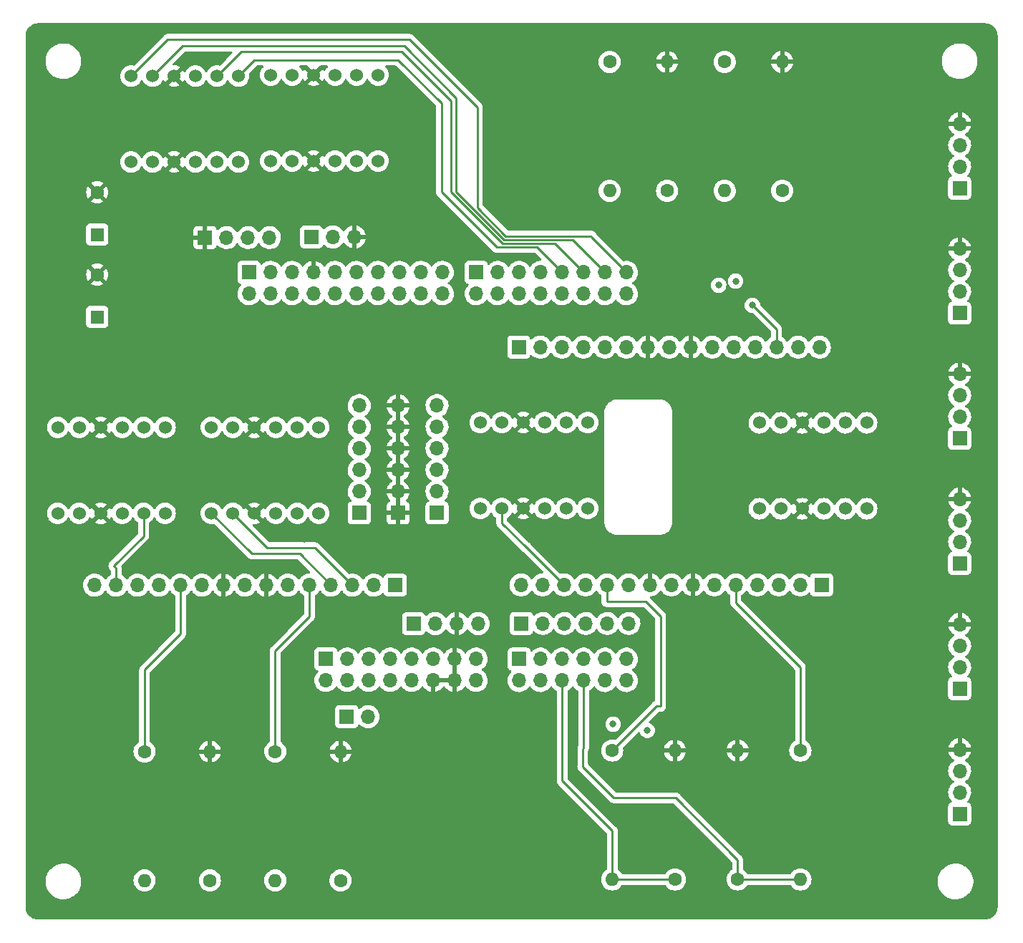
<source format=gbr>
%TF.GenerationSoftware,KiCad,Pcbnew,(6.0.10)*%
%TF.CreationDate,2022-12-29T21:48:34+01:00*%
%TF.ProjectId,Driver,44726976-6572-42e6-9b69-6361645f7063,1.0*%
%TF.SameCoordinates,Original*%
%TF.FileFunction,Copper,L2,Inr*%
%TF.FilePolarity,Positive*%
%FSLAX46Y46*%
G04 Gerber Fmt 4.6, Leading zero omitted, Abs format (unit mm)*
G04 Created by KiCad (PCBNEW (6.0.10)) date 2022-12-29 21:48:34*
%MOMM*%
%LPD*%
G01*
G04 APERTURE LIST*
%TA.AperFunction,ComponentPad*%
%ADD10C,1.524000*%
%TD*%
%TA.AperFunction,ComponentPad*%
%ADD11R,1.700000X1.700000*%
%TD*%
%TA.AperFunction,ComponentPad*%
%ADD12O,1.700000X1.700000*%
%TD*%
%TA.AperFunction,ComponentPad*%
%ADD13R,1.600000X1.600000*%
%TD*%
%TA.AperFunction,ComponentPad*%
%ADD14C,1.600000*%
%TD*%
%TA.AperFunction,ComponentPad*%
%ADD15O,1.600000X1.600000*%
%TD*%
%TA.AperFunction,ViaPad*%
%ADD16C,0.800000*%
%TD*%
%TA.AperFunction,Conductor*%
%ADD17C,0.250000*%
%TD*%
G04 APERTURE END LIST*
D10*
%TO.N,/MML{slash}EN*%
%TO.C,U9*%
X215500000Y-98760000D03*
%TO.N,/MML{slash}INA*%
X212960000Y-98760000D03*
%TO.N,+3.3V*%
X210420000Y-98760000D03*
%TO.N,GNDD*%
X207880000Y-98760000D03*
%TO.N,/MML{slash}INB*%
X205340000Y-98760000D03*
%TO.N,/MML{slash}PWM*%
X202800000Y-98760000D03*
%TO.N,/Motor Driver Midle/Dual_VNH3SP30/1PWM*%
X202800000Y-108920000D03*
%TO.N,/Motor Driver Midle/Dual_VNH3SP30/1INB*%
X205340000Y-108920000D03*
%TO.N,GNDD*%
X207880000Y-108920000D03*
%TO.N,+5V*%
X210420000Y-108920000D03*
%TO.N,/Motor Driver Midle/Dual_VNH3SP30/1INA*%
X212960000Y-108920000D03*
%TO.N,/Motor Driver Midle/Dual_VNH3SP30/1DIAG{slash}EN*%
X215500000Y-108920000D03*
%TD*%
D11*
%TO.N,+3.3V*%
%TO.C,J16*%
X226500000Y-145000000D03*
D12*
%TO.N,/FRENC*%
X226500000Y-142460000D03*
%TO.N,unconnected-(J16-Pad3)*%
X226500000Y-139920000D03*
%TO.N,GNDD*%
X226500000Y-137380000D03*
%TD*%
D11*
%TO.N,+3.3V*%
%TO.C,J10*%
X155490000Y-109420000D03*
D12*
X155490000Y-106880000D03*
X155490000Y-104340000D03*
X155490000Y-101800000D03*
X155490000Y-99260000D03*
X155490000Y-96720000D03*
%TD*%
D10*
%TO.N,/MFR{slash}PWM*%
%TO.C,U8*%
X141200000Y-57760000D03*
%TO.N,/MFR{slash}INB*%
X138660000Y-57760000D03*
%TO.N,+3.3V*%
X136120000Y-57760000D03*
%TO.N,GNDD*%
X133580000Y-57760000D03*
%TO.N,/MFR{slash}INA*%
X131040000Y-57760000D03*
%TO.N,/MFR{slash}EN*%
X128500000Y-57760000D03*
%TO.N,/Motor Driver Front/Dual_VNH3SP30/2DIAG{slash}EN*%
X128500000Y-67920000D03*
%TO.N,/Motor Driver Front/Dual_VNH3SP30/2INA*%
X131040000Y-67920000D03*
%TO.N,GNDD*%
X133580000Y-67920000D03*
%TO.N,+5V*%
X136120000Y-67920000D03*
%TO.N,/Motor Driver Front/Dual_VNH3SP30/2INB*%
X138660000Y-67920000D03*
%TO.N,/Motor Driver Front/Dual_VNH3SP30/2PWM*%
X141200000Y-67920000D03*
%TD*%
D11*
%TO.N,+5V*%
%TO.C,J20*%
X149825000Y-76790000D03*
D12*
%TO.N,/HeartBeat*%
X152365000Y-76790000D03*
%TO.N,GNDD*%
X154905000Y-76790000D03*
%TD*%
D13*
%TO.N,+3.3V*%
%TO.C,C20*%
X124500000Y-86240000D03*
D14*
%TO.N,GNDD*%
X124500000Y-81240000D03*
%TD*%
%TO.N,/Motor Driver Midle/Dual_VNH3SP30/2CS*%
%TO.C,R7*%
X185410000Y-137510000D03*
D15*
%TO.N,/MMR{slash}CS*%
X185410000Y-152750000D03*
%TD*%
D11*
%TO.N,+3.3V*%
%TO.C,J15*%
X226500000Y-100600000D03*
D12*
%TO.N,/RLENC*%
X226500000Y-98060000D03*
%TO.N,unconnected-(J15-Pad3)*%
X226500000Y-95520000D03*
%TO.N,GNDD*%
X226500000Y-92980000D03*
%TD*%
D11*
%TO.N,GNDD*%
%TO.C,J21*%
X137250000Y-76850000D03*
D12*
%TO.N,+5V*%
X139790000Y-76850000D03*
%TO.N,/SCL*%
X142330000Y-76850000D03*
%TO.N,/SDA*%
X144870000Y-76850000D03*
%TD*%
D14*
%TO.N,/MWL{slash}CS*%
%TO.C,R6*%
X200243332Y-152750000D03*
D15*
%TO.N,GNDD*%
X200243332Y-137510000D03*
%TD*%
D11*
%TO.N,/Motor Driver Front/Dual_VNH3SP30/1DIAG{slash}EN*%
%TO.C,J3*%
X174350000Y-89810000D03*
D12*
%TO.N,/Motor Driver Front/Dual_VNH3SP30/1INA*%
X176890000Y-89810000D03*
%TO.N,/Motor Driver Front/Dual_VNH3SP30/1INB*%
X179430000Y-89810000D03*
%TO.N,/Motor Driver Front/Dual_VNH3SP30/1PWM*%
X181970000Y-89810000D03*
%TO.N,/Motor Driver Front/Dual_VNH3SP30/1CS*%
X184510000Y-89810000D03*
%TO.N,unconnected-(J3-Pad6)*%
X187050000Y-89810000D03*
%TO.N,GNDD*%
X189590000Y-89810000D03*
%TO.N,+5V*%
X192130000Y-89810000D03*
%TO.N,GNDD*%
X194670000Y-89810000D03*
%TO.N,unconnected-(J3-Pad10)*%
X197210000Y-89810000D03*
%TO.N,/Motor Driver Front/Dual_VNH3SP30/2CS*%
X199750000Y-89810000D03*
%TO.N,/Motor Driver Front/Dual_VNH3SP30/2PWM*%
X202290000Y-89810000D03*
%TO.N,/Motor Driver Front/Dual_VNH3SP30/2INA*%
X204830000Y-89810000D03*
%TO.N,/Motor Driver Front/Dual_VNH3SP30/2INB*%
X207370000Y-89810000D03*
%TO.N,/Motor Driver Front/Dual_VNH3SP30/2DIAG{slash}EN*%
X209910000Y-89810000D03*
%TD*%
D11*
%TO.N,+3.3V*%
%TO.C,J19*%
X226500000Y-115400000D03*
D12*
%TO.N,/RRENC*%
X226500000Y-112860000D03*
%TO.N,unconnected-(J19-Pad3)*%
X226500000Y-110320000D03*
%TO.N,GNDD*%
X226500000Y-107780000D03*
%TD*%
D11*
%TO.N,+3.3V*%
%TO.C,J18*%
X226500000Y-130200000D03*
D12*
%TO.N,/MRENC*%
X226500000Y-127660000D03*
%TO.N,unconnected-(J18-Pad3)*%
X226500000Y-125120000D03*
%TO.N,GNDD*%
X226500000Y-122580000D03*
%TD*%
D14*
%TO.N,/MFL{slash}CS*%
%TO.C,R2*%
X191901110Y-71320000D03*
D15*
%TO.N,GNDD*%
X191901110Y-56080000D03*
%TD*%
D14*
%TO.N,/Motor Driver Rear/Dual_VNH3SP30/1CS*%
%TO.C,R9*%
X145553332Y-137630000D03*
D15*
%TO.N,/MRL{slash}CS*%
X145553332Y-152870000D03*
%TD*%
D14*
%TO.N,/MFR{slash}CS*%
%TO.C,R4*%
X205510000Y-71320000D03*
D15*
%TO.N,GNDD*%
X205510000Y-56080000D03*
%TD*%
D14*
%TO.N,/Motor Driver Front/Dual_VNH3SP30/1CS*%
%TO.C,R1*%
X185096666Y-56080000D03*
D15*
%TO.N,/MFL{slash}CS*%
X185096666Y-71320000D03*
%TD*%
D11*
%TO.N,+3.3V*%
%TO.C,J14*%
X226500000Y-85800000D03*
D12*
%TO.N,/MLENC*%
X226500000Y-83260000D03*
%TO.N,unconnected-(J14-Pad3)*%
X226500000Y-80720000D03*
%TO.N,GNDD*%
X226500000Y-78180000D03*
%TD*%
D10*
%TO.N,/MRL{slash}EN*%
%TO.C,U11*%
X150695000Y-99300000D03*
%TO.N,/MRL{slash}INA*%
X148155000Y-99300000D03*
%TO.N,+3.3V*%
X145615000Y-99300000D03*
%TO.N,GNDD*%
X143075000Y-99300000D03*
%TO.N,/MRL{slash}INB*%
X140535000Y-99300000D03*
%TO.N,/MRL{slash}PWM*%
X137995000Y-99300000D03*
%TO.N,/Motor Driver Rear/Dual_VNH3SP30/1PWM*%
X137995000Y-109460000D03*
%TO.N,/Motor Driver Rear/Dual_VNH3SP30/1INB*%
X140535000Y-109460000D03*
%TO.N,GNDD*%
X143075000Y-109460000D03*
%TO.N,+5V*%
X145615000Y-109460000D03*
%TO.N,/Motor Driver Rear/Dual_VNH3SP30/1INA*%
X148155000Y-109460000D03*
%TO.N,/Motor Driver Rear/Dual_VNH3SP30/1DIAG{slash}EN*%
X150695000Y-109460000D03*
%TD*%
D13*
%TO.N,+5V*%
%TO.C,C19*%
X124500000Y-76500000D03*
D14*
%TO.N,GNDD*%
X124500000Y-71500000D03*
%TD*%
D11*
%TO.N,/Motor Driver Rear/Dual_VNH3SP30/1DIAG{slash}EN*%
%TO.C,J17*%
X159760000Y-117950000D03*
D12*
%TO.N,/Motor Driver Rear/Dual_VNH3SP30/1INA*%
X157220000Y-117950000D03*
%TO.N,/Motor Driver Rear/Dual_VNH3SP30/1INB*%
X154680000Y-117950000D03*
%TO.N,/Motor Driver Rear/Dual_VNH3SP30/1PWM*%
X152140000Y-117950000D03*
%TO.N,/Motor Driver Rear/Dual_VNH3SP30/1CS*%
X149600000Y-117950000D03*
%TO.N,unconnected-(J17-Pad6)*%
X147060000Y-117950000D03*
%TO.N,GNDD*%
X144520000Y-117950000D03*
%TO.N,+5V*%
X141980000Y-117950000D03*
%TO.N,GNDD*%
X139440000Y-117950000D03*
%TO.N,unconnected-(J17-Pad10)*%
X136900000Y-117950000D03*
%TO.N,/Motor Driver Rear/Dual_VNH3SP30/2CS*%
X134360000Y-117950000D03*
%TO.N,/Motor Driver Rear/Dual_VNH3SP30/2PWM*%
X131820000Y-117950000D03*
%TO.N,/Motor Driver Rear/Dual_VNH3SP30/2INA*%
X129280000Y-117950000D03*
%TO.N,/Motor Driver Rear/Dual_VNH3SP30/2INB*%
X126740000Y-117950000D03*
%TO.N,/Motor Driver Rear/Dual_VNH3SP30/2DIAG{slash}EN*%
X124200000Y-117950000D03*
%TD*%
D11*
%TO.N,/Arty Z7/v_p*%
%TO.C,J8*%
X161920000Y-122500000D03*
D12*
%TO.N,/Arty Z7/v_n*%
X164460000Y-122500000D03*
%TO.N,GNDD*%
X167000000Y-122500000D03*
%TO.N,/Arty Z7/XVREF*%
X169540000Y-122500000D03*
%TD*%
D11*
%TO.N,Net-(J2-Pad1)*%
%TO.C,J5*%
X174675000Y-122475000D03*
D12*
%TO.N,Net-(J2-Pad3)*%
X177215000Y-122475000D03*
%TO.N,Net-(J2-Pad5)*%
X179755000Y-122475000D03*
%TO.N,Net-(J2-Pad7)*%
X182295000Y-122475000D03*
%TO.N,Net-(J2-Pad9)*%
X184835000Y-122475000D03*
%TO.N,Net-(J2-Pad11)*%
X187375000Y-122475000D03*
%TD*%
D14*
%TO.N,/MRR{slash}CS*%
%TO.C,R12*%
X137826666Y-152870000D03*
D15*
%TO.N,GNDD*%
X137826666Y-137630000D03*
%TD*%
D11*
%TO.N,/Motor Driver Midle/Dual_VNH3SP30/1DIAG{slash}EN*%
%TO.C,J12*%
X210175000Y-117920000D03*
D12*
%TO.N,/Motor Driver Midle/Dual_VNH3SP30/1INA*%
X207635000Y-117920000D03*
%TO.N,/Motor Driver Midle/Dual_VNH3SP30/1INB*%
X205095000Y-117920000D03*
%TO.N,/Motor Driver Midle/Dual_VNH3SP30/1PWM*%
X202555000Y-117920000D03*
%TO.N,/Motor Driver Midle/Dual_VNH3SP30/1CS*%
X200015000Y-117920000D03*
%TO.N,unconnected-(J12-Pad6)*%
X197475000Y-117920000D03*
%TO.N,GNDD*%
X194935000Y-117920000D03*
%TO.N,+5V*%
X192395000Y-117920000D03*
%TO.N,GNDD*%
X189855000Y-117920000D03*
%TO.N,unconnected-(J12-Pad10)*%
X187315000Y-117920000D03*
%TO.N,/Motor Driver Midle/Dual_VNH3SP30/2CS*%
X184775000Y-117920000D03*
%TO.N,/Motor Driver Midle/Dual_VNH3SP30/2PWM*%
X182235000Y-117920000D03*
%TO.N,/Motor Driver Midle/Dual_VNH3SP30/2INA*%
X179695000Y-117920000D03*
%TO.N,/Motor Driver Midle/Dual_VNH3SP30/2INB*%
X177155000Y-117920000D03*
%TO.N,/Motor Driver Midle/Dual_VNH3SP30/2DIAG{slash}EN*%
X174615000Y-117920000D03*
%TD*%
D10*
%TO.N,/MMR{slash}PWM*%
%TO.C,U10*%
X182510000Y-98730000D03*
%TO.N,/MMR{slash}INB*%
X179970000Y-98730000D03*
%TO.N,+3.3V*%
X177430000Y-98730000D03*
%TO.N,GNDD*%
X174890000Y-98730000D03*
%TO.N,/MMR{slash}INA*%
X172350000Y-98730000D03*
%TO.N,/MMR{slash}EN*%
X169810000Y-98730000D03*
%TO.N,/Motor Driver Midle/Dual_VNH3SP30/2DIAG{slash}EN*%
X169810000Y-108890000D03*
%TO.N,/Motor Driver Midle/Dual_VNH3SP30/2INA*%
X172350000Y-108890000D03*
%TO.N,GNDD*%
X174890000Y-108890000D03*
%TO.N,+5V*%
X177430000Y-108890000D03*
%TO.N,/Motor Driver Midle/Dual_VNH3SP30/2INB*%
X179970000Y-108890000D03*
%TO.N,/Motor Driver Midle/Dual_VNH3SP30/2PWM*%
X182510000Y-108890000D03*
%TD*%
%TO.N,/MFL{slash}EN*%
%TO.C,U7*%
X157710000Y-57630000D03*
%TO.N,/MFL{slash}INA*%
X155170000Y-57630000D03*
%TO.N,+3.3V*%
X152630000Y-57630000D03*
%TO.N,GNDD*%
X150090000Y-57630000D03*
%TO.N,/MFL{slash}INB*%
X147550000Y-57630000D03*
%TO.N,/MFL{slash}PWM*%
X145010000Y-57630000D03*
%TO.N,/Motor Driver Front/Dual_VNH3SP30/1PWM*%
X145010000Y-67790000D03*
%TO.N,/Motor Driver Front/Dual_VNH3SP30/1INB*%
X147550000Y-67790000D03*
%TO.N,GNDD*%
X150090000Y-67790000D03*
%TO.N,+5V*%
X152630000Y-67790000D03*
%TO.N,/Motor Driver Front/Dual_VNH3SP30/1INA*%
X155170000Y-67790000D03*
%TO.N,/Motor Driver Front/Dual_VNH3SP30/1DIAG{slash}EN*%
X157710000Y-67790000D03*
%TD*%
D11*
%TO.N,+5V*%
%TO.C,J9*%
X164690000Y-109420000D03*
D12*
X164690000Y-106880000D03*
X164690000Y-104340000D03*
X164690000Y-101800000D03*
X164690000Y-99260000D03*
X164690000Y-96720000D03*
%TD*%
D14*
%TO.N,/Motor Driver Midle/Dual_VNH3SP30/1CS*%
%TO.C,R5*%
X207660000Y-137510000D03*
D15*
%TO.N,/MWL{slash}CS*%
X207660000Y-152750000D03*
%TD*%
D14*
%TO.N,/MRL{slash}CS*%
%TO.C,R10*%
X153280000Y-152870000D03*
D15*
%TO.N,GNDD*%
X153280000Y-137630000D03*
%TD*%
D11*
%TO.N,GNDD*%
%TO.C,J11*%
X160090000Y-109420000D03*
D12*
X160090000Y-106880000D03*
X160090000Y-104340000D03*
X160090000Y-101800000D03*
X160090000Y-99260000D03*
X160090000Y-96720000D03*
%TD*%
D14*
%TO.N,/Motor Driver Rear/Dual_VNH3SP30/2CS*%
%TO.C,R11*%
X130100000Y-137630000D03*
D15*
%TO.N,/MRR{slash}CS*%
X130100000Y-152870000D03*
%TD*%
D11*
%TO.N,+3.3V*%
%TO.C,J13*%
X226500000Y-71000000D03*
D12*
%TO.N,/FLENC*%
X226500000Y-68460000D03*
%TO.N,unconnected-(J13-Pad3)*%
X226500000Y-65920000D03*
%TO.N,GNDD*%
X226500000Y-63380000D03*
%TD*%
D10*
%TO.N,/MRR{slash}PWM*%
%TO.C,U12*%
X132530000Y-99300000D03*
%TO.N,/MRR{slash}INB*%
X129990000Y-99300000D03*
%TO.N,+3.3V*%
X127450000Y-99300000D03*
%TO.N,GNDD*%
X124910000Y-99300000D03*
%TO.N,/MR{slash}INA*%
X122370000Y-99300000D03*
%TO.N,/MRR{slash}EN*%
X119830000Y-99300000D03*
%TO.N,/Motor Driver Rear/Dual_VNH3SP30/2DIAG{slash}EN*%
X119830000Y-109460000D03*
%TO.N,/Motor Driver Rear/Dual_VNH3SP30/2INA*%
X122370000Y-109460000D03*
%TO.N,GNDD*%
X124910000Y-109460000D03*
%TO.N,+5V*%
X127450000Y-109460000D03*
%TO.N,/Motor Driver Rear/Dual_VNH3SP30/2INB*%
X129990000Y-109460000D03*
%TO.N,/Motor Driver Rear/Dual_VNH3SP30/2PWM*%
X132530000Y-109460000D03*
%TD*%
D14*
%TO.N,/MMR{slash}CS*%
%TO.C,R8*%
X192826666Y-152750000D03*
D15*
%TO.N,GNDD*%
X192826666Y-137510000D03*
%TD*%
D14*
%TO.N,/Motor Driver Front/Dual_VNH3SP30/2CS*%
%TO.C,R3*%
X198705554Y-56080000D03*
D15*
%TO.N,/MFR{slash}CS*%
X198705554Y-71320000D03*
%TD*%
D11*
%TO.N,/Arty Z7/IOREF*%
%TO.C,J1*%
X154000000Y-133500000D03*
D12*
%TO.N,/Arty Z7/RST*%
X156540000Y-133500000D03*
%TD*%
D11*
%TO.N,/SCL*%
%TO.C,J6*%
X142450000Y-80960000D03*
D12*
%TO.N,unconnected-(J6-Pad2)*%
X142450000Y-83500000D03*
%TO.N,/SDA*%
X144990000Y-80960000D03*
%TO.N,unconnected-(J6-Pad4)*%
X144990000Y-83500000D03*
%TO.N,/HeartBeat*%
X147530000Y-80960000D03*
%TO.N,/MRR{slash}EN*%
X147530000Y-83500000D03*
%TO.N,GNDD*%
X150070000Y-80960000D03*
%TO.N,/MR{slash}INA*%
X150070000Y-83500000D03*
%TO.N,/FLENC*%
X152610000Y-80960000D03*
%TO.N,/MRR{slash}INB*%
X152610000Y-83500000D03*
%TO.N,/MLENC*%
X155150000Y-80960000D03*
%TO.N,/MRR{slash}PWM*%
X155150000Y-83500000D03*
%TO.N,/RLENC*%
X157690000Y-80960000D03*
%TO.N,/MRL{slash}PWM*%
X157690000Y-83500000D03*
%TO.N,/RRENC*%
X160230000Y-80960000D03*
%TO.N,/MRL{slash}INB*%
X160230000Y-83500000D03*
%TO.N,/MRENC*%
X162770000Y-80960000D03*
%TO.N,/MRL{slash}INA*%
X162770000Y-83500000D03*
%TO.N,/FRENC*%
X165310000Y-80960000D03*
%TO.N,/MRL{slash}EN*%
X165310000Y-83500000D03*
%TD*%
D11*
%TO.N,unconnected-(J4-Pad1)*%
%TO.C,J4*%
X151540000Y-126680000D03*
D12*
%TO.N,unconnected-(J4-Pad2)*%
X151540000Y-129220000D03*
%TO.N,unconnected-(J4-Pad3)*%
X154080000Y-126680000D03*
%TO.N,/Arty Z7/IOREF*%
X154080000Y-129220000D03*
%TO.N,unconnected-(J4-Pad5)*%
X156620000Y-126680000D03*
%TO.N,/Arty Z7/RST*%
X156620000Y-129220000D03*
%TO.N,unconnected-(J4-Pad7)*%
X159160000Y-126680000D03*
%TO.N,+3.3V*%
X159160000Y-129220000D03*
%TO.N,/Arty Z7/v_p*%
X161700000Y-126680000D03*
%TO.N,+5V*%
X161700000Y-129220000D03*
%TO.N,/Arty Z7/v_n*%
X164240000Y-126680000D03*
%TO.N,GNDD*%
X164240000Y-129220000D03*
X166780000Y-126680000D03*
X166780000Y-129220000D03*
%TO.N,/Arty Z7/XVREF*%
X169320000Y-126680000D03*
%TO.N,unconnected-(J4-Pad16)*%
X169320000Y-129220000D03*
%TD*%
D11*
%TO.N,Net-(J2-Pad1)*%
%TO.C,J2*%
X174400000Y-126700000D03*
D12*
%TO.N,/MFL{slash}CS*%
X174400000Y-129240000D03*
%TO.N,Net-(J2-Pad3)*%
X176940000Y-126700000D03*
%TO.N,/MFR{slash}CS*%
X176940000Y-129240000D03*
%TO.N,Net-(J2-Pad5)*%
X179480000Y-126700000D03*
%TO.N,/MMR{slash}CS*%
X179480000Y-129240000D03*
%TO.N,Net-(J2-Pad7)*%
X182020000Y-126700000D03*
%TO.N,/MWL{slash}CS*%
X182020000Y-129240000D03*
%TO.N,Net-(J2-Pad9)*%
X184560000Y-126700000D03*
%TO.N,/MRR{slash}CS*%
X184560000Y-129240000D03*
%TO.N,Net-(J2-Pad11)*%
X187100000Y-126700000D03*
%TO.N,/MRL{slash}CS*%
X187100000Y-129240000D03*
%TD*%
D11*
%TO.N,/MFL{slash}EN*%
%TO.C,J7*%
X169320000Y-80960000D03*
D12*
%TO.N,/MMR{slash}EN*%
X169320000Y-83500000D03*
%TO.N,/MFL{slash}INA*%
X171860000Y-80960000D03*
%TO.N,/MMR{slash}INA*%
X171860000Y-83500000D03*
%TO.N,/MFL{slash}INB*%
X174400000Y-80960000D03*
%TO.N,/MMR{slash}INB*%
X174400000Y-83500000D03*
%TO.N,/MFL{slash}PWM*%
X176940000Y-80960000D03*
%TO.N,/MMR{slash}PWM*%
X176940000Y-83500000D03*
%TO.N,/MFR{slash}PWM*%
X179480000Y-80960000D03*
%TO.N,/MML{slash}PWM*%
X179480000Y-83500000D03*
%TO.N,/MFR{slash}INB*%
X182020000Y-80960000D03*
%TO.N,/MML{slash}INB*%
X182020000Y-83500000D03*
%TO.N,/MFR{slash}INA*%
X184560000Y-80960000D03*
%TO.N,/MML{slash}INA*%
X184560000Y-83500000D03*
%TO.N,/MFR{slash}EN*%
X187100000Y-80960000D03*
%TO.N,/MML{slash}EN*%
X187100000Y-83500000D03*
%TD*%
D16*
%TO.N,GNDD*%
X180500000Y-145500000D03*
X136000000Y-65500000D03*
X210000000Y-79000000D03*
X229500000Y-90000000D03*
X121500000Y-105500000D03*
X189500000Y-149500000D03*
X203500000Y-156500000D03*
X183500000Y-102000000D03*
X137000000Y-112000000D03*
X219000000Y-151500000D03*
X120000000Y-140500000D03*
X170500000Y-54500000D03*
X186500000Y-94500000D03*
X129500000Y-145000000D03*
X144500000Y-105000000D03*
X219570000Y-136650000D03*
X205500000Y-62500000D03*
X182000000Y-153000000D03*
X140000000Y-134000000D03*
X117500000Y-60500000D03*
X212500000Y-124000000D03*
X167500000Y-115000000D03*
X212000000Y-103000000D03*
X119000000Y-92000000D03*
X135000000Y-102000000D03*
X129000000Y-123500000D03*
X225000000Y-119000000D03*
X205000000Y-65000000D03*
X223500000Y-133500000D03*
X117500000Y-64000000D03*
X165000000Y-134500000D03*
X148000000Y-72500000D03*
X223000000Y-60500000D03*
X209000000Y-114000000D03*
X175500000Y-148500000D03*
X139500000Y-72500000D03*
X210000000Y-71000000D03*
X149000000Y-139500000D03*
X180500000Y-69500000D03*
X120500000Y-68000000D03*
X199500000Y-126000000D03*
X204000000Y-150000000D03*
X131500000Y-76000000D03*
X166500000Y-87500000D03*
X138000000Y-96500000D03*
X146500000Y-70000000D03*
X220000000Y-69000000D03*
X221500000Y-75500000D03*
X162500000Y-60000000D03*
X198500000Y-66500000D03*
X117500000Y-84500000D03*
X119000000Y-125500000D03*
X142000000Y-125000000D03*
X220000000Y-87500000D03*
X170500000Y-141500000D03*
X127000000Y-53500000D03*
X219500000Y-63500000D03*
X185500000Y-114000000D03*
X225500000Y-75000000D03*
X209500000Y-94000000D03*
X204500000Y-82500000D03*
X213500000Y-79000000D03*
X189000000Y-94500000D03*
X137500000Y-145000000D03*
X211500000Y-54500000D03*
X211500000Y-65000000D03*
X171500000Y-58500000D03*
X198000000Y-110000000D03*
X140000000Y-94000000D03*
X118000000Y-79500000D03*
X225000000Y-104500000D03*
X198000000Y-100500000D03*
X178000000Y-142500000D03*
X207000000Y-103500000D03*
X159000000Y-72500000D03*
X133500000Y-83500000D03*
X218500000Y-128000000D03*
X161000000Y-155000000D03*
X144500000Y-70500000D03*
X204500000Y-120500000D03*
X138000000Y-123000000D03*
X220000000Y-95000000D03*
X130500000Y-62500000D03*
X218500000Y-82000000D03*
X198500000Y-112000000D03*
X125000000Y-129500000D03*
X173500000Y-154500000D03*
X189000000Y-113000000D03*
X180500000Y-106500000D03*
X119500000Y-88500000D03*
X196000000Y-150500000D03*
X200500000Y-144500000D03*
X227000000Y-134500000D03*
X168000000Y-95000000D03*
X181500000Y-60000000D03*
X203000000Y-80500000D03*
X127000000Y-105500000D03*
X140000000Y-155500000D03*
X127000000Y-93500000D03*
X173500000Y-138000000D03*
X158000000Y-146500000D03*
X131000000Y-93000000D03*
X169500000Y-111500000D03*
X131000000Y-71000000D03*
X119000000Y-93500000D03*
X204000000Y-102500000D03*
X153000000Y-122500000D03*
X125000000Y-65500000D03*
X218500000Y-146000000D03*
X174000000Y-61500000D03*
X139500000Y-60000000D03*
X208500000Y-144500000D03*
X220000000Y-104000000D03*
X164000000Y-139500000D03*
X206500000Y-114000000D03*
X135000000Y-114500000D03*
X196500000Y-128500000D03*
X123000000Y-123000000D03*
X170000000Y-134000000D03*
X229500000Y-107500000D03*
X140000000Y-64000000D03*
X131000000Y-87000000D03*
X156500000Y-71500000D03*
X138000000Y-131000000D03*
X229500000Y-99000000D03*
X214000000Y-94000000D03*
X230000000Y-119000000D03*
X135000000Y-107000000D03*
X141500000Y-144000000D03*
X138500000Y-88500000D03*
X211500000Y-82500000D03*
X170000000Y-114500000D03*
X149000000Y-112500000D03*
X148000000Y-156000000D03*
X213500000Y-152500000D03*
X190000000Y-145500000D03*
X219500000Y-116000000D03*
X117000000Y-112500000D03*
X116500000Y-71000000D03*
X117000000Y-75500000D03*
X124000000Y-136500000D03*
X165000000Y-92500000D03*
X140000000Y-106500000D03*
X208500000Y-124500000D03*
X212500000Y-135500000D03*
X156500000Y-60000000D03*
X145500000Y-121000000D03*
X216000000Y-67000000D03*
X197500000Y-95000000D03*
X139500000Y-102500000D03*
X132000000Y-81500000D03*
X130000000Y-105500000D03*
X135500000Y-84000000D03*
X213500000Y-142000000D03*
X128500000Y-79000000D03*
X144000000Y-73000000D03*
X163500000Y-87000000D03*
X179000000Y-65500000D03*
X133500000Y-133000000D03*
X130500000Y-155500000D03*
X160000000Y-114000000D03*
X121000000Y-62500000D03*
X222000000Y-54000000D03*
X169500000Y-118000000D03*
X197000000Y-105500000D03*
X225500000Y-90000000D03*
X161500000Y-148500000D03*
X122500000Y-143000000D03*
X218000000Y-121500000D03*
X175500000Y-69000000D03*
X120000000Y-69000000D03*
X158000000Y-151000000D03*
X195500000Y-60500000D03*
X152000000Y-95500000D03*
X149000000Y-60000000D03*
X120000000Y-132000000D03*
X121500000Y-114500000D03*
X199500000Y-77500000D03*
X148500000Y-102500000D03*
X124500000Y-58500000D03*
X142500000Y-128500000D03*
X130500000Y-114000000D03*
X211500000Y-129500000D03*
X196000000Y-56500000D03*
X229500000Y-59500000D03*
X171000000Y-68000000D03*
X166000000Y-145500000D03*
X218500000Y-58000000D03*
X196500000Y-98000000D03*
X131000000Y-95000000D03*
X203500000Y-133000000D03*
X125000000Y-91000000D03*
X198500000Y-156500000D03*
X213500000Y-106000000D03*
X171000000Y-105000000D03*
X159000000Y-138000000D03*
X213000000Y-60000000D03*
X171500000Y-151000000D03*
X229500000Y-76000000D03*
X196000000Y-141000000D03*
X166000000Y-118500000D03*
X179000000Y-55000000D03*
X217500000Y-156000000D03*
X174500000Y-103000000D03*
X192500000Y-63500000D03*
X125000000Y-103000000D03*
X200500000Y-99000000D03*
X178500000Y-66500000D03*
X134500000Y-112500000D03*
X189500000Y-140500000D03*
X140500000Y-52000000D03*
%TO.N,/MFL{slash}CS*%
X189550000Y-135130000D03*
%TO.N,/MFR{slash}CS*%
X185513379Y-134405500D03*
%TO.N,/Motor Driver Front/Dual_VNH3SP30/1CS*%
X198000000Y-82500000D03*
%TO.N,/Motor Driver Front/Dual_VNH3SP30/2CS*%
X200000000Y-82000000D03*
%TO.N,/Motor Driver Front/Dual_VNH3SP30/2INA*%
X201990000Y-84860000D03*
%TD*%
D17*
%TO.N,/Motor Driver Front/Dual_VNH3SP30/2INA*%
X204830000Y-87700000D02*
X204830000Y-89810000D01*
X201990000Y-84860000D02*
X204830000Y-87700000D01*
%TO.N,/MFR{slash}PWM*%
X143090000Y-55870000D02*
X160090000Y-55870000D01*
X165200000Y-71461380D02*
X171757123Y-78018503D01*
X141200000Y-57760000D02*
X143090000Y-55870000D01*
X165200000Y-60980000D02*
X165200000Y-71461380D01*
X171757123Y-78018503D02*
X176538503Y-78018503D01*
X160090000Y-55870000D02*
X165200000Y-60980000D01*
X176538503Y-78018503D02*
X179480000Y-80960000D01*
%TO.N,/MFR{slash}INB*%
X141540000Y-54880000D02*
X160520000Y-54880000D01*
X160520000Y-54880000D02*
X166330000Y-60690000D01*
X172437622Y-77569002D02*
X178629002Y-77569002D01*
X138660000Y-57760000D02*
X141540000Y-54880000D01*
X178629002Y-77569002D02*
X182020000Y-80960000D01*
X166330000Y-71461380D02*
X172437622Y-77569002D01*
X166330000Y-60690000D02*
X166330000Y-71461380D01*
%TO.N,/MFR{slash}INA*%
X166950000Y-71445690D02*
X172623811Y-77119501D01*
X172623811Y-77119501D02*
X180719501Y-77119501D01*
X160800000Y-54220000D02*
X166950000Y-60370000D01*
X180719501Y-77119501D02*
X184560000Y-80960000D01*
X134580000Y-54220000D02*
X160800000Y-54220000D01*
X131040000Y-57760000D02*
X134580000Y-54220000D01*
X166950000Y-60370000D02*
X166950000Y-71445690D01*
%TO.N,/MFR{slash}EN*%
X182920000Y-76780000D02*
X187100000Y-80960000D01*
X128500000Y-57760000D02*
X132850000Y-53410000D01*
X172810000Y-76670000D02*
X182920000Y-76670000D01*
X169450000Y-73310000D02*
X172810000Y-76670000D01*
X132850000Y-53410000D02*
X161410000Y-53410000D01*
X161410000Y-53410000D02*
X169450000Y-61450000D01*
X182920000Y-76670000D02*
X182920000Y-76780000D01*
X169450000Y-61450000D02*
X169450000Y-73310000D01*
%TO.N,/Motor Driver Midle/Dual_VNH3SP30/1CS*%
X200015000Y-120025000D02*
X200015000Y-117920000D01*
X207660000Y-127670000D02*
X200015000Y-120025000D01*
X207660000Y-137510000D02*
X207660000Y-127670000D01*
%TO.N,/Motor Driver Midle/Dual_VNH3SP30/2CS*%
X184775000Y-119895000D02*
X184775000Y-117920000D01*
X190630000Y-132290000D02*
X191130000Y-132290000D01*
X189400000Y-119900000D02*
X184770000Y-119900000D01*
X191130000Y-121630000D02*
X189400000Y-119900000D01*
X184770000Y-119900000D02*
X184775000Y-119895000D01*
X191130000Y-132290000D02*
X191130000Y-121630000D01*
X185410000Y-137510000D02*
X190630000Y-132290000D01*
%TO.N,/Motor Driver Midle/Dual_VNH3SP30/2INA*%
X175265000Y-113490000D02*
X179695000Y-117920000D01*
X172350000Y-108890000D02*
X172350000Y-110630000D01*
X175210000Y-113490000D02*
X175265000Y-113490000D01*
X172350000Y-110630000D02*
X175210000Y-113490000D01*
%TO.N,/Motor Driver Rear/Dual_VNH3SP30/1INB*%
X144605000Y-113530000D02*
X150260000Y-113530000D01*
X140535000Y-109460000D02*
X144605000Y-113530000D01*
X150260000Y-113530000D02*
X154680000Y-117950000D01*
%TO.N,/Motor Driver Rear/Dual_VNH3SP30/1PWM*%
X137995000Y-109460000D02*
X142785000Y-114250000D01*
X148440000Y-114250000D02*
X152140000Y-117950000D01*
X142785000Y-114250000D02*
X148440000Y-114250000D01*
%TO.N,/Motor Driver Rear/Dual_VNH3SP30/1CS*%
X145553332Y-137630000D02*
X145553332Y-125706668D01*
X149600000Y-121660000D02*
X149600000Y-117950000D01*
X145553332Y-125706668D02*
X149600000Y-121660000D01*
%TO.N,/Motor Driver Rear/Dual_VNH3SP30/2CS*%
X130100000Y-137630000D02*
X130100000Y-127970000D01*
X130100000Y-127970000D02*
X134360000Y-123710000D01*
X134360000Y-123710000D02*
X134360000Y-117950000D01*
%TO.N,/Motor Driver Rear/Dual_VNH3SP30/2INB*%
X126740000Y-115960000D02*
X126740000Y-117950000D01*
X129990000Y-112150000D02*
X126460000Y-115680000D01*
X129990000Y-109460000D02*
X129990000Y-112150000D01*
X126460000Y-115680000D02*
X126740000Y-115960000D01*
%TO.N,/MWL{slash}CS*%
X181920000Y-137330000D02*
X182020000Y-137230000D01*
X200243332Y-150443332D02*
X192900000Y-143100000D01*
X207660000Y-152750000D02*
X200243332Y-152750000D01*
X200243332Y-152750000D02*
X200243332Y-150443332D01*
X192900000Y-143100000D02*
X185590000Y-143100000D01*
X182020000Y-137230000D02*
X182020000Y-129200000D01*
X181920000Y-139430000D02*
X181920000Y-137330000D01*
X185590000Y-143100000D02*
X181920000Y-139430000D01*
%TO.N,/MMR{slash}CS*%
X185410000Y-152750000D02*
X185410000Y-147010000D01*
X185410000Y-147010000D02*
X179480000Y-141080000D01*
X179480000Y-141080000D02*
X179480000Y-129200000D01*
X192826666Y-152750000D02*
X185410000Y-152750000D01*
%TD*%
%TA.AperFunction,Conductor*%
%TO.N,GNDD*%
G36*
X229470018Y-51510000D02*
G01*
X229484851Y-51512310D01*
X229484855Y-51512310D01*
X229493724Y-51513691D01*
X229508981Y-51511696D01*
X229534302Y-51510953D01*
X229703285Y-51523039D01*
X229721064Y-51525596D01*
X229911392Y-51566999D01*
X229928641Y-51572063D01*
X230111150Y-51640136D01*
X230127502Y-51647604D01*
X230298458Y-51740952D01*
X230313582Y-51750672D01*
X230469514Y-51867402D01*
X230483100Y-51879175D01*
X230620825Y-52016900D01*
X230632598Y-52030486D01*
X230749328Y-52186418D01*
X230759048Y-52201542D01*
X230852396Y-52372498D01*
X230859864Y-52388850D01*
X230927937Y-52571359D01*
X230933001Y-52588607D01*
X230974404Y-52778936D01*
X230976961Y-52796715D01*
X230988540Y-52958601D01*
X230987793Y-52976565D01*
X230987692Y-52984845D01*
X230986309Y-52993724D01*
X230990436Y-53025283D01*
X230991500Y-53041621D01*
X230991500Y-155950633D01*
X230990000Y-155970018D01*
X230987690Y-155984851D01*
X230987690Y-155984855D01*
X230986309Y-155993724D01*
X230988136Y-156007693D01*
X230988304Y-156008976D01*
X230989047Y-156034305D01*
X230976962Y-156203279D01*
X230974404Y-156221064D01*
X230956598Y-156302919D01*
X230933001Y-156411392D01*
X230927937Y-156428641D01*
X230859864Y-156611150D01*
X230852396Y-156627502D01*
X230759048Y-156798458D01*
X230749328Y-156813582D01*
X230632598Y-156969514D01*
X230620825Y-156983100D01*
X230483100Y-157120825D01*
X230469514Y-157132598D01*
X230313582Y-157249328D01*
X230298458Y-157259048D01*
X230127502Y-157352396D01*
X230111150Y-157359864D01*
X229928641Y-157427937D01*
X229911393Y-157433001D01*
X229721064Y-157474404D01*
X229703285Y-157476961D01*
X229541395Y-157488540D01*
X229523435Y-157487793D01*
X229515155Y-157487692D01*
X229506276Y-157486309D01*
X229474714Y-157490436D01*
X229458379Y-157491500D01*
X117549367Y-157491500D01*
X117529982Y-157490000D01*
X117515149Y-157487690D01*
X117515145Y-157487690D01*
X117506276Y-157486309D01*
X117491019Y-157488304D01*
X117465698Y-157489047D01*
X117296715Y-157476961D01*
X117278936Y-157474404D01*
X117088607Y-157433001D01*
X117071359Y-157427937D01*
X116888850Y-157359864D01*
X116872498Y-157352396D01*
X116701542Y-157259048D01*
X116686418Y-157249328D01*
X116530486Y-157132598D01*
X116516900Y-157120825D01*
X116379175Y-156983100D01*
X116367402Y-156969514D01*
X116250672Y-156813582D01*
X116240952Y-156798458D01*
X116147604Y-156627502D01*
X116140136Y-156611150D01*
X116072063Y-156428641D01*
X116066999Y-156411392D01*
X116043402Y-156302919D01*
X116025596Y-156221064D01*
X116023038Y-156203278D01*
X116011719Y-156045012D01*
X116012805Y-156022245D01*
X116012334Y-156022203D01*
X116012770Y-156017345D01*
X116013576Y-156012552D01*
X116013729Y-156000000D01*
X116009773Y-155972376D01*
X116008500Y-155954514D01*
X116008500Y-153132703D01*
X118390743Y-153132703D01*
X118428268Y-153417734D01*
X118504129Y-153695036D01*
X118505813Y-153698984D01*
X118584886Y-153884366D01*
X118616923Y-153959476D01*
X118632622Y-153985707D01*
X118750711Y-154183019D01*
X118764561Y-154206161D01*
X118944313Y-154430528D01*
X119152851Y-154628423D01*
X119386317Y-154796186D01*
X119390112Y-154798195D01*
X119390113Y-154798196D01*
X119411869Y-154809715D01*
X119640392Y-154930712D01*
X119910373Y-155029511D01*
X120191264Y-155090755D01*
X120219841Y-155093004D01*
X120414282Y-155108307D01*
X120414291Y-155108307D01*
X120416739Y-155108500D01*
X120572271Y-155108500D01*
X120574407Y-155108354D01*
X120574418Y-155108354D01*
X120782548Y-155094165D01*
X120782554Y-155094164D01*
X120786825Y-155093873D01*
X120791020Y-155093004D01*
X120791022Y-155093004D01*
X120927584Y-155064723D01*
X121068342Y-155035574D01*
X121339343Y-154939607D01*
X121594812Y-154807750D01*
X121598313Y-154805289D01*
X121598317Y-154805287D01*
X121712418Y-154725095D01*
X121830023Y-154642441D01*
X122040622Y-154446740D01*
X122222713Y-154224268D01*
X122372927Y-153979142D01*
X122488483Y-153715898D01*
X122567244Y-153439406D01*
X122607751Y-153154784D01*
X122607845Y-153136951D01*
X122609235Y-152871583D01*
X122609235Y-152871576D01*
X122609243Y-152870000D01*
X128786502Y-152870000D01*
X128806457Y-153098087D01*
X128807881Y-153103400D01*
X128807881Y-153103402D01*
X128816871Y-153136951D01*
X128865716Y-153319243D01*
X128868039Y-153324224D01*
X128868039Y-153324225D01*
X128960151Y-153521762D01*
X128960154Y-153521767D01*
X128962477Y-153526749D01*
X128965634Y-153531257D01*
X129083078Y-153698984D01*
X129093802Y-153714300D01*
X129255700Y-153876198D01*
X129260208Y-153879355D01*
X129260211Y-153879357D01*
X129338389Y-153934098D01*
X129443251Y-154007523D01*
X129448233Y-154009846D01*
X129448238Y-154009849D01*
X129645775Y-154101961D01*
X129650757Y-154104284D01*
X129656065Y-154105706D01*
X129656067Y-154105707D01*
X129866598Y-154162119D01*
X129866600Y-154162119D01*
X129871913Y-154163543D01*
X130100000Y-154183498D01*
X130328087Y-154163543D01*
X130333400Y-154162119D01*
X130333402Y-154162119D01*
X130543933Y-154105707D01*
X130543935Y-154105706D01*
X130549243Y-154104284D01*
X130554225Y-154101961D01*
X130751762Y-154009849D01*
X130751767Y-154009846D01*
X130756749Y-154007523D01*
X130861611Y-153934098D01*
X130939789Y-153879357D01*
X130939792Y-153879355D01*
X130944300Y-153876198D01*
X131106198Y-153714300D01*
X131116923Y-153698984D01*
X131234366Y-153531257D01*
X131237523Y-153526749D01*
X131239846Y-153521767D01*
X131239849Y-153521762D01*
X131331961Y-153324225D01*
X131331961Y-153324224D01*
X131334284Y-153319243D01*
X131383130Y-153136951D01*
X131392119Y-153103402D01*
X131392119Y-153103400D01*
X131393543Y-153098087D01*
X131413498Y-152870000D01*
X136513168Y-152870000D01*
X136533123Y-153098087D01*
X136534547Y-153103400D01*
X136534547Y-153103402D01*
X136543537Y-153136951D01*
X136592382Y-153319243D01*
X136594705Y-153324224D01*
X136594705Y-153324225D01*
X136686817Y-153521762D01*
X136686820Y-153521767D01*
X136689143Y-153526749D01*
X136692300Y-153531257D01*
X136809744Y-153698984D01*
X136820468Y-153714300D01*
X136982366Y-153876198D01*
X136986874Y-153879355D01*
X136986877Y-153879357D01*
X137065055Y-153934098D01*
X137169917Y-154007523D01*
X137174899Y-154009846D01*
X137174904Y-154009849D01*
X137372441Y-154101961D01*
X137377423Y-154104284D01*
X137382731Y-154105706D01*
X137382733Y-154105707D01*
X137593264Y-154162119D01*
X137593266Y-154162119D01*
X137598579Y-154163543D01*
X137826666Y-154183498D01*
X138054753Y-154163543D01*
X138060066Y-154162119D01*
X138060068Y-154162119D01*
X138270599Y-154105707D01*
X138270601Y-154105706D01*
X138275909Y-154104284D01*
X138280891Y-154101961D01*
X138478428Y-154009849D01*
X138478433Y-154009846D01*
X138483415Y-154007523D01*
X138588277Y-153934098D01*
X138666455Y-153879357D01*
X138666458Y-153879355D01*
X138670966Y-153876198D01*
X138832864Y-153714300D01*
X138843589Y-153698984D01*
X138961032Y-153531257D01*
X138964189Y-153526749D01*
X138966512Y-153521767D01*
X138966515Y-153521762D01*
X139058627Y-153324225D01*
X139058627Y-153324224D01*
X139060950Y-153319243D01*
X139109796Y-153136951D01*
X139118785Y-153103402D01*
X139118785Y-153103400D01*
X139120209Y-153098087D01*
X139140164Y-152870000D01*
X144239834Y-152870000D01*
X144259789Y-153098087D01*
X144261213Y-153103400D01*
X144261213Y-153103402D01*
X144270203Y-153136951D01*
X144319048Y-153319243D01*
X144321371Y-153324224D01*
X144321371Y-153324225D01*
X144413483Y-153521762D01*
X144413486Y-153521767D01*
X144415809Y-153526749D01*
X144418966Y-153531257D01*
X144536410Y-153698984D01*
X144547134Y-153714300D01*
X144709032Y-153876198D01*
X144713540Y-153879355D01*
X144713543Y-153879357D01*
X144791721Y-153934098D01*
X144896583Y-154007523D01*
X144901565Y-154009846D01*
X144901570Y-154009849D01*
X145099107Y-154101961D01*
X145104089Y-154104284D01*
X145109397Y-154105706D01*
X145109399Y-154105707D01*
X145319930Y-154162119D01*
X145319932Y-154162119D01*
X145325245Y-154163543D01*
X145553332Y-154183498D01*
X145781419Y-154163543D01*
X145786732Y-154162119D01*
X145786734Y-154162119D01*
X145997265Y-154105707D01*
X145997267Y-154105706D01*
X146002575Y-154104284D01*
X146007557Y-154101961D01*
X146205094Y-154009849D01*
X146205099Y-154009846D01*
X146210081Y-154007523D01*
X146314943Y-153934098D01*
X146393121Y-153879357D01*
X146393124Y-153879355D01*
X146397632Y-153876198D01*
X146559530Y-153714300D01*
X146570255Y-153698984D01*
X146687698Y-153531257D01*
X146690855Y-153526749D01*
X146693178Y-153521767D01*
X146693181Y-153521762D01*
X146785293Y-153324225D01*
X146785293Y-153324224D01*
X146787616Y-153319243D01*
X146836462Y-153136951D01*
X146845451Y-153103402D01*
X146845451Y-153103400D01*
X146846875Y-153098087D01*
X146866830Y-152870000D01*
X151966502Y-152870000D01*
X151986457Y-153098087D01*
X151987881Y-153103400D01*
X151987881Y-153103402D01*
X151996871Y-153136951D01*
X152045716Y-153319243D01*
X152048039Y-153324224D01*
X152048039Y-153324225D01*
X152140151Y-153521762D01*
X152140154Y-153521767D01*
X152142477Y-153526749D01*
X152145634Y-153531257D01*
X152263078Y-153698984D01*
X152273802Y-153714300D01*
X152435700Y-153876198D01*
X152440208Y-153879355D01*
X152440211Y-153879357D01*
X152518389Y-153934098D01*
X152623251Y-154007523D01*
X152628233Y-154009846D01*
X152628238Y-154009849D01*
X152825775Y-154101961D01*
X152830757Y-154104284D01*
X152836065Y-154105706D01*
X152836067Y-154105707D01*
X153046598Y-154162119D01*
X153046600Y-154162119D01*
X153051913Y-154163543D01*
X153280000Y-154183498D01*
X153508087Y-154163543D01*
X153513400Y-154162119D01*
X153513402Y-154162119D01*
X153723933Y-154105707D01*
X153723935Y-154105706D01*
X153729243Y-154104284D01*
X153734225Y-154101961D01*
X153931762Y-154009849D01*
X153931767Y-154009846D01*
X153936749Y-154007523D01*
X154041611Y-153934098D01*
X154119789Y-153879357D01*
X154119792Y-153879355D01*
X154124300Y-153876198D01*
X154286198Y-153714300D01*
X154296923Y-153698984D01*
X154414366Y-153531257D01*
X154417523Y-153526749D01*
X154419846Y-153521767D01*
X154419849Y-153521762D01*
X154511961Y-153324225D01*
X154511961Y-153324224D01*
X154514284Y-153319243D01*
X154563130Y-153136951D01*
X154572119Y-153103402D01*
X154572119Y-153103400D01*
X154573543Y-153098087D01*
X154593498Y-152870000D01*
X154573543Y-152641913D01*
X154556451Y-152578124D01*
X154515707Y-152426067D01*
X154515706Y-152426065D01*
X154514284Y-152420757D01*
X154511961Y-152415775D01*
X154419849Y-152218238D01*
X154419846Y-152218233D01*
X154417523Y-152213251D01*
X154330341Y-152088743D01*
X154289357Y-152030211D01*
X154289355Y-152030208D01*
X154286198Y-152025700D01*
X154124300Y-151863802D01*
X154119792Y-151860645D01*
X154119789Y-151860643D01*
X153998523Y-151775732D01*
X153936749Y-151732477D01*
X153931767Y-151730154D01*
X153931762Y-151730151D01*
X153734225Y-151638039D01*
X153734224Y-151638039D01*
X153729243Y-151635716D01*
X153723935Y-151634294D01*
X153723933Y-151634293D01*
X153513402Y-151577881D01*
X153513400Y-151577881D01*
X153508087Y-151576457D01*
X153280000Y-151556502D01*
X153051913Y-151576457D01*
X153046600Y-151577881D01*
X153046598Y-151577881D01*
X152836067Y-151634293D01*
X152836065Y-151634294D01*
X152830757Y-151635716D01*
X152825776Y-151638039D01*
X152825775Y-151638039D01*
X152628238Y-151730151D01*
X152628233Y-151730154D01*
X152623251Y-151732477D01*
X152561477Y-151775732D01*
X152440211Y-151860643D01*
X152440208Y-151860645D01*
X152435700Y-151863802D01*
X152273802Y-152025700D01*
X152270645Y-152030208D01*
X152270643Y-152030211D01*
X152229659Y-152088743D01*
X152142477Y-152213251D01*
X152140154Y-152218233D01*
X152140151Y-152218238D01*
X152048039Y-152415775D01*
X152045716Y-152420757D01*
X152044294Y-152426065D01*
X152044293Y-152426067D01*
X152003549Y-152578124D01*
X151986457Y-152641913D01*
X151966502Y-152870000D01*
X146866830Y-152870000D01*
X146846875Y-152641913D01*
X146829783Y-152578124D01*
X146789039Y-152426067D01*
X146789038Y-152426065D01*
X146787616Y-152420757D01*
X146785293Y-152415775D01*
X146693181Y-152218238D01*
X146693178Y-152218233D01*
X146690855Y-152213251D01*
X146603673Y-152088743D01*
X146562689Y-152030211D01*
X146562687Y-152030208D01*
X146559530Y-152025700D01*
X146397632Y-151863802D01*
X146393124Y-151860645D01*
X146393121Y-151860643D01*
X146271855Y-151775732D01*
X146210081Y-151732477D01*
X146205099Y-151730154D01*
X146205094Y-151730151D01*
X146007557Y-151638039D01*
X146007556Y-151638039D01*
X146002575Y-151635716D01*
X145997267Y-151634294D01*
X145997265Y-151634293D01*
X145786734Y-151577881D01*
X145786732Y-151577881D01*
X145781419Y-151576457D01*
X145553332Y-151556502D01*
X145325245Y-151576457D01*
X145319932Y-151577881D01*
X145319930Y-151577881D01*
X145109399Y-151634293D01*
X145109397Y-151634294D01*
X145104089Y-151635716D01*
X145099108Y-151638039D01*
X145099107Y-151638039D01*
X144901570Y-151730151D01*
X144901565Y-151730154D01*
X144896583Y-151732477D01*
X144834809Y-151775732D01*
X144713543Y-151860643D01*
X144713540Y-151860645D01*
X144709032Y-151863802D01*
X144547134Y-152025700D01*
X144543977Y-152030208D01*
X144543975Y-152030211D01*
X144502991Y-152088743D01*
X144415809Y-152213251D01*
X144413486Y-152218233D01*
X144413483Y-152218238D01*
X144321371Y-152415775D01*
X144319048Y-152420757D01*
X144317626Y-152426065D01*
X144317625Y-152426067D01*
X144276881Y-152578124D01*
X144259789Y-152641913D01*
X144239834Y-152870000D01*
X139140164Y-152870000D01*
X139120209Y-152641913D01*
X139103117Y-152578124D01*
X139062373Y-152426067D01*
X139062372Y-152426065D01*
X139060950Y-152420757D01*
X139058627Y-152415775D01*
X138966515Y-152218238D01*
X138966512Y-152218233D01*
X138964189Y-152213251D01*
X138877007Y-152088743D01*
X138836023Y-152030211D01*
X138836021Y-152030208D01*
X138832864Y-152025700D01*
X138670966Y-151863802D01*
X138666458Y-151860645D01*
X138666455Y-151860643D01*
X138545189Y-151775732D01*
X138483415Y-151732477D01*
X138478433Y-151730154D01*
X138478428Y-151730151D01*
X138280891Y-151638039D01*
X138280890Y-151638039D01*
X138275909Y-151635716D01*
X138270601Y-151634294D01*
X138270599Y-151634293D01*
X138060068Y-151577881D01*
X138060066Y-151577881D01*
X138054753Y-151576457D01*
X137826666Y-151556502D01*
X137598579Y-151576457D01*
X137593266Y-151577881D01*
X137593264Y-151577881D01*
X137382733Y-151634293D01*
X137382731Y-151634294D01*
X137377423Y-151635716D01*
X137372442Y-151638039D01*
X137372441Y-151638039D01*
X137174904Y-151730151D01*
X137174899Y-151730154D01*
X137169917Y-151732477D01*
X137108143Y-151775732D01*
X136986877Y-151860643D01*
X136986874Y-151860645D01*
X136982366Y-151863802D01*
X136820468Y-152025700D01*
X136817311Y-152030208D01*
X136817309Y-152030211D01*
X136776325Y-152088743D01*
X136689143Y-152213251D01*
X136686820Y-152218233D01*
X136686817Y-152218238D01*
X136594705Y-152415775D01*
X136592382Y-152420757D01*
X136590960Y-152426065D01*
X136590959Y-152426067D01*
X136550215Y-152578124D01*
X136533123Y-152641913D01*
X136513168Y-152870000D01*
X131413498Y-152870000D01*
X131393543Y-152641913D01*
X131376451Y-152578124D01*
X131335707Y-152426067D01*
X131335706Y-152426065D01*
X131334284Y-152420757D01*
X131331961Y-152415775D01*
X131239849Y-152218238D01*
X131239846Y-152218233D01*
X131237523Y-152213251D01*
X131150341Y-152088743D01*
X131109357Y-152030211D01*
X131109355Y-152030208D01*
X131106198Y-152025700D01*
X130944300Y-151863802D01*
X130939792Y-151860645D01*
X130939789Y-151860643D01*
X130818523Y-151775732D01*
X130756749Y-151732477D01*
X130751767Y-151730154D01*
X130751762Y-151730151D01*
X130554225Y-151638039D01*
X130554224Y-151638039D01*
X130549243Y-151635716D01*
X130543935Y-151634294D01*
X130543933Y-151634293D01*
X130333402Y-151577881D01*
X130333400Y-151577881D01*
X130328087Y-151576457D01*
X130100000Y-151556502D01*
X129871913Y-151576457D01*
X129866600Y-151577881D01*
X129866598Y-151577881D01*
X129656067Y-151634293D01*
X129656065Y-151634294D01*
X129650757Y-151635716D01*
X129645776Y-151638039D01*
X129645775Y-151638039D01*
X129448238Y-151730151D01*
X129448233Y-151730154D01*
X129443251Y-151732477D01*
X129381477Y-151775732D01*
X129260211Y-151860643D01*
X129260208Y-151860645D01*
X129255700Y-151863802D01*
X129093802Y-152025700D01*
X129090645Y-152030208D01*
X129090643Y-152030211D01*
X129049659Y-152088743D01*
X128962477Y-152213251D01*
X128960154Y-152218233D01*
X128960151Y-152218238D01*
X128868039Y-152415775D01*
X128865716Y-152420757D01*
X128864294Y-152426065D01*
X128864293Y-152426067D01*
X128823549Y-152578124D01*
X128806457Y-152641913D01*
X128786502Y-152870000D01*
X122609243Y-152870000D01*
X122609257Y-152867297D01*
X122571732Y-152582266D01*
X122556721Y-152527393D01*
X122497003Y-152309103D01*
X122495871Y-152304964D01*
X122411474Y-152107099D01*
X122384763Y-152044476D01*
X122384761Y-152044472D01*
X122383077Y-152040524D01*
X122277311Y-151863802D01*
X122237643Y-151797521D01*
X122237640Y-151797517D01*
X122235439Y-151793839D01*
X122055687Y-151569472D01*
X121932289Y-151452372D01*
X121850258Y-151374527D01*
X121850255Y-151374525D01*
X121847149Y-151371577D01*
X121613683Y-151203814D01*
X121591843Y-151192250D01*
X121568654Y-151179972D01*
X121359608Y-151069288D01*
X121089627Y-150970489D01*
X120808736Y-150909245D01*
X120777685Y-150906801D01*
X120585718Y-150891693D01*
X120585709Y-150891693D01*
X120583261Y-150891500D01*
X120427729Y-150891500D01*
X120425593Y-150891646D01*
X120425582Y-150891646D01*
X120217452Y-150905835D01*
X120217446Y-150905836D01*
X120213175Y-150906127D01*
X120208980Y-150906996D01*
X120208978Y-150906996D01*
X120072417Y-150935276D01*
X119931658Y-150964426D01*
X119660657Y-151060393D01*
X119405188Y-151192250D01*
X119401687Y-151194711D01*
X119401683Y-151194713D01*
X119391594Y-151201804D01*
X119169977Y-151357559D01*
X119154892Y-151371577D01*
X118983757Y-151530606D01*
X118959378Y-151553260D01*
X118777287Y-151775732D01*
X118627073Y-152020858D01*
X118625347Y-152024791D01*
X118625346Y-152024792D01*
X118589216Y-152107099D01*
X118511517Y-152284102D01*
X118432756Y-152560594D01*
X118392249Y-152845216D01*
X118392227Y-152849505D01*
X118392226Y-152849512D01*
X118391525Y-152983402D01*
X118390743Y-153132703D01*
X116008500Y-153132703D01*
X116008500Y-117916695D01*
X122837251Y-117916695D01*
X122837548Y-117921848D01*
X122837548Y-117921851D01*
X122848750Y-118116121D01*
X122850110Y-118139715D01*
X122851247Y-118144761D01*
X122851248Y-118144767D01*
X122865514Y-118208069D01*
X122899222Y-118357639D01*
X122931723Y-118437680D01*
X122972873Y-118539020D01*
X122983266Y-118564616D01*
X123020685Y-118625678D01*
X123097291Y-118750688D01*
X123099987Y-118755088D01*
X123246250Y-118923938D01*
X123418126Y-119066632D01*
X123611000Y-119179338D01*
X123819692Y-119259030D01*
X123824760Y-119260061D01*
X123824763Y-119260062D01*
X123917714Y-119278973D01*
X124038597Y-119303567D01*
X124043772Y-119303757D01*
X124043774Y-119303757D01*
X124256673Y-119311564D01*
X124256677Y-119311564D01*
X124261837Y-119311753D01*
X124266957Y-119311097D01*
X124266959Y-119311097D01*
X124478288Y-119284025D01*
X124478289Y-119284025D01*
X124483416Y-119283368D01*
X124489429Y-119281564D01*
X124692429Y-119220661D01*
X124692434Y-119220659D01*
X124697384Y-119219174D01*
X124897994Y-119120896D01*
X125079860Y-118991173D01*
X125238096Y-118833489D01*
X125297594Y-118750689D01*
X125368453Y-118652077D01*
X125369776Y-118653028D01*
X125416645Y-118609857D01*
X125486580Y-118597625D01*
X125552026Y-118625144D01*
X125579875Y-118656994D01*
X125639987Y-118755088D01*
X125786250Y-118923938D01*
X125958126Y-119066632D01*
X126151000Y-119179338D01*
X126359692Y-119259030D01*
X126364760Y-119260061D01*
X126364763Y-119260062D01*
X126457714Y-119278973D01*
X126578597Y-119303567D01*
X126583772Y-119303757D01*
X126583774Y-119303757D01*
X126796673Y-119311564D01*
X126796677Y-119311564D01*
X126801837Y-119311753D01*
X126806957Y-119311097D01*
X126806959Y-119311097D01*
X127018288Y-119284025D01*
X127018289Y-119284025D01*
X127023416Y-119283368D01*
X127029429Y-119281564D01*
X127232429Y-119220661D01*
X127232434Y-119220659D01*
X127237384Y-119219174D01*
X127437994Y-119120896D01*
X127619860Y-118991173D01*
X127778096Y-118833489D01*
X127837594Y-118750689D01*
X127908453Y-118652077D01*
X127909776Y-118653028D01*
X127956645Y-118609857D01*
X128026580Y-118597625D01*
X128092026Y-118625144D01*
X128119875Y-118656994D01*
X128179987Y-118755088D01*
X128326250Y-118923938D01*
X128498126Y-119066632D01*
X128691000Y-119179338D01*
X128899692Y-119259030D01*
X128904760Y-119260061D01*
X128904763Y-119260062D01*
X128997714Y-119278973D01*
X129118597Y-119303567D01*
X129123772Y-119303757D01*
X129123774Y-119303757D01*
X129336673Y-119311564D01*
X129336677Y-119311564D01*
X129341837Y-119311753D01*
X129346957Y-119311097D01*
X129346959Y-119311097D01*
X129558288Y-119284025D01*
X129558289Y-119284025D01*
X129563416Y-119283368D01*
X129569429Y-119281564D01*
X129772429Y-119220661D01*
X129772434Y-119220659D01*
X129777384Y-119219174D01*
X129977994Y-119120896D01*
X130159860Y-118991173D01*
X130318096Y-118833489D01*
X130377594Y-118750689D01*
X130448453Y-118652077D01*
X130449776Y-118653028D01*
X130496645Y-118609857D01*
X130566580Y-118597625D01*
X130632026Y-118625144D01*
X130659875Y-118656994D01*
X130719987Y-118755088D01*
X130866250Y-118923938D01*
X131038126Y-119066632D01*
X131231000Y-119179338D01*
X131439692Y-119259030D01*
X131444760Y-119260061D01*
X131444763Y-119260062D01*
X131537714Y-119278973D01*
X131658597Y-119303567D01*
X131663772Y-119303757D01*
X131663774Y-119303757D01*
X131876673Y-119311564D01*
X131876677Y-119311564D01*
X131881837Y-119311753D01*
X131886957Y-119311097D01*
X131886959Y-119311097D01*
X132098288Y-119284025D01*
X132098289Y-119284025D01*
X132103416Y-119283368D01*
X132109429Y-119281564D01*
X132312429Y-119220661D01*
X132312434Y-119220659D01*
X132317384Y-119219174D01*
X132517994Y-119120896D01*
X132699860Y-118991173D01*
X132858096Y-118833489D01*
X132917594Y-118750689D01*
X132988453Y-118652077D01*
X132989776Y-118653028D01*
X133036645Y-118609857D01*
X133106580Y-118597625D01*
X133172026Y-118625144D01*
X133199875Y-118656994D01*
X133259987Y-118755088D01*
X133406250Y-118923938D01*
X133578126Y-119066632D01*
X133623546Y-119093173D01*
X133664070Y-119116853D01*
X133712794Y-119168491D01*
X133726500Y-119225641D01*
X133726500Y-123395406D01*
X133706498Y-123463527D01*
X133689595Y-123484501D01*
X131694811Y-125479284D01*
X129707747Y-127466348D01*
X129699461Y-127473888D01*
X129692982Y-127478000D01*
X129687557Y-127483777D01*
X129646357Y-127527651D01*
X129643602Y-127530493D01*
X129623865Y-127550230D01*
X129621385Y-127553427D01*
X129613682Y-127562447D01*
X129583414Y-127594679D01*
X129579595Y-127601625D01*
X129579593Y-127601628D01*
X129573652Y-127612434D01*
X129562801Y-127628953D01*
X129550386Y-127644959D01*
X129547241Y-127652228D01*
X129547238Y-127652232D01*
X129532826Y-127685537D01*
X129527609Y-127696187D01*
X129506305Y-127734940D01*
X129504334Y-127742615D01*
X129504334Y-127742616D01*
X129501267Y-127754562D01*
X129494863Y-127773266D01*
X129486819Y-127791855D01*
X129485580Y-127799678D01*
X129485577Y-127799688D01*
X129479901Y-127835524D01*
X129477495Y-127847144D01*
X129466500Y-127889970D01*
X129466500Y-127910224D01*
X129464949Y-127929934D01*
X129461780Y-127949943D01*
X129462526Y-127957835D01*
X129465941Y-127993961D01*
X129466500Y-128005819D01*
X129466500Y-136410606D01*
X129446498Y-136478727D01*
X129412771Y-136513819D01*
X129260211Y-136620643D01*
X129260208Y-136620645D01*
X129255700Y-136623802D01*
X129093802Y-136785700D01*
X128962477Y-136973251D01*
X128960154Y-136978233D01*
X128960151Y-136978238D01*
X128868039Y-137175775D01*
X128865716Y-137180757D01*
X128864294Y-137186065D01*
X128864293Y-137186067D01*
X128816756Y-137363478D01*
X128806457Y-137401913D01*
X128786502Y-137630000D01*
X128806457Y-137858087D01*
X128807881Y-137863400D01*
X128807881Y-137863402D01*
X128844160Y-137998794D01*
X128865716Y-138079243D01*
X128868039Y-138084224D01*
X128868039Y-138084225D01*
X128960151Y-138281762D01*
X128960154Y-138281767D01*
X128962477Y-138286749D01*
X129093802Y-138474300D01*
X129255700Y-138636198D01*
X129260208Y-138639355D01*
X129260211Y-138639357D01*
X129290585Y-138660625D01*
X129443251Y-138767523D01*
X129448233Y-138769846D01*
X129448238Y-138769849D01*
X129644765Y-138861490D01*
X129650757Y-138864284D01*
X129656065Y-138865706D01*
X129656067Y-138865707D01*
X129866598Y-138922119D01*
X129866600Y-138922119D01*
X129871913Y-138923543D01*
X130100000Y-138943498D01*
X130328087Y-138923543D01*
X130333400Y-138922119D01*
X130333402Y-138922119D01*
X130543933Y-138865707D01*
X130543935Y-138865706D01*
X130549243Y-138864284D01*
X130555235Y-138861490D01*
X130751762Y-138769849D01*
X130751767Y-138769846D01*
X130756749Y-138767523D01*
X130909415Y-138660625D01*
X130939789Y-138639357D01*
X130939792Y-138639355D01*
X130944300Y-138636198D01*
X131106198Y-138474300D01*
X131237523Y-138286749D01*
X131239846Y-138281767D01*
X131239849Y-138281762D01*
X131331961Y-138084225D01*
X131331961Y-138084224D01*
X131334284Y-138079243D01*
X131355841Y-137998794D01*
X131383245Y-137896522D01*
X136543939Y-137896522D01*
X136591430Y-138073761D01*
X136595176Y-138084053D01*
X136687252Y-138281511D01*
X136692735Y-138291007D01*
X136817694Y-138469467D01*
X136824750Y-138477875D01*
X136978791Y-138631916D01*
X136987199Y-138638972D01*
X137165659Y-138763931D01*
X137175155Y-138769414D01*
X137372613Y-138861490D01*
X137382905Y-138865236D01*
X137555169Y-138911394D01*
X137569265Y-138911058D01*
X137572666Y-138903116D01*
X137572666Y-138897967D01*
X138080666Y-138897967D01*
X138084639Y-138911498D01*
X138093188Y-138912727D01*
X138270427Y-138865236D01*
X138280719Y-138861490D01*
X138478177Y-138769414D01*
X138487673Y-138763931D01*
X138666133Y-138638972D01*
X138674541Y-138631916D01*
X138828582Y-138477875D01*
X138835638Y-138469467D01*
X138960597Y-138291007D01*
X138966080Y-138281511D01*
X139058156Y-138084053D01*
X139061902Y-138073761D01*
X139108060Y-137901497D01*
X139107724Y-137887401D01*
X139099782Y-137884000D01*
X138098781Y-137884000D01*
X138083542Y-137888475D01*
X138082337Y-137889865D01*
X138080666Y-137897548D01*
X138080666Y-138897967D01*
X137572666Y-138897967D01*
X137572666Y-137902115D01*
X137568191Y-137886876D01*
X137566801Y-137885671D01*
X137559118Y-137884000D01*
X136558699Y-137884000D01*
X136545168Y-137887973D01*
X136543939Y-137896522D01*
X131383245Y-137896522D01*
X131392119Y-137863402D01*
X131392119Y-137863400D01*
X131393543Y-137858087D01*
X131413498Y-137630000D01*
X131393543Y-137401913D01*
X131383244Y-137363478D01*
X131381911Y-137358503D01*
X136545272Y-137358503D01*
X136545608Y-137372599D01*
X136553550Y-137376000D01*
X137554551Y-137376000D01*
X137569790Y-137371525D01*
X137570995Y-137370135D01*
X137572666Y-137362452D01*
X137572666Y-137357885D01*
X138080666Y-137357885D01*
X138085141Y-137373124D01*
X138086531Y-137374329D01*
X138094214Y-137376000D01*
X139094633Y-137376000D01*
X139108164Y-137372027D01*
X139109393Y-137363478D01*
X139061902Y-137186239D01*
X139058156Y-137175947D01*
X138966080Y-136978489D01*
X138960597Y-136968993D01*
X138835638Y-136790533D01*
X138828582Y-136782125D01*
X138674541Y-136628084D01*
X138666133Y-136621028D01*
X138487673Y-136496069D01*
X138478177Y-136490586D01*
X138280719Y-136398510D01*
X138270427Y-136394764D01*
X138098163Y-136348606D01*
X138084067Y-136348942D01*
X138080666Y-136356884D01*
X138080666Y-137357885D01*
X137572666Y-137357885D01*
X137572666Y-136362033D01*
X137568693Y-136348502D01*
X137560144Y-136347273D01*
X137382905Y-136394764D01*
X137372613Y-136398510D01*
X137175155Y-136490586D01*
X137165659Y-136496069D01*
X136987199Y-136621028D01*
X136978791Y-136628084D01*
X136824750Y-136782125D01*
X136817694Y-136790533D01*
X136692735Y-136968993D01*
X136687252Y-136978489D01*
X136595176Y-137175947D01*
X136591430Y-137186239D01*
X136545272Y-137358503D01*
X131381911Y-137358503D01*
X131335707Y-137186067D01*
X131335706Y-137186065D01*
X131334284Y-137180757D01*
X131331961Y-137175775D01*
X131239849Y-136978238D01*
X131239846Y-136978233D01*
X131237523Y-136973251D01*
X131106198Y-136785700D01*
X130944300Y-136623802D01*
X130939792Y-136620645D01*
X130939789Y-136620643D01*
X130787229Y-136513819D01*
X130742901Y-136458362D01*
X130733500Y-136410606D01*
X130733500Y-128284594D01*
X130753502Y-128216473D01*
X130770405Y-128195499D01*
X132754499Y-126211406D01*
X134752253Y-124213652D01*
X134760539Y-124206112D01*
X134767018Y-124202000D01*
X134813644Y-124152348D01*
X134816398Y-124149507D01*
X134836135Y-124129770D01*
X134838615Y-124126573D01*
X134846320Y-124117551D01*
X134871159Y-124091100D01*
X134876586Y-124085321D01*
X134880405Y-124078375D01*
X134880407Y-124078372D01*
X134886348Y-124067566D01*
X134897199Y-124051047D01*
X134904758Y-124041301D01*
X134909614Y-124035041D01*
X134912759Y-124027772D01*
X134912762Y-124027768D01*
X134927174Y-123994463D01*
X134932391Y-123983813D01*
X134953695Y-123945060D01*
X134958733Y-123925437D01*
X134965137Y-123906734D01*
X134970033Y-123895420D01*
X134970033Y-123895419D01*
X134973181Y-123888145D01*
X134974420Y-123880322D01*
X134974423Y-123880312D01*
X134980099Y-123844476D01*
X134982505Y-123832856D01*
X134991528Y-123797711D01*
X134991528Y-123797710D01*
X134993500Y-123790030D01*
X134993500Y-123769776D01*
X134995051Y-123750065D01*
X134996980Y-123737886D01*
X134998220Y-123730057D01*
X134994059Y-123686038D01*
X134993500Y-123674181D01*
X134993500Y-119230427D01*
X135013502Y-119162306D01*
X135054618Y-119122550D01*
X135057994Y-119120896D01*
X135239860Y-118991173D01*
X135398096Y-118833489D01*
X135457594Y-118750689D01*
X135528453Y-118652077D01*
X135529776Y-118653028D01*
X135576645Y-118609857D01*
X135646580Y-118597625D01*
X135712026Y-118625144D01*
X135739875Y-118656994D01*
X135799987Y-118755088D01*
X135946250Y-118923938D01*
X136118126Y-119066632D01*
X136311000Y-119179338D01*
X136519692Y-119259030D01*
X136524760Y-119260061D01*
X136524763Y-119260062D01*
X136617714Y-119278973D01*
X136738597Y-119303567D01*
X136743772Y-119303757D01*
X136743774Y-119303757D01*
X136956673Y-119311564D01*
X136956677Y-119311564D01*
X136961837Y-119311753D01*
X136966957Y-119311097D01*
X136966959Y-119311097D01*
X137178288Y-119284025D01*
X137178289Y-119284025D01*
X137183416Y-119283368D01*
X137189429Y-119281564D01*
X137392429Y-119220661D01*
X137392434Y-119220659D01*
X137397384Y-119219174D01*
X137597994Y-119120896D01*
X137779860Y-118991173D01*
X137938096Y-118833489D01*
X137997594Y-118750689D01*
X138068453Y-118652077D01*
X138069640Y-118652930D01*
X138116960Y-118609362D01*
X138186897Y-118597145D01*
X138252338Y-118624678D01*
X138280166Y-118656511D01*
X138337694Y-118750388D01*
X138343777Y-118758699D01*
X138483213Y-118919667D01*
X138490580Y-118926883D01*
X138654434Y-119062916D01*
X138662881Y-119068831D01*
X138846756Y-119176279D01*
X138856042Y-119180729D01*
X139055001Y-119256703D01*
X139064899Y-119259579D01*
X139168250Y-119280606D01*
X139182299Y-119279410D01*
X139186000Y-119269065D01*
X139186000Y-119268517D01*
X139694000Y-119268517D01*
X139698064Y-119282359D01*
X139711478Y-119284393D01*
X139718184Y-119283534D01*
X139728262Y-119281392D01*
X139932255Y-119220191D01*
X139941842Y-119216433D01*
X140133095Y-119122739D01*
X140141945Y-119117464D01*
X140315328Y-118993792D01*
X140323200Y-118987139D01*
X140474052Y-118836812D01*
X140480730Y-118828965D01*
X140608022Y-118651819D01*
X140609279Y-118652722D01*
X140656373Y-118609362D01*
X140726311Y-118597145D01*
X140791751Y-118624678D01*
X140819579Y-118656511D01*
X140879987Y-118755088D01*
X141026250Y-118923938D01*
X141198126Y-119066632D01*
X141391000Y-119179338D01*
X141599692Y-119259030D01*
X141604760Y-119260061D01*
X141604763Y-119260062D01*
X141697714Y-119278973D01*
X141818597Y-119303567D01*
X141823772Y-119303757D01*
X141823774Y-119303757D01*
X142036673Y-119311564D01*
X142036677Y-119311564D01*
X142041837Y-119311753D01*
X142046957Y-119311097D01*
X142046959Y-119311097D01*
X142258288Y-119284025D01*
X142258289Y-119284025D01*
X142263416Y-119283368D01*
X142269429Y-119281564D01*
X142472429Y-119220661D01*
X142472434Y-119220659D01*
X142477384Y-119219174D01*
X142677994Y-119120896D01*
X142859860Y-118991173D01*
X143018096Y-118833489D01*
X143077594Y-118750689D01*
X143148453Y-118652077D01*
X143149640Y-118652930D01*
X143196960Y-118609362D01*
X143266897Y-118597145D01*
X143332338Y-118624678D01*
X143360166Y-118656511D01*
X143417694Y-118750388D01*
X143423777Y-118758699D01*
X143563213Y-118919667D01*
X143570580Y-118926883D01*
X143734434Y-119062916D01*
X143742881Y-119068831D01*
X143926756Y-119176279D01*
X143936042Y-119180729D01*
X144135001Y-119256703D01*
X144144899Y-119259579D01*
X144248250Y-119280606D01*
X144262299Y-119279410D01*
X144266000Y-119269065D01*
X144266000Y-116633102D01*
X144262082Y-116619758D01*
X144247806Y-116617771D01*
X144209324Y-116623660D01*
X144199288Y-116626051D01*
X143996868Y-116692212D01*
X143987359Y-116696209D01*
X143798463Y-116794542D01*
X143789738Y-116800036D01*
X143619433Y-116927905D01*
X143611726Y-116934748D01*
X143464590Y-117088717D01*
X143458109Y-117096722D01*
X143353498Y-117250074D01*
X143298587Y-117295076D01*
X143228062Y-117303247D01*
X143164315Y-117271993D01*
X143143618Y-117247509D01*
X143062822Y-117122617D01*
X143062820Y-117122614D01*
X143060014Y-117118277D01*
X142909670Y-116953051D01*
X142905619Y-116949852D01*
X142905615Y-116949848D01*
X142738414Y-116817800D01*
X142738410Y-116817798D01*
X142734359Y-116814598D01*
X142729831Y-116812098D01*
X142653635Y-116770036D01*
X142538789Y-116706638D01*
X142533920Y-116704914D01*
X142533916Y-116704912D01*
X142333087Y-116633795D01*
X142333083Y-116633794D01*
X142328212Y-116632069D01*
X142323119Y-116631162D01*
X142323116Y-116631161D01*
X142113373Y-116593800D01*
X142113367Y-116593799D01*
X142108284Y-116592894D01*
X142034452Y-116591992D01*
X141890081Y-116590228D01*
X141890079Y-116590228D01*
X141884911Y-116590165D01*
X141664091Y-116623955D01*
X141451756Y-116693357D01*
X141412257Y-116713919D01*
X141277975Y-116783822D01*
X141253607Y-116796507D01*
X141249474Y-116799610D01*
X141249471Y-116799612D01*
X141079100Y-116927530D01*
X141074965Y-116930635D01*
X141049541Y-116957240D01*
X140924319Y-117088277D01*
X140920629Y-117092138D01*
X140813204Y-117249618D01*
X140812898Y-117250066D01*
X140757987Y-117295069D01*
X140687462Y-117303240D01*
X140623715Y-117271986D01*
X140603018Y-117247502D01*
X140522426Y-117122926D01*
X140516136Y-117114757D01*
X140372806Y-116957240D01*
X140365273Y-116950215D01*
X140198139Y-116818222D01*
X140189552Y-116812517D01*
X140003117Y-116709599D01*
X139993705Y-116705369D01*
X139792959Y-116634280D01*
X139782988Y-116631646D01*
X139711837Y-116618972D01*
X139698540Y-116620432D01*
X139694000Y-116634989D01*
X139694000Y-119268517D01*
X139186000Y-119268517D01*
X139186000Y-116633102D01*
X139182082Y-116619758D01*
X139167806Y-116617771D01*
X139129324Y-116623660D01*
X139119288Y-116626051D01*
X138916868Y-116692212D01*
X138907359Y-116696209D01*
X138718463Y-116794542D01*
X138709738Y-116800036D01*
X138539433Y-116927905D01*
X138531726Y-116934748D01*
X138384590Y-117088717D01*
X138378109Y-117096722D01*
X138273498Y-117250074D01*
X138218587Y-117295076D01*
X138148062Y-117303247D01*
X138084315Y-117271993D01*
X138063618Y-117247509D01*
X137982822Y-117122617D01*
X137982820Y-117122614D01*
X137980014Y-117118277D01*
X137829670Y-116953051D01*
X137825619Y-116949852D01*
X137825615Y-116949848D01*
X137658414Y-116817800D01*
X137658410Y-116817798D01*
X137654359Y-116814598D01*
X137649831Y-116812098D01*
X137573635Y-116770036D01*
X137458789Y-116706638D01*
X137453920Y-116704914D01*
X137453916Y-116704912D01*
X137253087Y-116633795D01*
X137253083Y-116633794D01*
X137248212Y-116632069D01*
X137243119Y-116631162D01*
X137243116Y-116631161D01*
X137033373Y-116593800D01*
X137033367Y-116593799D01*
X137028284Y-116592894D01*
X136954452Y-116591992D01*
X136810081Y-116590228D01*
X136810079Y-116590228D01*
X136804911Y-116590165D01*
X136584091Y-116623955D01*
X136371756Y-116693357D01*
X136332257Y-116713919D01*
X136197975Y-116783822D01*
X136173607Y-116796507D01*
X136169474Y-116799610D01*
X136169471Y-116799612D01*
X135999100Y-116927530D01*
X135994965Y-116930635D01*
X135969541Y-116957240D01*
X135844319Y-117088277D01*
X135840629Y-117092138D01*
X135733201Y-117249621D01*
X135678293Y-117294621D01*
X135607768Y-117302792D01*
X135544021Y-117271538D01*
X135523324Y-117247054D01*
X135442822Y-117122617D01*
X135442820Y-117122614D01*
X135440014Y-117118277D01*
X135289670Y-116953051D01*
X135285619Y-116949852D01*
X135285615Y-116949848D01*
X135118414Y-116817800D01*
X135118410Y-116817798D01*
X135114359Y-116814598D01*
X135109831Y-116812098D01*
X135033635Y-116770036D01*
X134918789Y-116706638D01*
X134913920Y-116704914D01*
X134913916Y-116704912D01*
X134713087Y-116633795D01*
X134713083Y-116633794D01*
X134708212Y-116632069D01*
X134703119Y-116631162D01*
X134703116Y-116631161D01*
X134493373Y-116593800D01*
X134493367Y-116593799D01*
X134488284Y-116592894D01*
X134414452Y-116591992D01*
X134270081Y-116590228D01*
X134270079Y-116590228D01*
X134264911Y-116590165D01*
X134044091Y-116623955D01*
X133831756Y-116693357D01*
X133792257Y-116713919D01*
X133657975Y-116783822D01*
X133633607Y-116796507D01*
X133629474Y-116799610D01*
X133629471Y-116799612D01*
X133459100Y-116927530D01*
X133454965Y-116930635D01*
X133429541Y-116957240D01*
X133304319Y-117088277D01*
X133300629Y-117092138D01*
X133193201Y-117249621D01*
X133138293Y-117294621D01*
X133067768Y-117302792D01*
X133004021Y-117271538D01*
X132983324Y-117247054D01*
X132902822Y-117122617D01*
X132902820Y-117122614D01*
X132900014Y-117118277D01*
X132749670Y-116953051D01*
X132745619Y-116949852D01*
X132745615Y-116949848D01*
X132578414Y-116817800D01*
X132578410Y-116817798D01*
X132574359Y-116814598D01*
X132569831Y-116812098D01*
X132493635Y-116770036D01*
X132378789Y-116706638D01*
X132373920Y-116704914D01*
X132373916Y-116704912D01*
X132173087Y-116633795D01*
X132173083Y-116633794D01*
X132168212Y-116632069D01*
X132163119Y-116631162D01*
X132163116Y-116631161D01*
X131953373Y-116593800D01*
X131953367Y-116593799D01*
X131948284Y-116592894D01*
X131874452Y-116591992D01*
X131730081Y-116590228D01*
X131730079Y-116590228D01*
X131724911Y-116590165D01*
X131504091Y-116623955D01*
X131291756Y-116693357D01*
X131252257Y-116713919D01*
X131117975Y-116783822D01*
X131093607Y-116796507D01*
X131089474Y-116799610D01*
X131089471Y-116799612D01*
X130919100Y-116927530D01*
X130914965Y-116930635D01*
X130889541Y-116957240D01*
X130764319Y-117088277D01*
X130760629Y-117092138D01*
X130653201Y-117249621D01*
X130598293Y-117294621D01*
X130527768Y-117302792D01*
X130464021Y-117271538D01*
X130443324Y-117247054D01*
X130362822Y-117122617D01*
X130362820Y-117122614D01*
X130360014Y-117118277D01*
X130209670Y-116953051D01*
X130205619Y-116949852D01*
X130205615Y-116949848D01*
X130038414Y-116817800D01*
X130038410Y-116817798D01*
X130034359Y-116814598D01*
X130029831Y-116812098D01*
X129953635Y-116770036D01*
X129838789Y-116706638D01*
X129833920Y-116704914D01*
X129833916Y-116704912D01*
X129633087Y-116633795D01*
X129633083Y-116633794D01*
X129628212Y-116632069D01*
X129623119Y-116631162D01*
X129623116Y-116631161D01*
X129413373Y-116593800D01*
X129413367Y-116593799D01*
X129408284Y-116592894D01*
X129334452Y-116591992D01*
X129190081Y-116590228D01*
X129190079Y-116590228D01*
X129184911Y-116590165D01*
X128964091Y-116623955D01*
X128751756Y-116693357D01*
X128712257Y-116713919D01*
X128577975Y-116783822D01*
X128553607Y-116796507D01*
X128549474Y-116799610D01*
X128549471Y-116799612D01*
X128379100Y-116927530D01*
X128374965Y-116930635D01*
X128349541Y-116957240D01*
X128224319Y-117088277D01*
X128220629Y-117092138D01*
X128113201Y-117249621D01*
X128058293Y-117294621D01*
X127987768Y-117302792D01*
X127924021Y-117271538D01*
X127903324Y-117247054D01*
X127822822Y-117122617D01*
X127822820Y-117122614D01*
X127820014Y-117118277D01*
X127669670Y-116953051D01*
X127665619Y-116949852D01*
X127665615Y-116949848D01*
X127498414Y-116817800D01*
X127498410Y-116817798D01*
X127494359Y-116814598D01*
X127489835Y-116812101D01*
X127489831Y-116812098D01*
X127438608Y-116783822D01*
X127388636Y-116733390D01*
X127373500Y-116673513D01*
X127373500Y-116038767D01*
X127374027Y-116027584D01*
X127375702Y-116020091D01*
X127373562Y-115952000D01*
X127373500Y-115948043D01*
X127373500Y-115920144D01*
X127372996Y-115916153D01*
X127372063Y-115904311D01*
X127370923Y-115868036D01*
X127370674Y-115860111D01*
X127368462Y-115852497D01*
X127368461Y-115852492D01*
X127365023Y-115840659D01*
X127361012Y-115821295D01*
X127359467Y-115809064D01*
X127358474Y-115801203D01*
X127353837Y-115789491D01*
X127347357Y-115718790D01*
X127381893Y-115654011D01*
X128872084Y-114163821D01*
X130382253Y-112653652D01*
X130390539Y-112646112D01*
X130397018Y-112642000D01*
X130443644Y-112592348D01*
X130446398Y-112589507D01*
X130466135Y-112569770D01*
X130468615Y-112566573D01*
X130476320Y-112557551D01*
X130501159Y-112531100D01*
X130506586Y-112525321D01*
X130510405Y-112518375D01*
X130510407Y-112518372D01*
X130516348Y-112507566D01*
X130527199Y-112491047D01*
X130534758Y-112481301D01*
X130539614Y-112475041D01*
X130542759Y-112467772D01*
X130542762Y-112467768D01*
X130557174Y-112434463D01*
X130562391Y-112423813D01*
X130583695Y-112385060D01*
X130588733Y-112365437D01*
X130595137Y-112346734D01*
X130600033Y-112335420D01*
X130600033Y-112335419D01*
X130603181Y-112328145D01*
X130604420Y-112320322D01*
X130604423Y-112320312D01*
X130610099Y-112284476D01*
X130612505Y-112272856D01*
X130621528Y-112237711D01*
X130621528Y-112237710D01*
X130623500Y-112230030D01*
X130623500Y-112209776D01*
X130625051Y-112190065D01*
X130626980Y-112177886D01*
X130628220Y-112170057D01*
X130624059Y-112126038D01*
X130623500Y-112114181D01*
X130623500Y-110633004D01*
X130643502Y-110564883D01*
X130677229Y-110529791D01*
X130694136Y-110517953D01*
X130784736Y-110454514D01*
X130805270Y-110440136D01*
X130805273Y-110440134D01*
X130809781Y-110436977D01*
X130966977Y-110279781D01*
X131026430Y-110194874D01*
X131091331Y-110102185D01*
X131091332Y-110102183D01*
X131094488Y-110097676D01*
X131096811Y-110092694D01*
X131096814Y-110092689D01*
X131145805Y-109987627D01*
X131192723Y-109934342D01*
X131261000Y-109914881D01*
X131328960Y-109935423D01*
X131374195Y-109987627D01*
X131423186Y-110092689D01*
X131423189Y-110092694D01*
X131425512Y-110097676D01*
X131428668Y-110102183D01*
X131428669Y-110102185D01*
X131493571Y-110194874D01*
X131553023Y-110279781D01*
X131710219Y-110436977D01*
X131714727Y-110440134D01*
X131714730Y-110440136D01*
X131735264Y-110454514D01*
X131892323Y-110564488D01*
X131897305Y-110566811D01*
X131897310Y-110566814D01*
X132087810Y-110655645D01*
X132093804Y-110658440D01*
X132099112Y-110659862D01*
X132099114Y-110659863D01*
X132151094Y-110673791D01*
X132308537Y-110715978D01*
X132530000Y-110735353D01*
X132751463Y-110715978D01*
X132908906Y-110673791D01*
X132960886Y-110659863D01*
X132960888Y-110659862D01*
X132966196Y-110658440D01*
X132972190Y-110655645D01*
X133162690Y-110566814D01*
X133162695Y-110566811D01*
X133167677Y-110564488D01*
X133324736Y-110454514D01*
X133345270Y-110440136D01*
X133345273Y-110440134D01*
X133349781Y-110436977D01*
X133506977Y-110279781D01*
X133566430Y-110194874D01*
X133631331Y-110102185D01*
X133631332Y-110102183D01*
X133634488Y-110097676D01*
X133636811Y-110092694D01*
X133636814Y-110092689D01*
X133726117Y-109901178D01*
X133726118Y-109901177D01*
X133728440Y-109896196D01*
X133737314Y-109863080D01*
X133769307Y-109743678D01*
X133785978Y-109681463D01*
X133805353Y-109460000D01*
X136719647Y-109460000D01*
X136739022Y-109681463D01*
X136755693Y-109743678D01*
X136787687Y-109863080D01*
X136796560Y-109896196D01*
X136798882Y-109901177D01*
X136798883Y-109901178D01*
X136888186Y-110092689D01*
X136888189Y-110092694D01*
X136890512Y-110097676D01*
X136893668Y-110102183D01*
X136893669Y-110102185D01*
X136958571Y-110194874D01*
X137018023Y-110279781D01*
X137175219Y-110436977D01*
X137179727Y-110440134D01*
X137179730Y-110440136D01*
X137200264Y-110454514D01*
X137357323Y-110564488D01*
X137362305Y-110566811D01*
X137362310Y-110566814D01*
X137552810Y-110655645D01*
X137558804Y-110658440D01*
X137564112Y-110659862D01*
X137564114Y-110659863D01*
X137616094Y-110673791D01*
X137773537Y-110715978D01*
X137995000Y-110735353D01*
X138216463Y-110715978D01*
X138236008Y-110710741D01*
X138255516Y-110705514D01*
X138326493Y-110707204D01*
X138377222Y-110738126D01*
X142281348Y-114642253D01*
X142288888Y-114650539D01*
X142293000Y-114657018D01*
X142298777Y-114662443D01*
X142342651Y-114703643D01*
X142345493Y-114706398D01*
X142365230Y-114726135D01*
X142368427Y-114728615D01*
X142377447Y-114736318D01*
X142409679Y-114766586D01*
X142416625Y-114770405D01*
X142416628Y-114770407D01*
X142427434Y-114776348D01*
X142443953Y-114787199D01*
X142459959Y-114799614D01*
X142467228Y-114802759D01*
X142467232Y-114802762D01*
X142500537Y-114817174D01*
X142511187Y-114822391D01*
X142549940Y-114843695D01*
X142557615Y-114845666D01*
X142557616Y-114845666D01*
X142569562Y-114848733D01*
X142588267Y-114855137D01*
X142606855Y-114863181D01*
X142614678Y-114864420D01*
X142614688Y-114864423D01*
X142650524Y-114870099D01*
X142662144Y-114872505D01*
X142697289Y-114881528D01*
X142704970Y-114883500D01*
X142725224Y-114883500D01*
X142744934Y-114885051D01*
X142764943Y-114888220D01*
X142772835Y-114887474D01*
X142808961Y-114884059D01*
X142820819Y-114883500D01*
X148125406Y-114883500D01*
X148193527Y-114903502D01*
X148214501Y-114920405D01*
X149670086Y-116375990D01*
X149704112Y-116438302D01*
X149699047Y-116509117D01*
X149656500Y-116565953D01*
X149589980Y-116590764D01*
X149579459Y-116591076D01*
X149531962Y-116590495D01*
X149510080Y-116590228D01*
X149510078Y-116590228D01*
X149504911Y-116590165D01*
X149284091Y-116623955D01*
X149071756Y-116693357D01*
X149032257Y-116713919D01*
X148897975Y-116783822D01*
X148873607Y-116796507D01*
X148869474Y-116799610D01*
X148869471Y-116799612D01*
X148699100Y-116927530D01*
X148694965Y-116930635D01*
X148669541Y-116957240D01*
X148544319Y-117088277D01*
X148540629Y-117092138D01*
X148433201Y-117249621D01*
X148378293Y-117294621D01*
X148307768Y-117302792D01*
X148244021Y-117271538D01*
X148223324Y-117247054D01*
X148142822Y-117122617D01*
X148142820Y-117122614D01*
X148140014Y-117118277D01*
X147989670Y-116953051D01*
X147985619Y-116949852D01*
X147985615Y-116949848D01*
X147818414Y-116817800D01*
X147818410Y-116817798D01*
X147814359Y-116814598D01*
X147809831Y-116812098D01*
X147733635Y-116770036D01*
X147618789Y-116706638D01*
X147613920Y-116704914D01*
X147613916Y-116704912D01*
X147413087Y-116633795D01*
X147413083Y-116633794D01*
X147408212Y-116632069D01*
X147403119Y-116631162D01*
X147403116Y-116631161D01*
X147193373Y-116593800D01*
X147193367Y-116593799D01*
X147188284Y-116592894D01*
X147114452Y-116591992D01*
X146970081Y-116590228D01*
X146970079Y-116590228D01*
X146964911Y-116590165D01*
X146744091Y-116623955D01*
X146531756Y-116693357D01*
X146492257Y-116713919D01*
X146357975Y-116783822D01*
X146333607Y-116796507D01*
X146329474Y-116799610D01*
X146329471Y-116799612D01*
X146159100Y-116927530D01*
X146154965Y-116930635D01*
X146129541Y-116957240D01*
X146004319Y-117088277D01*
X146000629Y-117092138D01*
X145893204Y-117249618D01*
X145892898Y-117250066D01*
X145837987Y-117295069D01*
X145767462Y-117303240D01*
X145703715Y-117271986D01*
X145683018Y-117247502D01*
X145602426Y-117122926D01*
X145596136Y-117114757D01*
X145452806Y-116957240D01*
X145445273Y-116950215D01*
X145278139Y-116818222D01*
X145269552Y-116812517D01*
X145083117Y-116709599D01*
X145073705Y-116705369D01*
X144872959Y-116634280D01*
X144862988Y-116631646D01*
X144791837Y-116618972D01*
X144778540Y-116620432D01*
X144774000Y-116634989D01*
X144774000Y-119268517D01*
X144778064Y-119282359D01*
X144791478Y-119284393D01*
X144798184Y-119283534D01*
X144808262Y-119281392D01*
X145012255Y-119220191D01*
X145021842Y-119216433D01*
X145213095Y-119122739D01*
X145221945Y-119117464D01*
X145395328Y-118993792D01*
X145403200Y-118987139D01*
X145554052Y-118836812D01*
X145560730Y-118828965D01*
X145688022Y-118651819D01*
X145689279Y-118652722D01*
X145736373Y-118609362D01*
X145806311Y-118597145D01*
X145871751Y-118624678D01*
X145899579Y-118656511D01*
X145959987Y-118755088D01*
X146106250Y-118923938D01*
X146278126Y-119066632D01*
X146471000Y-119179338D01*
X146679692Y-119259030D01*
X146684760Y-119260061D01*
X146684763Y-119260062D01*
X146777714Y-119278973D01*
X146898597Y-119303567D01*
X146903772Y-119303757D01*
X146903774Y-119303757D01*
X147116673Y-119311564D01*
X147116677Y-119311564D01*
X147121837Y-119311753D01*
X147126957Y-119311097D01*
X147126959Y-119311097D01*
X147338288Y-119284025D01*
X147338289Y-119284025D01*
X147343416Y-119283368D01*
X147349429Y-119281564D01*
X147552429Y-119220661D01*
X147552434Y-119220659D01*
X147557384Y-119219174D01*
X147757994Y-119120896D01*
X147939860Y-118991173D01*
X148098096Y-118833489D01*
X148157594Y-118750689D01*
X148228453Y-118652077D01*
X148229776Y-118653028D01*
X148276645Y-118609857D01*
X148346580Y-118597625D01*
X148412026Y-118625144D01*
X148439875Y-118656994D01*
X148499987Y-118755088D01*
X148646250Y-118923938D01*
X148818126Y-119066632D01*
X148863546Y-119093173D01*
X148904070Y-119116853D01*
X148952794Y-119168491D01*
X148966500Y-119225641D01*
X148966500Y-121345406D01*
X148946498Y-121413527D01*
X148929595Y-121434501D01*
X147009803Y-123354292D01*
X145161079Y-125203016D01*
X145152793Y-125210556D01*
X145146314Y-125214668D01*
X145140889Y-125220445D01*
X145099689Y-125264319D01*
X145096934Y-125267161D01*
X145077197Y-125286898D01*
X145074717Y-125290095D01*
X145067014Y-125299115D01*
X145036746Y-125331347D01*
X145032927Y-125338293D01*
X145032925Y-125338296D01*
X145026984Y-125349102D01*
X145016133Y-125365621D01*
X145003718Y-125381627D01*
X145000573Y-125388896D01*
X145000570Y-125388900D01*
X144986158Y-125422205D01*
X144980941Y-125432855D01*
X144959637Y-125471608D01*
X144957666Y-125479283D01*
X144957666Y-125479284D01*
X144954599Y-125491230D01*
X144948195Y-125509934D01*
X144940151Y-125528523D01*
X144938912Y-125536346D01*
X144938909Y-125536356D01*
X144933233Y-125572192D01*
X144930827Y-125583812D01*
X144922343Y-125616857D01*
X144919832Y-125626638D01*
X144919832Y-125646892D01*
X144918281Y-125666602D01*
X144915112Y-125686611D01*
X144915858Y-125694503D01*
X144919273Y-125730629D01*
X144919832Y-125742487D01*
X144919832Y-136410606D01*
X144899830Y-136478727D01*
X144866103Y-136513819D01*
X144713543Y-136620643D01*
X144713540Y-136620645D01*
X144709032Y-136623802D01*
X144547134Y-136785700D01*
X144415809Y-136973251D01*
X144413486Y-136978233D01*
X144413483Y-136978238D01*
X144321371Y-137175775D01*
X144319048Y-137180757D01*
X144317626Y-137186065D01*
X144317625Y-137186067D01*
X144270088Y-137363478D01*
X144259789Y-137401913D01*
X144239834Y-137630000D01*
X144259789Y-137858087D01*
X144261213Y-137863400D01*
X144261213Y-137863402D01*
X144297492Y-137998794D01*
X144319048Y-138079243D01*
X144321371Y-138084224D01*
X144321371Y-138084225D01*
X144413483Y-138281762D01*
X144413486Y-138281767D01*
X144415809Y-138286749D01*
X144547134Y-138474300D01*
X144709032Y-138636198D01*
X144713540Y-138639355D01*
X144713543Y-138639357D01*
X144743917Y-138660625D01*
X144896583Y-138767523D01*
X144901565Y-138769846D01*
X144901570Y-138769849D01*
X145098097Y-138861490D01*
X145104089Y-138864284D01*
X145109397Y-138865706D01*
X145109399Y-138865707D01*
X145319930Y-138922119D01*
X145319932Y-138922119D01*
X145325245Y-138923543D01*
X145553332Y-138943498D01*
X145781419Y-138923543D01*
X145786732Y-138922119D01*
X145786734Y-138922119D01*
X145997265Y-138865707D01*
X145997267Y-138865706D01*
X146002575Y-138864284D01*
X146008567Y-138861490D01*
X146205094Y-138769849D01*
X146205099Y-138769846D01*
X146210081Y-138767523D01*
X146362747Y-138660625D01*
X146393121Y-138639357D01*
X146393124Y-138639355D01*
X146397632Y-138636198D01*
X146559530Y-138474300D01*
X146690855Y-138286749D01*
X146693178Y-138281767D01*
X146693181Y-138281762D01*
X146785293Y-138084225D01*
X146785293Y-138084224D01*
X146787616Y-138079243D01*
X146809173Y-137998794D01*
X146836577Y-137896522D01*
X151997273Y-137896522D01*
X152044764Y-138073761D01*
X152048510Y-138084053D01*
X152140586Y-138281511D01*
X152146069Y-138291007D01*
X152271028Y-138469467D01*
X152278084Y-138477875D01*
X152432125Y-138631916D01*
X152440533Y-138638972D01*
X152618993Y-138763931D01*
X152628489Y-138769414D01*
X152825947Y-138861490D01*
X152836239Y-138865236D01*
X153008503Y-138911394D01*
X153022599Y-138911058D01*
X153026000Y-138903116D01*
X153026000Y-138897967D01*
X153534000Y-138897967D01*
X153537973Y-138911498D01*
X153546522Y-138912727D01*
X153723761Y-138865236D01*
X153734053Y-138861490D01*
X153931511Y-138769414D01*
X153941007Y-138763931D01*
X154119467Y-138638972D01*
X154127875Y-138631916D01*
X154281916Y-138477875D01*
X154288972Y-138469467D01*
X154413931Y-138291007D01*
X154419414Y-138281511D01*
X154511490Y-138084053D01*
X154515236Y-138073761D01*
X154561394Y-137901497D01*
X154561058Y-137887401D01*
X154553116Y-137884000D01*
X153552115Y-137884000D01*
X153536876Y-137888475D01*
X153535671Y-137889865D01*
X153534000Y-137897548D01*
X153534000Y-138897967D01*
X153026000Y-138897967D01*
X153026000Y-137902115D01*
X153021525Y-137886876D01*
X153020135Y-137885671D01*
X153012452Y-137884000D01*
X152012033Y-137884000D01*
X151998502Y-137887973D01*
X151997273Y-137896522D01*
X146836577Y-137896522D01*
X146845451Y-137863402D01*
X146845451Y-137863400D01*
X146846875Y-137858087D01*
X146866830Y-137630000D01*
X146846875Y-137401913D01*
X146836576Y-137363478D01*
X146835243Y-137358503D01*
X151998606Y-137358503D01*
X151998942Y-137372599D01*
X152006884Y-137376000D01*
X153007885Y-137376000D01*
X153023124Y-137371525D01*
X153024329Y-137370135D01*
X153026000Y-137362452D01*
X153026000Y-137357885D01*
X153534000Y-137357885D01*
X153538475Y-137373124D01*
X153539865Y-137374329D01*
X153547548Y-137376000D01*
X154547967Y-137376000D01*
X154561498Y-137372027D01*
X154562727Y-137363478D01*
X154515236Y-137186239D01*
X154511490Y-137175947D01*
X154419414Y-136978489D01*
X154413931Y-136968993D01*
X154288972Y-136790533D01*
X154281916Y-136782125D01*
X154127875Y-136628084D01*
X154119467Y-136621028D01*
X153941007Y-136496069D01*
X153931511Y-136490586D01*
X153734053Y-136398510D01*
X153723761Y-136394764D01*
X153551497Y-136348606D01*
X153537401Y-136348942D01*
X153534000Y-136356884D01*
X153534000Y-137357885D01*
X153026000Y-137357885D01*
X153026000Y-136362033D01*
X153022027Y-136348502D01*
X153013478Y-136347273D01*
X152836239Y-136394764D01*
X152825947Y-136398510D01*
X152628489Y-136490586D01*
X152618993Y-136496069D01*
X152440533Y-136621028D01*
X152432125Y-136628084D01*
X152278084Y-136782125D01*
X152271028Y-136790533D01*
X152146069Y-136968993D01*
X152140586Y-136978489D01*
X152048510Y-137175947D01*
X152044764Y-137186239D01*
X151998606Y-137358503D01*
X146835243Y-137358503D01*
X146789039Y-137186067D01*
X146789038Y-137186065D01*
X146787616Y-137180757D01*
X146785293Y-137175775D01*
X146693181Y-136978238D01*
X146693178Y-136978233D01*
X146690855Y-136973251D01*
X146559530Y-136785700D01*
X146397632Y-136623802D01*
X146393124Y-136620645D01*
X146393121Y-136620643D01*
X146240561Y-136513819D01*
X146196233Y-136458362D01*
X146186832Y-136410606D01*
X146186832Y-134398134D01*
X152641500Y-134398134D01*
X152648255Y-134460316D01*
X152699385Y-134596705D01*
X152786739Y-134713261D01*
X152903295Y-134800615D01*
X153039684Y-134851745D01*
X153101866Y-134858500D01*
X154898134Y-134858500D01*
X154960316Y-134851745D01*
X155096705Y-134800615D01*
X155213261Y-134713261D01*
X155300615Y-134596705D01*
X155322799Y-134537529D01*
X155344598Y-134479382D01*
X155387240Y-134422618D01*
X155453802Y-134397918D01*
X155523150Y-134413126D01*
X155557817Y-134441114D01*
X155586250Y-134473938D01*
X155662846Y-134537529D01*
X155740148Y-134601706D01*
X155758126Y-134616632D01*
X155951000Y-134729338D01*
X156159692Y-134809030D01*
X156164760Y-134810061D01*
X156164763Y-134810062D01*
X156272017Y-134831883D01*
X156378597Y-134853567D01*
X156383772Y-134853757D01*
X156383774Y-134853757D01*
X156596673Y-134861564D01*
X156596677Y-134861564D01*
X156601837Y-134861753D01*
X156606957Y-134861097D01*
X156606959Y-134861097D01*
X156818288Y-134834025D01*
X156818289Y-134834025D01*
X156823416Y-134833368D01*
X156828366Y-134831883D01*
X157032429Y-134770661D01*
X157032434Y-134770659D01*
X157037384Y-134769174D01*
X157237994Y-134670896D01*
X157419860Y-134541173D01*
X157578096Y-134383489D01*
X157607361Y-134342763D01*
X157705435Y-134206277D01*
X157708453Y-134202077D01*
X157726828Y-134164899D01*
X157805136Y-134006453D01*
X157805137Y-134006451D01*
X157807430Y-134001811D01*
X157872370Y-133788069D01*
X157901529Y-133566590D01*
X157903156Y-133500000D01*
X157884852Y-133277361D01*
X157830431Y-133060702D01*
X157741354Y-132855840D01*
X157620014Y-132668277D01*
X157469670Y-132503051D01*
X157465619Y-132499852D01*
X157465615Y-132499848D01*
X157298414Y-132367800D01*
X157298410Y-132367798D01*
X157294359Y-132364598D01*
X157098789Y-132256638D01*
X157093920Y-132254914D01*
X157093916Y-132254912D01*
X156893087Y-132183795D01*
X156893083Y-132183794D01*
X156888212Y-132182069D01*
X156883119Y-132181162D01*
X156883116Y-132181161D01*
X156673373Y-132143800D01*
X156673367Y-132143799D01*
X156668284Y-132142894D01*
X156594452Y-132141992D01*
X156450081Y-132140228D01*
X156450079Y-132140228D01*
X156444911Y-132140165D01*
X156224091Y-132173955D01*
X156011756Y-132243357D01*
X155813607Y-132346507D01*
X155809474Y-132349610D01*
X155809471Y-132349612D01*
X155639100Y-132477530D01*
X155634965Y-132480635D01*
X155578537Y-132539684D01*
X155554283Y-132565064D01*
X155492759Y-132600494D01*
X155421846Y-132597037D01*
X155364060Y-132555791D01*
X155345207Y-132522243D01*
X155303767Y-132411703D01*
X155300615Y-132403295D01*
X155213261Y-132286739D01*
X155096705Y-132199385D01*
X154960316Y-132148255D01*
X154898134Y-132141500D01*
X153101866Y-132141500D01*
X153039684Y-132148255D01*
X152903295Y-132199385D01*
X152786739Y-132286739D01*
X152699385Y-132403295D01*
X152648255Y-132539684D01*
X152641500Y-132601866D01*
X152641500Y-134398134D01*
X146186832Y-134398134D01*
X146186832Y-129186695D01*
X150177251Y-129186695D01*
X150177548Y-129191848D01*
X150177548Y-129191851D01*
X150184164Y-129306590D01*
X150190110Y-129409715D01*
X150191247Y-129414761D01*
X150191248Y-129414767D01*
X150205606Y-129478475D01*
X150239222Y-129627639D01*
X150323266Y-129834616D01*
X150363246Y-129899857D01*
X150437291Y-130020688D01*
X150439987Y-130025088D01*
X150586250Y-130193938D01*
X150758126Y-130336632D01*
X150951000Y-130449338D01*
X150955825Y-130451180D01*
X150955826Y-130451181D01*
X151003375Y-130469338D01*
X151159692Y-130529030D01*
X151164760Y-130530061D01*
X151164763Y-130530062D01*
X151259862Y-130549410D01*
X151378597Y-130573567D01*
X151383772Y-130573757D01*
X151383774Y-130573757D01*
X151596673Y-130581564D01*
X151596677Y-130581564D01*
X151601837Y-130581753D01*
X151606957Y-130581097D01*
X151606959Y-130581097D01*
X151818288Y-130554025D01*
X151818289Y-130554025D01*
X151823416Y-130553368D01*
X151828366Y-130551883D01*
X152032429Y-130490661D01*
X152032434Y-130490659D01*
X152037384Y-130489174D01*
X152237994Y-130390896D01*
X152419860Y-130261173D01*
X152578096Y-130103489D01*
X152637594Y-130020689D01*
X152708453Y-129922077D01*
X152709776Y-129923028D01*
X152756645Y-129879857D01*
X152826580Y-129867625D01*
X152892026Y-129895144D01*
X152919875Y-129926994D01*
X152979987Y-130025088D01*
X153126250Y-130193938D01*
X153298126Y-130336632D01*
X153491000Y-130449338D01*
X153495825Y-130451180D01*
X153495826Y-130451181D01*
X153543375Y-130469338D01*
X153699692Y-130529030D01*
X153704760Y-130530061D01*
X153704763Y-130530062D01*
X153799862Y-130549410D01*
X153918597Y-130573567D01*
X153923772Y-130573757D01*
X153923774Y-130573757D01*
X154136673Y-130581564D01*
X154136677Y-130581564D01*
X154141837Y-130581753D01*
X154146957Y-130581097D01*
X154146959Y-130581097D01*
X154358288Y-130554025D01*
X154358289Y-130554025D01*
X154363416Y-130553368D01*
X154368366Y-130551883D01*
X154572429Y-130490661D01*
X154572434Y-130490659D01*
X154577384Y-130489174D01*
X154777994Y-130390896D01*
X154959860Y-130261173D01*
X155118096Y-130103489D01*
X155177594Y-130020689D01*
X155248453Y-129922077D01*
X155249776Y-129923028D01*
X155296645Y-129879857D01*
X155366580Y-129867625D01*
X155432026Y-129895144D01*
X155459875Y-129926994D01*
X155519987Y-130025088D01*
X155666250Y-130193938D01*
X155838126Y-130336632D01*
X156031000Y-130449338D01*
X156035825Y-130451180D01*
X156035826Y-130451181D01*
X156083375Y-130469338D01*
X156239692Y-130529030D01*
X156244760Y-130530061D01*
X156244763Y-130530062D01*
X156339862Y-130549410D01*
X156458597Y-130573567D01*
X156463772Y-130573757D01*
X156463774Y-130573757D01*
X156676673Y-130581564D01*
X156676677Y-130581564D01*
X156681837Y-130581753D01*
X156686957Y-130581097D01*
X156686959Y-130581097D01*
X156898288Y-130554025D01*
X156898289Y-130554025D01*
X156903416Y-130553368D01*
X156908366Y-130551883D01*
X157112429Y-130490661D01*
X157112434Y-130490659D01*
X157117384Y-130489174D01*
X157317994Y-130390896D01*
X157499860Y-130261173D01*
X157658096Y-130103489D01*
X157717594Y-130020689D01*
X157788453Y-129922077D01*
X157789776Y-129923028D01*
X157836645Y-129879857D01*
X157906580Y-129867625D01*
X157972026Y-129895144D01*
X157999875Y-129926994D01*
X158059987Y-130025088D01*
X158206250Y-130193938D01*
X158378126Y-130336632D01*
X158571000Y-130449338D01*
X158575825Y-130451180D01*
X158575826Y-130451181D01*
X158623375Y-130469338D01*
X158779692Y-130529030D01*
X158784760Y-130530061D01*
X158784763Y-130530062D01*
X158879862Y-130549410D01*
X158998597Y-130573567D01*
X159003772Y-130573757D01*
X159003774Y-130573757D01*
X159216673Y-130581564D01*
X159216677Y-130581564D01*
X159221837Y-130581753D01*
X159226957Y-130581097D01*
X159226959Y-130581097D01*
X159438288Y-130554025D01*
X159438289Y-130554025D01*
X159443416Y-130553368D01*
X159448366Y-130551883D01*
X159652429Y-130490661D01*
X159652434Y-130490659D01*
X159657384Y-130489174D01*
X159857994Y-130390896D01*
X160039860Y-130261173D01*
X160198096Y-130103489D01*
X160257594Y-130020689D01*
X160328453Y-129922077D01*
X160329776Y-129923028D01*
X160376645Y-129879857D01*
X160446580Y-129867625D01*
X160512026Y-129895144D01*
X160539875Y-129926994D01*
X160599987Y-130025088D01*
X160746250Y-130193938D01*
X160918126Y-130336632D01*
X161111000Y-130449338D01*
X161115825Y-130451180D01*
X161115826Y-130451181D01*
X161163375Y-130469338D01*
X161319692Y-130529030D01*
X161324760Y-130530061D01*
X161324763Y-130530062D01*
X161419862Y-130549410D01*
X161538597Y-130573567D01*
X161543772Y-130573757D01*
X161543774Y-130573757D01*
X161756673Y-130581564D01*
X161756677Y-130581564D01*
X161761837Y-130581753D01*
X161766957Y-130581097D01*
X161766959Y-130581097D01*
X161978288Y-130554025D01*
X161978289Y-130554025D01*
X161983416Y-130553368D01*
X161988366Y-130551883D01*
X162192429Y-130490661D01*
X162192434Y-130490659D01*
X162197384Y-130489174D01*
X162397994Y-130390896D01*
X162579860Y-130261173D01*
X162738096Y-130103489D01*
X162797594Y-130020689D01*
X162868453Y-129922077D01*
X162869640Y-129922930D01*
X162916960Y-129879362D01*
X162986897Y-129867145D01*
X163052338Y-129894678D01*
X163080166Y-129926511D01*
X163137694Y-130020388D01*
X163143777Y-130028699D01*
X163283213Y-130189667D01*
X163290580Y-130196883D01*
X163454434Y-130332916D01*
X163462881Y-130338831D01*
X163646756Y-130446279D01*
X163656042Y-130450729D01*
X163855001Y-130526703D01*
X163864899Y-130529579D01*
X163968250Y-130550606D01*
X163982299Y-130549410D01*
X163986000Y-130539065D01*
X163986000Y-130538517D01*
X164494000Y-130538517D01*
X164498064Y-130552359D01*
X164511478Y-130554393D01*
X164518184Y-130553534D01*
X164528262Y-130551392D01*
X164732255Y-130490191D01*
X164741842Y-130486433D01*
X164933095Y-130392739D01*
X164941945Y-130387464D01*
X165115328Y-130263792D01*
X165123200Y-130257139D01*
X165274052Y-130106812D01*
X165280730Y-130098965D01*
X165408022Y-129921819D01*
X165409147Y-129922627D01*
X165456669Y-129878876D01*
X165526607Y-129866661D01*
X165592046Y-129894197D01*
X165619870Y-129926028D01*
X165677690Y-130020383D01*
X165683777Y-130028699D01*
X165823213Y-130189667D01*
X165830580Y-130196883D01*
X165994434Y-130332916D01*
X166002881Y-130338831D01*
X166186756Y-130446279D01*
X166196042Y-130450729D01*
X166395001Y-130526703D01*
X166404899Y-130529579D01*
X166508250Y-130550606D01*
X166522299Y-130549410D01*
X166526000Y-130539065D01*
X166526000Y-130538517D01*
X167034000Y-130538517D01*
X167038064Y-130552359D01*
X167051478Y-130554393D01*
X167058184Y-130553534D01*
X167068262Y-130551392D01*
X167272255Y-130490191D01*
X167281842Y-130486433D01*
X167473095Y-130392739D01*
X167481945Y-130387464D01*
X167655328Y-130263792D01*
X167663200Y-130257139D01*
X167814052Y-130106812D01*
X167820730Y-130098965D01*
X167948022Y-129921819D01*
X167949279Y-129922722D01*
X167996373Y-129879362D01*
X168066311Y-129867145D01*
X168131751Y-129894678D01*
X168159579Y-129926511D01*
X168219987Y-130025088D01*
X168366250Y-130193938D01*
X168538126Y-130336632D01*
X168731000Y-130449338D01*
X168735825Y-130451180D01*
X168735826Y-130451181D01*
X168783375Y-130469338D01*
X168939692Y-130529030D01*
X168944760Y-130530061D01*
X168944763Y-130530062D01*
X169039862Y-130549410D01*
X169158597Y-130573567D01*
X169163772Y-130573757D01*
X169163774Y-130573757D01*
X169376673Y-130581564D01*
X169376677Y-130581564D01*
X169381837Y-130581753D01*
X169386957Y-130581097D01*
X169386959Y-130581097D01*
X169598288Y-130554025D01*
X169598289Y-130554025D01*
X169603416Y-130553368D01*
X169608366Y-130551883D01*
X169812429Y-130490661D01*
X169812434Y-130490659D01*
X169817384Y-130489174D01*
X170017994Y-130390896D01*
X170199860Y-130261173D01*
X170358096Y-130103489D01*
X170417594Y-130020689D01*
X170485435Y-129926277D01*
X170488453Y-129922077D01*
X170491880Y-129915144D01*
X170585136Y-129726453D01*
X170585137Y-129726451D01*
X170587430Y-129721811D01*
X170652370Y-129508069D01*
X170681529Y-129286590D01*
X170682585Y-129243365D01*
X170683074Y-129223365D01*
X170683074Y-129223361D01*
X170683156Y-129220000D01*
X170682062Y-129206695D01*
X173037251Y-129206695D01*
X173037548Y-129211848D01*
X173037548Y-129211851D01*
X173042935Y-129305283D01*
X173050110Y-129429715D01*
X173051247Y-129434761D01*
X173051248Y-129434767D01*
X173071119Y-129522939D01*
X173099222Y-129647639D01*
X173183266Y-129854616D01*
X173221763Y-129917438D01*
X173297291Y-130040688D01*
X173299987Y-130045088D01*
X173446250Y-130213938D01*
X173618126Y-130356632D01*
X173811000Y-130469338D01*
X174019692Y-130549030D01*
X174024760Y-130550061D01*
X174024763Y-130550062D01*
X174132017Y-130571883D01*
X174238597Y-130593567D01*
X174243772Y-130593757D01*
X174243774Y-130593757D01*
X174456673Y-130601564D01*
X174456677Y-130601564D01*
X174461837Y-130601753D01*
X174466957Y-130601097D01*
X174466959Y-130601097D01*
X174678288Y-130574025D01*
X174678289Y-130574025D01*
X174683416Y-130573368D01*
X174688366Y-130571883D01*
X174892429Y-130510661D01*
X174892434Y-130510659D01*
X174897384Y-130509174D01*
X175097994Y-130410896D01*
X175279860Y-130281173D01*
X175438096Y-130123489D01*
X175452468Y-130103489D01*
X175568453Y-129942077D01*
X175569776Y-129943028D01*
X175616645Y-129899857D01*
X175686580Y-129887625D01*
X175752026Y-129915144D01*
X175779875Y-129946994D01*
X175839987Y-130045088D01*
X175986250Y-130213938D01*
X176158126Y-130356632D01*
X176351000Y-130469338D01*
X176559692Y-130549030D01*
X176564760Y-130550061D01*
X176564763Y-130550062D01*
X176672017Y-130571883D01*
X176778597Y-130593567D01*
X176783772Y-130593757D01*
X176783774Y-130593757D01*
X176996673Y-130601564D01*
X176996677Y-130601564D01*
X177001837Y-130601753D01*
X177006957Y-130601097D01*
X177006959Y-130601097D01*
X177218288Y-130574025D01*
X177218289Y-130574025D01*
X177223416Y-130573368D01*
X177228366Y-130571883D01*
X177432429Y-130510661D01*
X177432434Y-130510659D01*
X177437384Y-130509174D01*
X177637994Y-130410896D01*
X177819860Y-130281173D01*
X177978096Y-130123489D01*
X177992468Y-130103489D01*
X178108453Y-129942077D01*
X178109776Y-129943028D01*
X178156645Y-129899857D01*
X178226580Y-129887625D01*
X178292026Y-129915144D01*
X178319875Y-129946994D01*
X178379987Y-130045088D01*
X178526250Y-130213938D01*
X178698126Y-130356632D01*
X178760659Y-130393173D01*
X178784070Y-130406853D01*
X178832794Y-130458491D01*
X178846500Y-130515641D01*
X178846500Y-141001233D01*
X178845973Y-141012416D01*
X178844298Y-141019909D01*
X178844547Y-141027835D01*
X178844547Y-141027836D01*
X178846438Y-141087986D01*
X178846500Y-141091945D01*
X178846500Y-141119856D01*
X178846997Y-141123790D01*
X178846997Y-141123791D01*
X178847005Y-141123856D01*
X178847938Y-141135693D01*
X178849327Y-141179889D01*
X178852787Y-141191797D01*
X178854978Y-141199339D01*
X178858987Y-141218700D01*
X178861526Y-141238797D01*
X178864445Y-141246168D01*
X178864445Y-141246170D01*
X178877804Y-141279912D01*
X178881649Y-141291142D01*
X178885419Y-141304118D01*
X178893982Y-141333593D01*
X178898015Y-141340412D01*
X178898017Y-141340417D01*
X178904293Y-141351028D01*
X178912988Y-141368776D01*
X178920448Y-141387617D01*
X178925110Y-141394033D01*
X178925110Y-141394034D01*
X178946436Y-141423387D01*
X178952952Y-141433307D01*
X178970543Y-141463051D01*
X178975458Y-141471362D01*
X178989779Y-141485683D01*
X179002619Y-141500716D01*
X179014528Y-141517107D01*
X179020634Y-141522158D01*
X179048605Y-141545298D01*
X179057384Y-141553288D01*
X184739595Y-147235499D01*
X184773621Y-147297811D01*
X184776500Y-147324594D01*
X184776500Y-151530606D01*
X184756498Y-151598727D01*
X184722771Y-151633819D01*
X184570211Y-151740643D01*
X184570208Y-151740645D01*
X184565700Y-151743802D01*
X184403802Y-151905700D01*
X184272477Y-152093251D01*
X184270154Y-152098233D01*
X184270151Y-152098238D01*
X184216520Y-152213251D01*
X184175716Y-152300757D01*
X184116457Y-152521913D01*
X184096502Y-152750000D01*
X184116457Y-152978087D01*
X184117881Y-152983400D01*
X184117881Y-152983402D01*
X184157887Y-153132703D01*
X184175716Y-153199243D01*
X184178039Y-153204224D01*
X184178039Y-153204225D01*
X184270151Y-153401762D01*
X184270154Y-153401767D01*
X184272477Y-153406749D01*
X184403802Y-153594300D01*
X184565700Y-153756198D01*
X184570208Y-153759355D01*
X184570211Y-153759357D01*
X184648389Y-153814098D01*
X184753251Y-153887523D01*
X184758233Y-153889846D01*
X184758238Y-153889849D01*
X184941293Y-153975208D01*
X184960757Y-153984284D01*
X184966065Y-153985706D01*
X184966067Y-153985707D01*
X185176598Y-154042119D01*
X185176600Y-154042119D01*
X185181913Y-154043543D01*
X185410000Y-154063498D01*
X185638087Y-154043543D01*
X185643400Y-154042119D01*
X185643402Y-154042119D01*
X185853933Y-153985707D01*
X185853935Y-153985706D01*
X185859243Y-153984284D01*
X185878707Y-153975208D01*
X186061762Y-153889849D01*
X186061767Y-153889846D01*
X186066749Y-153887523D01*
X186171611Y-153814098D01*
X186249789Y-153759357D01*
X186249792Y-153759355D01*
X186254300Y-153756198D01*
X186416198Y-153594300D01*
X186419357Y-153589789D01*
X186526181Y-153437229D01*
X186581638Y-153392901D01*
X186629394Y-153383500D01*
X191607272Y-153383500D01*
X191675393Y-153403502D01*
X191710485Y-153437229D01*
X191817309Y-153589789D01*
X191820468Y-153594300D01*
X191982366Y-153756198D01*
X191986874Y-153759355D01*
X191986877Y-153759357D01*
X192065055Y-153814098D01*
X192169917Y-153887523D01*
X192174899Y-153889846D01*
X192174904Y-153889849D01*
X192357959Y-153975208D01*
X192377423Y-153984284D01*
X192382731Y-153985706D01*
X192382733Y-153985707D01*
X192593264Y-154042119D01*
X192593266Y-154042119D01*
X192598579Y-154043543D01*
X192826666Y-154063498D01*
X193054753Y-154043543D01*
X193060066Y-154042119D01*
X193060068Y-154042119D01*
X193270599Y-153985707D01*
X193270601Y-153985706D01*
X193275909Y-153984284D01*
X193295373Y-153975208D01*
X193478428Y-153889849D01*
X193478433Y-153889846D01*
X193483415Y-153887523D01*
X193588277Y-153814098D01*
X193666455Y-153759357D01*
X193666458Y-153759355D01*
X193670966Y-153756198D01*
X193832864Y-153594300D01*
X193964189Y-153406749D01*
X193966512Y-153401767D01*
X193966515Y-153401762D01*
X194058627Y-153204225D01*
X194058627Y-153204224D01*
X194060950Y-153199243D01*
X194078780Y-153132703D01*
X194118785Y-152983402D01*
X194118785Y-152983400D01*
X194120209Y-152978087D01*
X194140164Y-152750000D01*
X194120209Y-152521913D01*
X194060950Y-152300757D01*
X194020146Y-152213251D01*
X193966515Y-152098238D01*
X193966512Y-152098233D01*
X193964189Y-152093251D01*
X193832864Y-151905700D01*
X193670966Y-151743802D01*
X193666458Y-151740645D01*
X193666455Y-151740643D01*
X193519921Y-151638039D01*
X193483415Y-151612477D01*
X193478433Y-151610154D01*
X193478428Y-151610151D01*
X193280891Y-151518039D01*
X193280890Y-151518039D01*
X193275909Y-151515716D01*
X193270601Y-151514294D01*
X193270599Y-151514293D01*
X193060068Y-151457881D01*
X193060066Y-151457881D01*
X193054753Y-151456457D01*
X192826666Y-151436502D01*
X192598579Y-151456457D01*
X192593266Y-151457881D01*
X192593264Y-151457881D01*
X192382733Y-151514293D01*
X192382731Y-151514294D01*
X192377423Y-151515716D01*
X192372442Y-151518039D01*
X192372441Y-151518039D01*
X192174904Y-151610151D01*
X192174899Y-151610154D01*
X192169917Y-151612477D01*
X192133411Y-151638039D01*
X191986877Y-151740643D01*
X191986874Y-151740645D01*
X191982366Y-151743802D01*
X191820468Y-151905700D01*
X191817311Y-151910208D01*
X191817309Y-151910211D01*
X191710485Y-152062771D01*
X191655028Y-152107099D01*
X191607272Y-152116500D01*
X186629394Y-152116500D01*
X186561273Y-152096498D01*
X186526181Y-152062771D01*
X186419357Y-151910211D01*
X186419355Y-151910208D01*
X186416198Y-151905700D01*
X186254300Y-151743802D01*
X186249792Y-151740645D01*
X186249789Y-151740643D01*
X186097229Y-151633819D01*
X186052901Y-151578362D01*
X186043500Y-151530606D01*
X186043500Y-147088763D01*
X186044027Y-147077579D01*
X186045701Y-147070091D01*
X186043562Y-147002032D01*
X186043500Y-146998075D01*
X186043500Y-146970144D01*
X186042994Y-146966138D01*
X186042061Y-146954292D01*
X186040922Y-146918037D01*
X186040673Y-146910110D01*
X186035022Y-146890658D01*
X186031014Y-146871306D01*
X186029468Y-146859068D01*
X186029467Y-146859066D01*
X186028474Y-146851203D01*
X186012194Y-146810086D01*
X186008359Y-146798885D01*
X185996018Y-146756406D01*
X185991985Y-146749587D01*
X185991983Y-146749582D01*
X185985707Y-146738971D01*
X185977010Y-146721221D01*
X185969552Y-146702383D01*
X185943571Y-146666623D01*
X185937053Y-146656701D01*
X185918578Y-146625460D01*
X185918574Y-146625455D01*
X185914542Y-146618637D01*
X185900218Y-146604313D01*
X185887376Y-146589278D01*
X185875472Y-146572893D01*
X185841406Y-146544711D01*
X185832627Y-146536722D01*
X180150405Y-140854500D01*
X180116379Y-140792188D01*
X180113500Y-140765405D01*
X180113500Y-130520427D01*
X180133502Y-130452306D01*
X180174618Y-130412550D01*
X180177994Y-130410896D01*
X180359860Y-130281173D01*
X180518096Y-130123489D01*
X180532468Y-130103489D01*
X180648453Y-129942077D01*
X180649776Y-129943028D01*
X180696645Y-129899857D01*
X180766580Y-129887625D01*
X180832026Y-129915144D01*
X180859875Y-129946994D01*
X180919987Y-130045088D01*
X181066250Y-130213938D01*
X181238126Y-130356632D01*
X181300659Y-130393173D01*
X181324070Y-130406853D01*
X181372794Y-130458491D01*
X181386500Y-130515641D01*
X181386500Y-136945194D01*
X181370175Y-137004866D01*
X181370386Y-137004958D01*
X181370386Y-137004959D01*
X181367240Y-137012229D01*
X181367237Y-137012234D01*
X181352826Y-137045537D01*
X181347609Y-137056187D01*
X181326305Y-137094940D01*
X181324334Y-137102615D01*
X181324334Y-137102616D01*
X181321267Y-137114562D01*
X181314863Y-137133266D01*
X181306819Y-137151855D01*
X181305580Y-137159678D01*
X181305577Y-137159688D01*
X181299901Y-137195524D01*
X181297495Y-137207144D01*
X181286500Y-137249970D01*
X181286500Y-137270224D01*
X181284949Y-137289934D01*
X181281780Y-137309943D01*
X181282526Y-137317835D01*
X181285941Y-137353961D01*
X181286500Y-137365819D01*
X181286500Y-139351233D01*
X181285973Y-139362416D01*
X181284298Y-139369909D01*
X181284547Y-139377835D01*
X181284547Y-139377836D01*
X181286438Y-139437986D01*
X181286500Y-139441945D01*
X181286500Y-139469856D01*
X181286997Y-139473790D01*
X181286997Y-139473791D01*
X181287005Y-139473856D01*
X181287938Y-139485693D01*
X181289327Y-139529889D01*
X181294978Y-139549339D01*
X181298987Y-139568700D01*
X181301526Y-139588797D01*
X181304445Y-139596168D01*
X181304445Y-139596170D01*
X181317804Y-139629912D01*
X181321649Y-139641142D01*
X181333982Y-139683593D01*
X181338015Y-139690412D01*
X181338017Y-139690417D01*
X181344293Y-139701028D01*
X181352988Y-139718776D01*
X181360448Y-139737617D01*
X181365110Y-139744033D01*
X181365110Y-139744034D01*
X181386436Y-139773387D01*
X181392952Y-139783307D01*
X181415458Y-139821362D01*
X181429779Y-139835683D01*
X181442619Y-139850716D01*
X181454528Y-139867107D01*
X181460634Y-139872158D01*
X181488605Y-139895298D01*
X181497384Y-139903288D01*
X185086348Y-143492253D01*
X185093888Y-143500539D01*
X185098000Y-143507018D01*
X185103777Y-143512443D01*
X185147651Y-143553643D01*
X185150493Y-143556398D01*
X185170230Y-143576135D01*
X185173427Y-143578615D01*
X185182447Y-143586318D01*
X185214679Y-143616586D01*
X185221625Y-143620405D01*
X185221628Y-143620407D01*
X185232434Y-143626348D01*
X185248953Y-143637199D01*
X185264959Y-143649614D01*
X185272228Y-143652759D01*
X185272232Y-143652762D01*
X185305537Y-143667174D01*
X185316187Y-143672391D01*
X185354940Y-143693695D01*
X185362615Y-143695666D01*
X185362616Y-143695666D01*
X185374562Y-143698733D01*
X185393267Y-143705137D01*
X185411855Y-143713181D01*
X185419678Y-143714420D01*
X185419688Y-143714423D01*
X185455524Y-143720099D01*
X185467144Y-143722505D01*
X185502289Y-143731528D01*
X185509970Y-143733500D01*
X185530224Y-143733500D01*
X185549934Y-143735051D01*
X185569943Y-143738220D01*
X185577835Y-143737474D01*
X185613961Y-143734059D01*
X185625819Y-143733500D01*
X192585406Y-143733500D01*
X192653527Y-143753502D01*
X192674501Y-143770405D01*
X199572927Y-150668831D01*
X199606953Y-150731143D01*
X199609832Y-150757926D01*
X199609832Y-151530606D01*
X199589830Y-151598727D01*
X199556103Y-151633819D01*
X199403543Y-151740643D01*
X199403540Y-151740645D01*
X199399032Y-151743802D01*
X199237134Y-151905700D01*
X199105809Y-152093251D01*
X199103486Y-152098233D01*
X199103483Y-152098238D01*
X199049852Y-152213251D01*
X199009048Y-152300757D01*
X198949789Y-152521913D01*
X198929834Y-152750000D01*
X198949789Y-152978087D01*
X198951213Y-152983400D01*
X198951213Y-152983402D01*
X198991219Y-153132703D01*
X199009048Y-153199243D01*
X199011371Y-153204224D01*
X199011371Y-153204225D01*
X199103483Y-153401762D01*
X199103486Y-153401767D01*
X199105809Y-153406749D01*
X199237134Y-153594300D01*
X199399032Y-153756198D01*
X199403540Y-153759355D01*
X199403543Y-153759357D01*
X199481721Y-153814098D01*
X199586583Y-153887523D01*
X199591565Y-153889846D01*
X199591570Y-153889849D01*
X199774625Y-153975208D01*
X199794089Y-153984284D01*
X199799397Y-153985706D01*
X199799399Y-153985707D01*
X200009930Y-154042119D01*
X200009932Y-154042119D01*
X200015245Y-154043543D01*
X200243332Y-154063498D01*
X200471419Y-154043543D01*
X200476732Y-154042119D01*
X200476734Y-154042119D01*
X200687265Y-153985707D01*
X200687267Y-153985706D01*
X200692575Y-153984284D01*
X200712039Y-153975208D01*
X200895094Y-153889849D01*
X200895099Y-153889846D01*
X200900081Y-153887523D01*
X201004943Y-153814098D01*
X201083121Y-153759357D01*
X201083124Y-153759355D01*
X201087632Y-153756198D01*
X201249530Y-153594300D01*
X201252689Y-153589789D01*
X201359513Y-153437229D01*
X201414970Y-153392901D01*
X201462726Y-153383500D01*
X206440606Y-153383500D01*
X206508727Y-153403502D01*
X206543819Y-153437229D01*
X206650643Y-153589789D01*
X206653802Y-153594300D01*
X206815700Y-153756198D01*
X206820208Y-153759355D01*
X206820211Y-153759357D01*
X206898389Y-153814098D01*
X207003251Y-153887523D01*
X207008233Y-153889846D01*
X207008238Y-153889849D01*
X207191293Y-153975208D01*
X207210757Y-153984284D01*
X207216065Y-153985706D01*
X207216067Y-153985707D01*
X207426598Y-154042119D01*
X207426600Y-154042119D01*
X207431913Y-154043543D01*
X207660000Y-154063498D01*
X207888087Y-154043543D01*
X207893400Y-154042119D01*
X207893402Y-154042119D01*
X208103933Y-153985707D01*
X208103935Y-153985706D01*
X208109243Y-153984284D01*
X208128707Y-153975208D01*
X208311762Y-153889849D01*
X208311767Y-153889846D01*
X208316749Y-153887523D01*
X208421611Y-153814098D01*
X208499789Y-153759357D01*
X208499792Y-153759355D01*
X208504300Y-153756198D01*
X208666198Y-153594300D01*
X208797523Y-153406749D01*
X208799846Y-153401767D01*
X208799849Y-153401762D01*
X208891961Y-153204225D01*
X208891961Y-153204224D01*
X208894284Y-153199243D01*
X208912114Y-153132703D01*
X223890743Y-153132703D01*
X223928268Y-153417734D01*
X224004129Y-153695036D01*
X224005813Y-153698984D01*
X224084886Y-153884366D01*
X224116923Y-153959476D01*
X224132622Y-153985707D01*
X224250711Y-154183019D01*
X224264561Y-154206161D01*
X224444313Y-154430528D01*
X224652851Y-154628423D01*
X224886317Y-154796186D01*
X224890112Y-154798195D01*
X224890113Y-154798196D01*
X224911869Y-154809715D01*
X225140392Y-154930712D01*
X225410373Y-155029511D01*
X225691264Y-155090755D01*
X225719841Y-155093004D01*
X225914282Y-155108307D01*
X225914291Y-155108307D01*
X225916739Y-155108500D01*
X226072271Y-155108500D01*
X226074407Y-155108354D01*
X226074418Y-155108354D01*
X226282548Y-155094165D01*
X226282554Y-155094164D01*
X226286825Y-155093873D01*
X226291020Y-155093004D01*
X226291022Y-155093004D01*
X226427584Y-155064723D01*
X226568342Y-155035574D01*
X226839343Y-154939607D01*
X227094812Y-154807750D01*
X227098313Y-154805289D01*
X227098317Y-154805287D01*
X227212418Y-154725095D01*
X227330023Y-154642441D01*
X227540622Y-154446740D01*
X227722713Y-154224268D01*
X227872927Y-153979142D01*
X227988483Y-153715898D01*
X228067244Y-153439406D01*
X228107751Y-153154784D01*
X228107845Y-153136951D01*
X228109235Y-152871583D01*
X228109235Y-152871576D01*
X228109257Y-152867297D01*
X228071732Y-152582266D01*
X228056721Y-152527393D01*
X227997003Y-152309103D01*
X227995871Y-152304964D01*
X227911474Y-152107099D01*
X227884763Y-152044476D01*
X227884761Y-152044472D01*
X227883077Y-152040524D01*
X227777311Y-151863802D01*
X227737643Y-151797521D01*
X227737640Y-151797517D01*
X227735439Y-151793839D01*
X227555687Y-151569472D01*
X227432289Y-151452372D01*
X227350258Y-151374527D01*
X227350255Y-151374525D01*
X227347149Y-151371577D01*
X227113683Y-151203814D01*
X227091843Y-151192250D01*
X227068654Y-151179972D01*
X226859608Y-151069288D01*
X226589627Y-150970489D01*
X226308736Y-150909245D01*
X226277685Y-150906801D01*
X226085718Y-150891693D01*
X226085709Y-150891693D01*
X226083261Y-150891500D01*
X225927729Y-150891500D01*
X225925593Y-150891646D01*
X225925582Y-150891646D01*
X225717452Y-150905835D01*
X225717446Y-150905836D01*
X225713175Y-150906127D01*
X225708980Y-150906996D01*
X225708978Y-150906996D01*
X225572417Y-150935276D01*
X225431658Y-150964426D01*
X225160657Y-151060393D01*
X224905188Y-151192250D01*
X224901687Y-151194711D01*
X224901683Y-151194713D01*
X224891594Y-151201804D01*
X224669977Y-151357559D01*
X224654892Y-151371577D01*
X224483757Y-151530606D01*
X224459378Y-151553260D01*
X224277287Y-151775732D01*
X224127073Y-152020858D01*
X224125347Y-152024791D01*
X224125346Y-152024792D01*
X224089216Y-152107099D01*
X224011517Y-152284102D01*
X223932756Y-152560594D01*
X223892249Y-152845216D01*
X223892227Y-152849505D01*
X223892226Y-152849512D01*
X223891525Y-152983402D01*
X223890743Y-153132703D01*
X208912114Y-153132703D01*
X208952119Y-152983402D01*
X208952119Y-152983400D01*
X208953543Y-152978087D01*
X208973498Y-152750000D01*
X208953543Y-152521913D01*
X208894284Y-152300757D01*
X208853480Y-152213251D01*
X208799849Y-152098238D01*
X208799846Y-152098233D01*
X208797523Y-152093251D01*
X208666198Y-151905700D01*
X208504300Y-151743802D01*
X208499792Y-151740645D01*
X208499789Y-151740643D01*
X208353255Y-151638039D01*
X208316749Y-151612477D01*
X208311767Y-151610154D01*
X208311762Y-151610151D01*
X208114225Y-151518039D01*
X208114224Y-151518039D01*
X208109243Y-151515716D01*
X208103935Y-151514294D01*
X208103933Y-151514293D01*
X207893402Y-151457881D01*
X207893400Y-151457881D01*
X207888087Y-151456457D01*
X207660000Y-151436502D01*
X207431913Y-151456457D01*
X207426600Y-151457881D01*
X207426598Y-151457881D01*
X207216067Y-151514293D01*
X207216065Y-151514294D01*
X207210757Y-151515716D01*
X207205776Y-151518039D01*
X207205775Y-151518039D01*
X207008238Y-151610151D01*
X207008233Y-151610154D01*
X207003251Y-151612477D01*
X206966745Y-151638039D01*
X206820211Y-151740643D01*
X206820208Y-151740645D01*
X206815700Y-151743802D01*
X206653802Y-151905700D01*
X206650645Y-151910208D01*
X206650643Y-151910211D01*
X206543819Y-152062771D01*
X206488362Y-152107099D01*
X206440606Y-152116500D01*
X201462726Y-152116500D01*
X201394605Y-152096498D01*
X201359513Y-152062771D01*
X201252689Y-151910211D01*
X201252687Y-151910208D01*
X201249530Y-151905700D01*
X201087632Y-151743802D01*
X201083124Y-151740645D01*
X201083121Y-151740643D01*
X200930561Y-151633819D01*
X200886233Y-151578362D01*
X200876832Y-151530606D01*
X200876832Y-150522100D01*
X200877359Y-150510917D01*
X200879034Y-150503424D01*
X200876894Y-150435333D01*
X200876832Y-150431376D01*
X200876832Y-150403476D01*
X200876328Y-150399485D01*
X200875395Y-150387643D01*
X200874255Y-150351368D01*
X200874006Y-150343443D01*
X200871794Y-150335829D01*
X200871793Y-150335824D01*
X200868355Y-150323991D01*
X200864344Y-150304627D01*
X200862799Y-150292396D01*
X200861806Y-150284535D01*
X200858889Y-150277168D01*
X200858888Y-150277163D01*
X200845530Y-150243424D01*
X200841686Y-150232197D01*
X200831562Y-150197354D01*
X200829350Y-150189739D01*
X200819039Y-150172304D01*
X200810344Y-150154556D01*
X200802884Y-150135715D01*
X200776896Y-150099945D01*
X200770380Y-150090025D01*
X200751912Y-150058797D01*
X200751910Y-150058794D01*
X200747874Y-150051970D01*
X200733553Y-150037649D01*
X200720712Y-150022615D01*
X200713463Y-150012638D01*
X200708804Y-150006225D01*
X200674727Y-149978034D01*
X200665948Y-149970044D01*
X193403652Y-142707747D01*
X193396112Y-142699461D01*
X193392000Y-142692982D01*
X193342348Y-142646356D01*
X193339507Y-142643602D01*
X193319770Y-142623865D01*
X193316573Y-142621385D01*
X193307551Y-142613680D01*
X193281100Y-142588841D01*
X193275321Y-142583414D01*
X193268375Y-142579595D01*
X193268372Y-142579593D01*
X193257566Y-142573652D01*
X193241047Y-142562801D01*
X193240583Y-142562441D01*
X193225041Y-142550386D01*
X193217772Y-142547241D01*
X193217768Y-142547238D01*
X193184463Y-142532826D01*
X193173813Y-142527609D01*
X193135060Y-142506305D01*
X193115437Y-142501267D01*
X193096734Y-142494863D01*
X193085420Y-142489967D01*
X193085419Y-142489967D01*
X193078145Y-142486819D01*
X193070322Y-142485580D01*
X193070312Y-142485577D01*
X193034476Y-142479901D01*
X193022856Y-142477495D01*
X192987711Y-142468472D01*
X192987710Y-142468472D01*
X192980030Y-142466500D01*
X192959776Y-142466500D01*
X192940065Y-142464949D01*
X192927886Y-142463020D01*
X192920057Y-142461780D01*
X192912165Y-142462526D01*
X192876039Y-142465941D01*
X192864181Y-142466500D01*
X185904594Y-142466500D01*
X185836473Y-142446498D01*
X185815499Y-142429595D01*
X185812599Y-142426695D01*
X225137251Y-142426695D01*
X225137548Y-142431848D01*
X225137548Y-142431851D01*
X225148781Y-142626669D01*
X225150110Y-142649715D01*
X225151247Y-142654761D01*
X225151248Y-142654767D01*
X225161781Y-142701502D01*
X225199222Y-142867639D01*
X225283266Y-143074616D01*
X225399987Y-143265088D01*
X225546250Y-143433938D01*
X225550230Y-143437242D01*
X225554981Y-143441187D01*
X225594616Y-143500090D01*
X225596113Y-143571071D01*
X225558997Y-143631593D01*
X225518725Y-143656112D01*
X225482925Y-143669533D01*
X225403295Y-143699385D01*
X225286739Y-143786739D01*
X225199385Y-143903295D01*
X225148255Y-144039684D01*
X225141500Y-144101866D01*
X225141500Y-145898134D01*
X225148255Y-145960316D01*
X225199385Y-146096705D01*
X225286739Y-146213261D01*
X225403295Y-146300615D01*
X225539684Y-146351745D01*
X225601866Y-146358500D01*
X227398134Y-146358500D01*
X227460316Y-146351745D01*
X227596705Y-146300615D01*
X227713261Y-146213261D01*
X227800615Y-146096705D01*
X227851745Y-145960316D01*
X227858500Y-145898134D01*
X227858500Y-144101866D01*
X227851745Y-144039684D01*
X227800615Y-143903295D01*
X227713261Y-143786739D01*
X227596705Y-143699385D01*
X227571348Y-143689879D01*
X227478203Y-143654960D01*
X227421439Y-143612318D01*
X227396739Y-143545756D01*
X227411947Y-143476408D01*
X227433493Y-143447727D01*
X227534435Y-143347137D01*
X227538096Y-143343489D01*
X227597594Y-143260689D01*
X227665435Y-143166277D01*
X227668453Y-143162077D01*
X227767430Y-142961811D01*
X227832370Y-142748069D01*
X227861529Y-142526590D01*
X227861611Y-142523240D01*
X227863074Y-142463365D01*
X227863074Y-142463361D01*
X227863156Y-142460000D01*
X227844852Y-142237361D01*
X227790431Y-142020702D01*
X227701354Y-141815840D01*
X227580014Y-141628277D01*
X227429670Y-141463051D01*
X227425619Y-141459852D01*
X227425615Y-141459848D01*
X227258414Y-141327800D01*
X227258410Y-141327798D01*
X227254359Y-141324598D01*
X227213053Y-141301796D01*
X227163084Y-141251364D01*
X227148312Y-141181921D01*
X227173428Y-141115516D01*
X227200780Y-141088909D01*
X227244603Y-141057650D01*
X227379860Y-140961173D01*
X227538096Y-140803489D01*
X227597594Y-140720689D01*
X227665435Y-140626277D01*
X227668453Y-140622077D01*
X227767430Y-140421811D01*
X227832370Y-140208069D01*
X227861529Y-139986590D01*
X227863156Y-139920000D01*
X227844852Y-139697361D01*
X227790431Y-139480702D01*
X227701354Y-139275840D01*
X227580014Y-139088277D01*
X227429670Y-138923051D01*
X227425619Y-138919852D01*
X227425615Y-138919848D01*
X227258414Y-138787800D01*
X227258410Y-138787798D01*
X227254359Y-138784598D01*
X227212569Y-138761529D01*
X227162598Y-138711097D01*
X227147826Y-138641654D01*
X227172942Y-138575248D01*
X227200294Y-138548641D01*
X227375328Y-138423792D01*
X227383200Y-138417139D01*
X227534052Y-138266812D01*
X227540730Y-138258965D01*
X227665003Y-138086020D01*
X227670313Y-138077183D01*
X227764670Y-137886267D01*
X227768469Y-137876672D01*
X227830377Y-137672910D01*
X227832555Y-137662837D01*
X227833986Y-137651962D01*
X227831775Y-137637778D01*
X227818617Y-137634000D01*
X225183225Y-137634000D01*
X225169694Y-137637973D01*
X225168257Y-137647966D01*
X225198565Y-137782446D01*
X225201645Y-137792275D01*
X225281770Y-137989603D01*
X225286413Y-137998794D01*
X225397694Y-138180388D01*
X225403777Y-138188699D01*
X225543213Y-138349667D01*
X225550580Y-138356883D01*
X225714434Y-138492916D01*
X225722881Y-138498831D01*
X225791969Y-138539203D01*
X225840693Y-138590842D01*
X225853764Y-138660625D01*
X225827033Y-138726396D01*
X225786584Y-138759752D01*
X225773607Y-138766507D01*
X225769474Y-138769610D01*
X225769471Y-138769612D01*
X225599100Y-138897530D01*
X225594965Y-138900635D01*
X225440629Y-139062138D01*
X225314743Y-139246680D01*
X225299003Y-139280590D01*
X225225027Y-139439958D01*
X225220688Y-139449305D01*
X225160989Y-139664570D01*
X225137251Y-139886695D01*
X225137548Y-139891848D01*
X225137548Y-139891851D01*
X225143011Y-139986590D01*
X225150110Y-140109715D01*
X225151247Y-140114761D01*
X225151248Y-140114767D01*
X225171119Y-140202939D01*
X225199222Y-140327639D01*
X225283266Y-140534616D01*
X225399987Y-140725088D01*
X225546250Y-140893938D01*
X225718126Y-141036632D01*
X225788595Y-141077811D01*
X225791445Y-141079476D01*
X225840169Y-141131114D01*
X225853240Y-141200897D01*
X225826509Y-141266669D01*
X225786055Y-141300027D01*
X225773607Y-141306507D01*
X225769474Y-141309610D01*
X225769471Y-141309612D01*
X225604725Y-141433307D01*
X225594965Y-141440635D01*
X225440629Y-141602138D01*
X225314743Y-141786680D01*
X225220688Y-141989305D01*
X225160989Y-142204570D01*
X225137251Y-142426695D01*
X185812599Y-142426695D01*
X182590405Y-139204500D01*
X182556379Y-139142188D01*
X182553500Y-139115405D01*
X182553500Y-137614804D01*
X182569824Y-137555134D01*
X182569612Y-137555042D01*
X182569613Y-137555041D01*
X182587176Y-137514457D01*
X182592383Y-137503827D01*
X182613695Y-137465060D01*
X182615666Y-137457383D01*
X182615668Y-137457378D01*
X182618732Y-137445442D01*
X182625138Y-137426730D01*
X182630034Y-137415417D01*
X182633181Y-137408145D01*
X182638273Y-137376000D01*
X182640097Y-137364481D01*
X182642504Y-137352860D01*
X182651528Y-137317711D01*
X182651528Y-137317710D01*
X182653500Y-137310030D01*
X182653500Y-137289769D01*
X182655051Y-137270058D01*
X182656979Y-137257885D01*
X182658219Y-137250057D01*
X182654059Y-137206046D01*
X182653500Y-137194189D01*
X182653500Y-134405500D01*
X184599875Y-134405500D01*
X184600565Y-134412065D01*
X184619088Y-134588297D01*
X184619837Y-134595428D01*
X184678852Y-134777056D01*
X184774339Y-134942444D01*
X184902126Y-135084366D01*
X185056627Y-135196618D01*
X185062655Y-135199302D01*
X185062657Y-135199303D01*
X185225060Y-135271609D01*
X185231091Y-135274294D01*
X185324492Y-135294147D01*
X185411435Y-135312628D01*
X185411440Y-135312628D01*
X185417892Y-135314000D01*
X185608866Y-135314000D01*
X185615318Y-135312628D01*
X185615323Y-135312628D01*
X185702266Y-135294147D01*
X185795667Y-135274294D01*
X185801698Y-135271609D01*
X185964101Y-135199303D01*
X185964103Y-135199302D01*
X185970131Y-135196618D01*
X186124632Y-135084366D01*
X186252419Y-134942444D01*
X186347906Y-134777056D01*
X186406921Y-134595428D01*
X186407671Y-134588297D01*
X186426193Y-134412065D01*
X186426883Y-134405500D01*
X186419599Y-134336197D01*
X186407611Y-134222135D01*
X186407611Y-134222133D01*
X186406921Y-134215572D01*
X186347906Y-134033944D01*
X186252419Y-133868556D01*
X186124632Y-133726634D01*
X185970131Y-133614382D01*
X185964103Y-133611698D01*
X185964101Y-133611697D01*
X185801698Y-133539391D01*
X185801697Y-133539391D01*
X185795667Y-133536706D01*
X185702266Y-133516853D01*
X185615323Y-133498372D01*
X185615318Y-133498372D01*
X185608866Y-133497000D01*
X185417892Y-133497000D01*
X185411440Y-133498372D01*
X185411435Y-133498372D01*
X185324492Y-133516853D01*
X185231091Y-133536706D01*
X185225061Y-133539391D01*
X185225060Y-133539391D01*
X185062657Y-133611697D01*
X185062655Y-133611698D01*
X185056627Y-133614382D01*
X184902126Y-133726634D01*
X184774339Y-133868556D01*
X184678852Y-134033944D01*
X184619837Y-134215572D01*
X184619147Y-134222133D01*
X184619147Y-134222135D01*
X184607159Y-134336197D01*
X184599875Y-134405500D01*
X182653500Y-134405500D01*
X182653500Y-130520427D01*
X182673502Y-130452306D01*
X182714618Y-130412550D01*
X182717994Y-130410896D01*
X182899860Y-130281173D01*
X183058096Y-130123489D01*
X183072468Y-130103489D01*
X183188453Y-129942077D01*
X183189776Y-129943028D01*
X183236645Y-129899857D01*
X183306580Y-129887625D01*
X183372026Y-129915144D01*
X183399875Y-129946994D01*
X183459987Y-130045088D01*
X183606250Y-130213938D01*
X183778126Y-130356632D01*
X183971000Y-130469338D01*
X184179692Y-130549030D01*
X184184760Y-130550061D01*
X184184763Y-130550062D01*
X184292017Y-130571883D01*
X184398597Y-130593567D01*
X184403772Y-130593757D01*
X184403774Y-130593757D01*
X184616673Y-130601564D01*
X184616677Y-130601564D01*
X184621837Y-130601753D01*
X184626957Y-130601097D01*
X184626959Y-130601097D01*
X184838288Y-130574025D01*
X184838289Y-130574025D01*
X184843416Y-130573368D01*
X184848366Y-130571883D01*
X185052429Y-130510661D01*
X185052434Y-130510659D01*
X185057384Y-130509174D01*
X185257994Y-130410896D01*
X185439860Y-130281173D01*
X185598096Y-130123489D01*
X185612468Y-130103489D01*
X185728453Y-129942077D01*
X185729776Y-129943028D01*
X185776645Y-129899857D01*
X185846580Y-129887625D01*
X185912026Y-129915144D01*
X185939875Y-129946994D01*
X185999987Y-130045088D01*
X186146250Y-130213938D01*
X186318126Y-130356632D01*
X186511000Y-130469338D01*
X186719692Y-130549030D01*
X186724760Y-130550061D01*
X186724763Y-130550062D01*
X186832017Y-130571883D01*
X186938597Y-130593567D01*
X186943772Y-130593757D01*
X186943774Y-130593757D01*
X187156673Y-130601564D01*
X187156677Y-130601564D01*
X187161837Y-130601753D01*
X187166957Y-130601097D01*
X187166959Y-130601097D01*
X187378288Y-130574025D01*
X187378289Y-130574025D01*
X187383416Y-130573368D01*
X187388366Y-130571883D01*
X187592429Y-130510661D01*
X187592434Y-130510659D01*
X187597384Y-130509174D01*
X187797994Y-130410896D01*
X187979860Y-130281173D01*
X188138096Y-130123489D01*
X188152468Y-130103489D01*
X188265435Y-129946277D01*
X188268453Y-129942077D01*
X188275908Y-129926994D01*
X188365136Y-129746453D01*
X188365137Y-129746451D01*
X188367430Y-129741811D01*
X188432370Y-129528069D01*
X188461529Y-129306590D01*
X188461611Y-129303240D01*
X188463074Y-129243365D01*
X188463074Y-129243361D01*
X188463156Y-129240000D01*
X188444852Y-129017361D01*
X188390431Y-128800702D01*
X188301354Y-128595840D01*
X188180014Y-128408277D01*
X188029670Y-128243051D01*
X188025619Y-128239852D01*
X188025615Y-128239848D01*
X187858414Y-128107800D01*
X187858410Y-128107798D01*
X187854359Y-128104598D01*
X187813053Y-128081796D01*
X187763084Y-128031364D01*
X187748312Y-127961921D01*
X187773428Y-127895516D01*
X187800780Y-127868909D01*
X187847584Y-127835524D01*
X187979860Y-127741173D01*
X187991165Y-127729908D01*
X188087298Y-127634110D01*
X188138096Y-127583489D01*
X188142015Y-127578036D01*
X188265435Y-127406277D01*
X188268453Y-127402077D01*
X188274209Y-127390432D01*
X188365136Y-127206453D01*
X188365137Y-127206451D01*
X188367430Y-127201811D01*
X188422489Y-127020590D01*
X188430865Y-126993023D01*
X188430865Y-126993021D01*
X188432370Y-126988069D01*
X188461529Y-126766590D01*
X188463156Y-126700000D01*
X188444852Y-126477361D01*
X188390431Y-126260702D01*
X188301354Y-126055840D01*
X188180014Y-125868277D01*
X188029670Y-125703051D01*
X188025619Y-125699852D01*
X188025615Y-125699848D01*
X187858414Y-125567800D01*
X187858410Y-125567798D01*
X187854359Y-125564598D01*
X187823930Y-125547800D01*
X187738850Y-125500834D01*
X187658789Y-125456638D01*
X187653920Y-125454914D01*
X187653916Y-125454912D01*
X187453087Y-125383795D01*
X187453083Y-125383794D01*
X187448212Y-125382069D01*
X187443119Y-125381162D01*
X187443116Y-125381161D01*
X187233373Y-125343800D01*
X187233367Y-125343799D01*
X187228284Y-125342894D01*
X187154452Y-125341992D01*
X187010081Y-125340228D01*
X187010079Y-125340228D01*
X187004911Y-125340165D01*
X186784091Y-125373955D01*
X186571756Y-125443357D01*
X186530820Y-125464667D01*
X186381272Y-125542517D01*
X186373607Y-125546507D01*
X186369474Y-125549610D01*
X186369471Y-125549612D01*
X186199100Y-125677530D01*
X186194965Y-125680635D01*
X186147954Y-125729829D01*
X186063313Y-125818401D01*
X186040629Y-125842138D01*
X185933201Y-125999621D01*
X185878293Y-126044621D01*
X185807768Y-126052792D01*
X185744021Y-126021538D01*
X185723324Y-125997054D01*
X185642822Y-125872617D01*
X185642820Y-125872614D01*
X185640014Y-125868277D01*
X185489670Y-125703051D01*
X185485619Y-125699852D01*
X185485615Y-125699848D01*
X185318414Y-125567800D01*
X185318410Y-125567798D01*
X185314359Y-125564598D01*
X185283930Y-125547800D01*
X185198850Y-125500834D01*
X185118789Y-125456638D01*
X185113920Y-125454914D01*
X185113916Y-125454912D01*
X184913087Y-125383795D01*
X184913083Y-125383794D01*
X184908212Y-125382069D01*
X184903119Y-125381162D01*
X184903116Y-125381161D01*
X184693373Y-125343800D01*
X184693367Y-125343799D01*
X184688284Y-125342894D01*
X184614452Y-125341992D01*
X184470081Y-125340228D01*
X184470079Y-125340228D01*
X184464911Y-125340165D01*
X184244091Y-125373955D01*
X184031756Y-125443357D01*
X183990820Y-125464667D01*
X183841272Y-125542517D01*
X183833607Y-125546507D01*
X183829474Y-125549610D01*
X183829471Y-125549612D01*
X183659100Y-125677530D01*
X183654965Y-125680635D01*
X183607954Y-125729829D01*
X183523313Y-125818401D01*
X183500629Y-125842138D01*
X183393201Y-125999621D01*
X183338293Y-126044621D01*
X183267768Y-126052792D01*
X183204021Y-126021538D01*
X183183324Y-125997054D01*
X183102822Y-125872617D01*
X183102820Y-125872614D01*
X183100014Y-125868277D01*
X182949670Y-125703051D01*
X182945619Y-125699852D01*
X182945615Y-125699848D01*
X182778414Y-125567800D01*
X182778410Y-125567798D01*
X182774359Y-125564598D01*
X182743930Y-125547800D01*
X182658850Y-125500834D01*
X182578789Y-125456638D01*
X182573920Y-125454914D01*
X182573916Y-125454912D01*
X182373087Y-125383795D01*
X182373083Y-125383794D01*
X182368212Y-125382069D01*
X182363119Y-125381162D01*
X182363116Y-125381161D01*
X182153373Y-125343800D01*
X182153367Y-125343799D01*
X182148284Y-125342894D01*
X182074452Y-125341992D01*
X181930081Y-125340228D01*
X181930079Y-125340228D01*
X181924911Y-125340165D01*
X181704091Y-125373955D01*
X181491756Y-125443357D01*
X181450820Y-125464667D01*
X181301272Y-125542517D01*
X181293607Y-125546507D01*
X181289474Y-125549610D01*
X181289471Y-125549612D01*
X181119100Y-125677530D01*
X181114965Y-125680635D01*
X181067954Y-125729829D01*
X180983313Y-125818401D01*
X180960629Y-125842138D01*
X180853201Y-125999621D01*
X180798293Y-126044621D01*
X180727768Y-126052792D01*
X180664021Y-126021538D01*
X180643324Y-125997054D01*
X180562822Y-125872617D01*
X180562820Y-125872614D01*
X180560014Y-125868277D01*
X180409670Y-125703051D01*
X180405619Y-125699852D01*
X180405615Y-125699848D01*
X180238414Y-125567800D01*
X180238410Y-125567798D01*
X180234359Y-125564598D01*
X180203930Y-125547800D01*
X180118850Y-125500834D01*
X180038789Y-125456638D01*
X180033920Y-125454914D01*
X180033916Y-125454912D01*
X179833087Y-125383795D01*
X179833083Y-125383794D01*
X179828212Y-125382069D01*
X179823119Y-125381162D01*
X179823116Y-125381161D01*
X179613373Y-125343800D01*
X179613367Y-125343799D01*
X179608284Y-125342894D01*
X179534452Y-125341992D01*
X179390081Y-125340228D01*
X179390079Y-125340228D01*
X179384911Y-125340165D01*
X179164091Y-125373955D01*
X178951756Y-125443357D01*
X178910820Y-125464667D01*
X178761272Y-125542517D01*
X178753607Y-125546507D01*
X178749474Y-125549610D01*
X178749471Y-125549612D01*
X178579100Y-125677530D01*
X178574965Y-125680635D01*
X178527954Y-125729829D01*
X178443313Y-125818401D01*
X178420629Y-125842138D01*
X178313201Y-125999621D01*
X178258293Y-126044621D01*
X178187768Y-126052792D01*
X178124021Y-126021538D01*
X178103324Y-125997054D01*
X178022822Y-125872617D01*
X178022820Y-125872614D01*
X178020014Y-125868277D01*
X177869670Y-125703051D01*
X177865619Y-125699852D01*
X177865615Y-125699848D01*
X177698414Y-125567800D01*
X177698410Y-125567798D01*
X177694359Y-125564598D01*
X177663930Y-125547800D01*
X177578850Y-125500834D01*
X177498789Y-125456638D01*
X177493920Y-125454914D01*
X177493916Y-125454912D01*
X177293087Y-125383795D01*
X177293083Y-125383794D01*
X177288212Y-125382069D01*
X177283119Y-125381162D01*
X177283116Y-125381161D01*
X177073373Y-125343800D01*
X177073367Y-125343799D01*
X177068284Y-125342894D01*
X176994452Y-125341992D01*
X176850081Y-125340228D01*
X176850079Y-125340228D01*
X176844911Y-125340165D01*
X176624091Y-125373955D01*
X176411756Y-125443357D01*
X176370820Y-125464667D01*
X176221272Y-125542517D01*
X176213607Y-125546507D01*
X176209474Y-125549610D01*
X176209471Y-125549612D01*
X176039100Y-125677530D01*
X176034965Y-125680635D01*
X175978537Y-125739684D01*
X175954283Y-125765064D01*
X175892759Y-125800494D01*
X175821846Y-125797037D01*
X175764060Y-125755791D01*
X175745207Y-125722243D01*
X175703767Y-125611703D01*
X175700615Y-125603295D01*
X175613261Y-125486739D01*
X175496705Y-125399385D01*
X175360316Y-125348255D01*
X175298134Y-125341500D01*
X173501866Y-125341500D01*
X173439684Y-125348255D01*
X173303295Y-125399385D01*
X173186739Y-125486739D01*
X173099385Y-125603295D01*
X173048255Y-125739684D01*
X173041500Y-125801866D01*
X173041500Y-127598134D01*
X173048255Y-127660316D01*
X173099385Y-127796705D01*
X173186739Y-127913261D01*
X173303295Y-128000615D01*
X173311704Y-128003767D01*
X173311705Y-128003768D01*
X173420451Y-128044535D01*
X173477216Y-128087176D01*
X173501916Y-128153738D01*
X173486709Y-128223087D01*
X173467316Y-128249568D01*
X173363313Y-128358401D01*
X173340629Y-128382138D01*
X173214743Y-128566680D01*
X173199003Y-128600590D01*
X173129972Y-128749305D01*
X173120688Y-128769305D01*
X173060989Y-128984570D01*
X173037251Y-129206695D01*
X170682062Y-129206695D01*
X170664852Y-128997361D01*
X170610431Y-128780702D01*
X170521354Y-128575840D01*
X170449705Y-128465088D01*
X170402822Y-128392617D01*
X170402820Y-128392614D01*
X170400014Y-128388277D01*
X170249670Y-128223051D01*
X170245619Y-128219852D01*
X170245615Y-128219848D01*
X170078414Y-128087800D01*
X170078410Y-128087798D01*
X170074359Y-128084598D01*
X170033053Y-128061796D01*
X169983084Y-128011364D01*
X169968312Y-127941921D01*
X169993428Y-127875516D01*
X170020780Y-127848909D01*
X170089785Y-127799688D01*
X170199860Y-127721173D01*
X170224923Y-127696198D01*
X170339991Y-127581531D01*
X170358096Y-127563489D01*
X170369639Y-127547426D01*
X170485435Y-127386277D01*
X170488453Y-127382077D01*
X170491880Y-127375144D01*
X170585136Y-127186453D01*
X170585137Y-127186451D01*
X170587430Y-127181811D01*
X170652370Y-126968069D01*
X170681529Y-126746590D01*
X170682585Y-126703365D01*
X170683074Y-126683365D01*
X170683074Y-126683361D01*
X170683156Y-126680000D01*
X170664852Y-126457361D01*
X170610431Y-126240702D01*
X170521354Y-126035840D01*
X170449705Y-125925088D01*
X170402822Y-125852617D01*
X170402820Y-125852614D01*
X170400014Y-125848277D01*
X170249670Y-125683051D01*
X170245619Y-125679852D01*
X170245615Y-125679848D01*
X170078414Y-125547800D01*
X170078410Y-125547798D01*
X170074359Y-125544598D01*
X170038028Y-125524542D01*
X169982554Y-125493919D01*
X169878789Y-125436638D01*
X169873920Y-125434914D01*
X169873916Y-125434912D01*
X169673087Y-125363795D01*
X169673083Y-125363794D01*
X169668212Y-125362069D01*
X169663119Y-125361162D01*
X169663116Y-125361161D01*
X169453373Y-125323800D01*
X169453367Y-125323799D01*
X169448284Y-125322894D01*
X169374452Y-125321992D01*
X169230081Y-125320228D01*
X169230079Y-125320228D01*
X169224911Y-125320165D01*
X169004091Y-125353955D01*
X168791756Y-125423357D01*
X168593607Y-125526507D01*
X168589474Y-125529610D01*
X168589471Y-125529612D01*
X168449684Y-125634567D01*
X168414965Y-125660635D01*
X168390142Y-125686611D01*
X168281313Y-125800494D01*
X168260629Y-125822138D01*
X168257720Y-125826403D01*
X168257714Y-125826411D01*
X168242798Y-125848277D01*
X168153204Y-125979618D01*
X168152898Y-125980066D01*
X168097987Y-126025069D01*
X168027462Y-126033240D01*
X167963715Y-126001986D01*
X167943018Y-125977502D01*
X167862426Y-125852926D01*
X167856136Y-125844757D01*
X167712806Y-125687240D01*
X167705273Y-125680215D01*
X167538139Y-125548222D01*
X167529552Y-125542517D01*
X167343117Y-125439599D01*
X167333705Y-125435369D01*
X167132959Y-125364280D01*
X167122988Y-125361646D01*
X167051837Y-125348972D01*
X167038540Y-125350432D01*
X167034000Y-125364989D01*
X167034000Y-130538517D01*
X166526000Y-130538517D01*
X166526000Y-129492115D01*
X166521525Y-129476876D01*
X166520135Y-129475671D01*
X166512452Y-129474000D01*
X164512115Y-129474000D01*
X164496876Y-129478475D01*
X164495671Y-129479865D01*
X164494000Y-129487548D01*
X164494000Y-130538517D01*
X163986000Y-130538517D01*
X163986000Y-129092000D01*
X164006002Y-129023879D01*
X164059658Y-128977386D01*
X164112000Y-128966000D01*
X166507885Y-128966000D01*
X166523124Y-128961525D01*
X166524329Y-128960135D01*
X166526000Y-128952452D01*
X166526000Y-125363102D01*
X166522082Y-125349758D01*
X166507806Y-125347771D01*
X166469324Y-125353660D01*
X166459288Y-125356051D01*
X166256868Y-125422212D01*
X166247359Y-125426209D01*
X166058463Y-125524542D01*
X166049738Y-125530036D01*
X165879433Y-125657905D01*
X165871726Y-125664748D01*
X165724590Y-125818717D01*
X165718109Y-125826722D01*
X165613498Y-125980074D01*
X165558587Y-126025076D01*
X165488062Y-126033247D01*
X165424315Y-126001993D01*
X165403618Y-125977509D01*
X165322822Y-125852617D01*
X165322820Y-125852614D01*
X165320014Y-125848277D01*
X165169670Y-125683051D01*
X165165619Y-125679852D01*
X165165615Y-125679848D01*
X164998414Y-125547800D01*
X164998410Y-125547798D01*
X164994359Y-125544598D01*
X164958028Y-125524542D01*
X164902554Y-125493919D01*
X164798789Y-125436638D01*
X164793920Y-125434914D01*
X164793916Y-125434912D01*
X164593087Y-125363795D01*
X164593083Y-125363794D01*
X164588212Y-125362069D01*
X164583119Y-125361162D01*
X164583116Y-125361161D01*
X164373373Y-125323800D01*
X164373367Y-125323799D01*
X164368284Y-125322894D01*
X164294452Y-125321992D01*
X164150081Y-125320228D01*
X164150079Y-125320228D01*
X164144911Y-125320165D01*
X163924091Y-125353955D01*
X163711756Y-125423357D01*
X163513607Y-125526507D01*
X163509474Y-125529610D01*
X163509471Y-125529612D01*
X163369684Y-125634567D01*
X163334965Y-125660635D01*
X163310142Y-125686611D01*
X163201313Y-125800494D01*
X163180629Y-125822138D01*
X163073201Y-125979621D01*
X163018293Y-126024621D01*
X162947768Y-126032792D01*
X162884021Y-126001538D01*
X162863324Y-125977054D01*
X162782822Y-125852617D01*
X162782820Y-125852614D01*
X162780014Y-125848277D01*
X162629670Y-125683051D01*
X162625619Y-125679852D01*
X162625615Y-125679848D01*
X162458414Y-125547800D01*
X162458410Y-125547798D01*
X162454359Y-125544598D01*
X162418028Y-125524542D01*
X162362554Y-125493919D01*
X162258789Y-125436638D01*
X162253920Y-125434914D01*
X162253916Y-125434912D01*
X162053087Y-125363795D01*
X162053083Y-125363794D01*
X162048212Y-125362069D01*
X162043119Y-125361162D01*
X162043116Y-125361161D01*
X161833373Y-125323800D01*
X161833367Y-125323799D01*
X161828284Y-125322894D01*
X161754452Y-125321992D01*
X161610081Y-125320228D01*
X161610079Y-125320228D01*
X161604911Y-125320165D01*
X161384091Y-125353955D01*
X161171756Y-125423357D01*
X160973607Y-125526507D01*
X160969474Y-125529610D01*
X160969471Y-125529612D01*
X160829684Y-125634567D01*
X160794965Y-125660635D01*
X160770142Y-125686611D01*
X160661313Y-125800494D01*
X160640629Y-125822138D01*
X160533201Y-125979621D01*
X160478293Y-126024621D01*
X160407768Y-126032792D01*
X160344021Y-126001538D01*
X160323324Y-125977054D01*
X160242822Y-125852617D01*
X160242820Y-125852614D01*
X160240014Y-125848277D01*
X160089670Y-125683051D01*
X160085619Y-125679852D01*
X160085615Y-125679848D01*
X159918414Y-125547800D01*
X159918410Y-125547798D01*
X159914359Y-125544598D01*
X159878028Y-125524542D01*
X159822554Y-125493919D01*
X159718789Y-125436638D01*
X159713920Y-125434914D01*
X159713916Y-125434912D01*
X159513087Y-125363795D01*
X159513083Y-125363794D01*
X159508212Y-125362069D01*
X159503119Y-125361162D01*
X159503116Y-125361161D01*
X159293373Y-125323800D01*
X159293367Y-125323799D01*
X159288284Y-125322894D01*
X159214452Y-125321992D01*
X159070081Y-125320228D01*
X159070079Y-125320228D01*
X159064911Y-125320165D01*
X158844091Y-125353955D01*
X158631756Y-125423357D01*
X158433607Y-125526507D01*
X158429474Y-125529610D01*
X158429471Y-125529612D01*
X158289684Y-125634567D01*
X158254965Y-125660635D01*
X158230142Y-125686611D01*
X158121313Y-125800494D01*
X158100629Y-125822138D01*
X157993201Y-125979621D01*
X157938293Y-126024621D01*
X157867768Y-126032792D01*
X157804021Y-126001538D01*
X157783324Y-125977054D01*
X157702822Y-125852617D01*
X157702820Y-125852614D01*
X157700014Y-125848277D01*
X157549670Y-125683051D01*
X157545619Y-125679852D01*
X157545615Y-125679848D01*
X157378414Y-125547800D01*
X157378410Y-125547798D01*
X157374359Y-125544598D01*
X157338028Y-125524542D01*
X157282554Y-125493919D01*
X157178789Y-125436638D01*
X157173920Y-125434914D01*
X157173916Y-125434912D01*
X156973087Y-125363795D01*
X156973083Y-125363794D01*
X156968212Y-125362069D01*
X156963119Y-125361162D01*
X156963116Y-125361161D01*
X156753373Y-125323800D01*
X156753367Y-125323799D01*
X156748284Y-125322894D01*
X156674452Y-125321992D01*
X156530081Y-125320228D01*
X156530079Y-125320228D01*
X156524911Y-125320165D01*
X156304091Y-125353955D01*
X156091756Y-125423357D01*
X155893607Y-125526507D01*
X155889474Y-125529610D01*
X155889471Y-125529612D01*
X155749684Y-125634567D01*
X155714965Y-125660635D01*
X155690142Y-125686611D01*
X155581313Y-125800494D01*
X155560629Y-125822138D01*
X155453201Y-125979621D01*
X155398293Y-126024621D01*
X155327768Y-126032792D01*
X155264021Y-126001538D01*
X155243324Y-125977054D01*
X155162822Y-125852617D01*
X155162820Y-125852614D01*
X155160014Y-125848277D01*
X155009670Y-125683051D01*
X155005619Y-125679852D01*
X155005615Y-125679848D01*
X154838414Y-125547800D01*
X154838410Y-125547798D01*
X154834359Y-125544598D01*
X154798028Y-125524542D01*
X154742554Y-125493919D01*
X154638789Y-125436638D01*
X154633920Y-125434914D01*
X154633916Y-125434912D01*
X154433087Y-125363795D01*
X154433083Y-125363794D01*
X154428212Y-125362069D01*
X154423119Y-125361162D01*
X154423116Y-125361161D01*
X154213373Y-125323800D01*
X154213367Y-125323799D01*
X154208284Y-125322894D01*
X154134452Y-125321992D01*
X153990081Y-125320228D01*
X153990079Y-125320228D01*
X153984911Y-125320165D01*
X153764091Y-125353955D01*
X153551756Y-125423357D01*
X153353607Y-125526507D01*
X153349474Y-125529610D01*
X153349471Y-125529612D01*
X153209684Y-125634567D01*
X153174965Y-125660635D01*
X153096746Y-125742487D01*
X153094283Y-125745064D01*
X153032759Y-125780494D01*
X152961846Y-125777037D01*
X152904060Y-125735791D01*
X152885207Y-125702243D01*
X152843767Y-125591703D01*
X152840615Y-125583295D01*
X152753261Y-125466739D01*
X152636705Y-125379385D01*
X152500316Y-125328255D01*
X152438134Y-125321500D01*
X150641866Y-125321500D01*
X150579684Y-125328255D01*
X150443295Y-125379385D01*
X150326739Y-125466739D01*
X150239385Y-125583295D01*
X150188255Y-125719684D01*
X150181500Y-125781866D01*
X150181500Y-127578134D01*
X150188255Y-127640316D01*
X150239385Y-127776705D01*
X150326739Y-127893261D01*
X150443295Y-127980615D01*
X150451704Y-127983767D01*
X150451705Y-127983768D01*
X150560451Y-128024535D01*
X150617216Y-128067176D01*
X150641916Y-128133738D01*
X150626709Y-128203087D01*
X150607316Y-128229568D01*
X150480629Y-128362138D01*
X150477720Y-128366403D01*
X150477714Y-128366411D01*
X150392556Y-128491249D01*
X150354743Y-128546680D01*
X150307839Y-128647727D01*
X150294526Y-128676408D01*
X150260688Y-128749305D01*
X150200989Y-128964570D01*
X150177251Y-129186695D01*
X146186832Y-129186695D01*
X146186832Y-126021262D01*
X146206834Y-125953141D01*
X146223737Y-125932167D01*
X148097022Y-124058883D01*
X148757771Y-123398134D01*
X160561500Y-123398134D01*
X160568255Y-123460316D01*
X160619385Y-123596705D01*
X160706739Y-123713261D01*
X160823295Y-123800615D01*
X160959684Y-123851745D01*
X161021866Y-123858500D01*
X162818134Y-123858500D01*
X162880316Y-123851745D01*
X163016705Y-123800615D01*
X163133261Y-123713261D01*
X163220615Y-123596705D01*
X163242799Y-123537529D01*
X163264598Y-123479382D01*
X163307240Y-123422618D01*
X163373802Y-123397918D01*
X163443150Y-123413126D01*
X163477817Y-123441114D01*
X163506250Y-123473938D01*
X163678126Y-123616632D01*
X163871000Y-123729338D01*
X163875825Y-123731180D01*
X163875826Y-123731181D01*
X163921549Y-123748641D01*
X164079692Y-123809030D01*
X164084760Y-123810061D01*
X164084763Y-123810062D01*
X164179862Y-123829410D01*
X164298597Y-123853567D01*
X164303772Y-123853757D01*
X164303774Y-123853757D01*
X164516673Y-123861564D01*
X164516677Y-123861564D01*
X164521837Y-123861753D01*
X164526957Y-123861097D01*
X164526959Y-123861097D01*
X164738288Y-123834025D01*
X164738289Y-123834025D01*
X164743416Y-123833368D01*
X164748366Y-123831883D01*
X164952429Y-123770661D01*
X164952434Y-123770659D01*
X164957384Y-123769174D01*
X165157994Y-123670896D01*
X165339860Y-123541173D01*
X165498096Y-123383489D01*
X165575559Y-123275688D01*
X165628453Y-123202077D01*
X165629640Y-123202930D01*
X165676960Y-123159362D01*
X165746897Y-123147145D01*
X165812338Y-123174678D01*
X165840166Y-123206511D01*
X165897694Y-123300388D01*
X165903777Y-123308699D01*
X166043213Y-123469667D01*
X166050580Y-123476883D01*
X166214434Y-123612916D01*
X166222881Y-123618831D01*
X166406756Y-123726279D01*
X166416042Y-123730729D01*
X166615001Y-123806703D01*
X166624899Y-123809579D01*
X166728250Y-123830606D01*
X166742299Y-123829410D01*
X166746000Y-123819065D01*
X166746000Y-123818517D01*
X167254000Y-123818517D01*
X167258064Y-123832359D01*
X167271478Y-123834393D01*
X167278184Y-123833534D01*
X167288262Y-123831392D01*
X167492255Y-123770191D01*
X167501842Y-123766433D01*
X167693095Y-123672739D01*
X167701945Y-123667464D01*
X167875328Y-123543792D01*
X167883200Y-123537139D01*
X168034052Y-123386812D01*
X168040730Y-123378965D01*
X168168022Y-123201819D01*
X168169279Y-123202722D01*
X168216373Y-123159362D01*
X168286311Y-123147145D01*
X168351751Y-123174678D01*
X168379579Y-123206511D01*
X168439987Y-123305088D01*
X168586250Y-123473938D01*
X168758126Y-123616632D01*
X168951000Y-123729338D01*
X168955825Y-123731180D01*
X168955826Y-123731181D01*
X169001549Y-123748641D01*
X169159692Y-123809030D01*
X169164760Y-123810061D01*
X169164763Y-123810062D01*
X169259862Y-123829410D01*
X169378597Y-123853567D01*
X169383772Y-123853757D01*
X169383774Y-123853757D01*
X169596673Y-123861564D01*
X169596677Y-123861564D01*
X169601837Y-123861753D01*
X169606957Y-123861097D01*
X169606959Y-123861097D01*
X169818288Y-123834025D01*
X169818289Y-123834025D01*
X169823416Y-123833368D01*
X169828366Y-123831883D01*
X170032429Y-123770661D01*
X170032434Y-123770659D01*
X170037384Y-123769174D01*
X170237994Y-123670896D01*
X170419860Y-123541173D01*
X170578096Y-123383489D01*
X170585537Y-123373134D01*
X173316500Y-123373134D01*
X173323255Y-123435316D01*
X173374385Y-123571705D01*
X173461739Y-123688261D01*
X173578295Y-123775615D01*
X173714684Y-123826745D01*
X173776866Y-123833500D01*
X175573134Y-123833500D01*
X175635316Y-123826745D01*
X175771705Y-123775615D01*
X175888261Y-123688261D01*
X175975615Y-123571705D01*
X175997799Y-123512529D01*
X176019598Y-123454382D01*
X176062240Y-123397618D01*
X176128802Y-123372918D01*
X176198150Y-123388126D01*
X176232817Y-123416114D01*
X176261250Y-123448938D01*
X176433126Y-123591632D01*
X176626000Y-123704338D01*
X176834692Y-123784030D01*
X176839760Y-123785061D01*
X176839763Y-123785062D01*
X176916209Y-123800615D01*
X177053597Y-123828567D01*
X177058772Y-123828757D01*
X177058774Y-123828757D01*
X177271673Y-123836564D01*
X177271677Y-123836564D01*
X177276837Y-123836753D01*
X177281957Y-123836097D01*
X177281959Y-123836097D01*
X177493288Y-123809025D01*
X177493289Y-123809025D01*
X177498416Y-123808368D01*
X177513752Y-123803767D01*
X177707429Y-123745661D01*
X177707434Y-123745659D01*
X177712384Y-123744174D01*
X177912994Y-123645896D01*
X178094860Y-123516173D01*
X178253096Y-123358489D01*
X178288665Y-123308990D01*
X178383453Y-123177077D01*
X178384776Y-123178028D01*
X178431645Y-123134857D01*
X178501580Y-123122625D01*
X178567026Y-123150144D01*
X178594875Y-123181994D01*
X178654987Y-123280088D01*
X178801250Y-123448938D01*
X178973126Y-123591632D01*
X179166000Y-123704338D01*
X179374692Y-123784030D01*
X179379760Y-123785061D01*
X179379763Y-123785062D01*
X179456209Y-123800615D01*
X179593597Y-123828567D01*
X179598772Y-123828757D01*
X179598774Y-123828757D01*
X179811673Y-123836564D01*
X179811677Y-123836564D01*
X179816837Y-123836753D01*
X179821957Y-123836097D01*
X179821959Y-123836097D01*
X180033288Y-123809025D01*
X180033289Y-123809025D01*
X180038416Y-123808368D01*
X180053752Y-123803767D01*
X180247429Y-123745661D01*
X180247434Y-123745659D01*
X180252384Y-123744174D01*
X180452994Y-123645896D01*
X180634860Y-123516173D01*
X180793096Y-123358489D01*
X180828665Y-123308990D01*
X180923453Y-123177077D01*
X180924776Y-123178028D01*
X180971645Y-123134857D01*
X181041580Y-123122625D01*
X181107026Y-123150144D01*
X181134875Y-123181994D01*
X181194987Y-123280088D01*
X181341250Y-123448938D01*
X181513126Y-123591632D01*
X181706000Y-123704338D01*
X181914692Y-123784030D01*
X181919760Y-123785061D01*
X181919763Y-123785062D01*
X181996209Y-123800615D01*
X182133597Y-123828567D01*
X182138772Y-123828757D01*
X182138774Y-123828757D01*
X182351673Y-123836564D01*
X182351677Y-123836564D01*
X182356837Y-123836753D01*
X182361957Y-123836097D01*
X182361959Y-123836097D01*
X182573288Y-123809025D01*
X182573289Y-123809025D01*
X182578416Y-123808368D01*
X182593752Y-123803767D01*
X182787429Y-123745661D01*
X182787434Y-123745659D01*
X182792384Y-123744174D01*
X182992994Y-123645896D01*
X183174860Y-123516173D01*
X183333096Y-123358489D01*
X183368665Y-123308990D01*
X183463453Y-123177077D01*
X183464776Y-123178028D01*
X183511645Y-123134857D01*
X183581580Y-123122625D01*
X183647026Y-123150144D01*
X183674875Y-123181994D01*
X183734987Y-123280088D01*
X183881250Y-123448938D01*
X184053126Y-123591632D01*
X184246000Y-123704338D01*
X184454692Y-123784030D01*
X184459760Y-123785061D01*
X184459763Y-123785062D01*
X184536209Y-123800615D01*
X184673597Y-123828567D01*
X184678772Y-123828757D01*
X184678774Y-123828757D01*
X184891673Y-123836564D01*
X184891677Y-123836564D01*
X184896837Y-123836753D01*
X184901957Y-123836097D01*
X184901959Y-123836097D01*
X185113288Y-123809025D01*
X185113289Y-123809025D01*
X185118416Y-123808368D01*
X185133752Y-123803767D01*
X185327429Y-123745661D01*
X185327434Y-123745659D01*
X185332384Y-123744174D01*
X185532994Y-123645896D01*
X185714860Y-123516173D01*
X185873096Y-123358489D01*
X185908665Y-123308990D01*
X186003453Y-123177077D01*
X186004776Y-123178028D01*
X186051645Y-123134857D01*
X186121580Y-123122625D01*
X186187026Y-123150144D01*
X186214875Y-123181994D01*
X186274987Y-123280088D01*
X186421250Y-123448938D01*
X186593126Y-123591632D01*
X186786000Y-123704338D01*
X186994692Y-123784030D01*
X186999760Y-123785061D01*
X186999763Y-123785062D01*
X187076209Y-123800615D01*
X187213597Y-123828567D01*
X187218772Y-123828757D01*
X187218774Y-123828757D01*
X187431673Y-123836564D01*
X187431677Y-123836564D01*
X187436837Y-123836753D01*
X187441957Y-123836097D01*
X187441959Y-123836097D01*
X187653288Y-123809025D01*
X187653289Y-123809025D01*
X187658416Y-123808368D01*
X187673752Y-123803767D01*
X187867429Y-123745661D01*
X187867434Y-123745659D01*
X187872384Y-123744174D01*
X188072994Y-123645896D01*
X188254860Y-123516173D01*
X188413096Y-123358489D01*
X188448665Y-123308990D01*
X188540435Y-123181277D01*
X188543453Y-123177077D01*
X188545907Y-123172113D01*
X188640136Y-122981453D01*
X188640137Y-122981451D01*
X188642430Y-122976811D01*
X188698269Y-122793023D01*
X188705865Y-122768023D01*
X188705865Y-122768021D01*
X188707370Y-122763069D01*
X188736529Y-122541590D01*
X188738156Y-122475000D01*
X188719852Y-122252361D01*
X188665431Y-122035702D01*
X188576354Y-121830840D01*
X188509000Y-121726727D01*
X188457822Y-121647617D01*
X188457820Y-121647614D01*
X188455014Y-121643277D01*
X188304670Y-121478051D01*
X188300619Y-121474852D01*
X188300615Y-121474848D01*
X188133414Y-121342800D01*
X188133410Y-121342798D01*
X188129359Y-121339598D01*
X187933789Y-121231638D01*
X187928920Y-121229914D01*
X187928916Y-121229912D01*
X187728087Y-121158795D01*
X187728083Y-121158794D01*
X187723212Y-121157069D01*
X187718119Y-121156162D01*
X187718116Y-121156161D01*
X187508373Y-121118800D01*
X187508367Y-121118799D01*
X187503284Y-121117894D01*
X187429452Y-121116992D01*
X187285081Y-121115228D01*
X187285079Y-121115228D01*
X187279911Y-121115165D01*
X187059091Y-121148955D01*
X186846756Y-121218357D01*
X186818568Y-121233031D01*
X186715615Y-121286625D01*
X186648607Y-121321507D01*
X186644474Y-121324610D01*
X186644471Y-121324612D01*
X186479838Y-121448222D01*
X186469965Y-121455635D01*
X186444894Y-121481870D01*
X186333470Y-121598469D01*
X186315629Y-121617138D01*
X186208201Y-121774621D01*
X186153293Y-121819621D01*
X186082768Y-121827792D01*
X186019021Y-121796538D01*
X185998324Y-121772054D01*
X185917822Y-121647617D01*
X185917820Y-121647614D01*
X185915014Y-121643277D01*
X185764670Y-121478051D01*
X185760619Y-121474852D01*
X185760615Y-121474848D01*
X185593414Y-121342800D01*
X185593410Y-121342798D01*
X185589359Y-121339598D01*
X185393789Y-121231638D01*
X185388920Y-121229914D01*
X185388916Y-121229912D01*
X185188087Y-121158795D01*
X185188083Y-121158794D01*
X185183212Y-121157069D01*
X185178119Y-121156162D01*
X185178116Y-121156161D01*
X184968373Y-121118800D01*
X184968367Y-121118799D01*
X184963284Y-121117894D01*
X184889452Y-121116992D01*
X184745081Y-121115228D01*
X184745079Y-121115228D01*
X184739911Y-121115165D01*
X184519091Y-121148955D01*
X184306756Y-121218357D01*
X184278568Y-121233031D01*
X184175615Y-121286625D01*
X184108607Y-121321507D01*
X184104474Y-121324610D01*
X184104471Y-121324612D01*
X183939838Y-121448222D01*
X183929965Y-121455635D01*
X183904894Y-121481870D01*
X183793470Y-121598469D01*
X183775629Y-121617138D01*
X183668201Y-121774621D01*
X183613293Y-121819621D01*
X183542768Y-121827792D01*
X183479021Y-121796538D01*
X183458324Y-121772054D01*
X183377822Y-121647617D01*
X183377820Y-121647614D01*
X183375014Y-121643277D01*
X183224670Y-121478051D01*
X183220619Y-121474852D01*
X183220615Y-121474848D01*
X183053414Y-121342800D01*
X183053410Y-121342798D01*
X183049359Y-121339598D01*
X182853789Y-121231638D01*
X182848920Y-121229914D01*
X182848916Y-121229912D01*
X182648087Y-121158795D01*
X182648083Y-121158794D01*
X182643212Y-121157069D01*
X182638119Y-121156162D01*
X182638116Y-121156161D01*
X182428373Y-121118800D01*
X182428367Y-121118799D01*
X182423284Y-121117894D01*
X182349452Y-121116992D01*
X182205081Y-121115228D01*
X182205079Y-121115228D01*
X182199911Y-121115165D01*
X181979091Y-121148955D01*
X181766756Y-121218357D01*
X181738568Y-121233031D01*
X181635615Y-121286625D01*
X181568607Y-121321507D01*
X181564474Y-121324610D01*
X181564471Y-121324612D01*
X181399838Y-121448222D01*
X181389965Y-121455635D01*
X181364894Y-121481870D01*
X181253470Y-121598469D01*
X181235629Y-121617138D01*
X181128201Y-121774621D01*
X181073293Y-121819621D01*
X181002768Y-121827792D01*
X180939021Y-121796538D01*
X180918324Y-121772054D01*
X180837822Y-121647617D01*
X180837820Y-121647614D01*
X180835014Y-121643277D01*
X180684670Y-121478051D01*
X180680619Y-121474852D01*
X180680615Y-121474848D01*
X180513414Y-121342800D01*
X180513410Y-121342798D01*
X180509359Y-121339598D01*
X180313789Y-121231638D01*
X180308920Y-121229914D01*
X180308916Y-121229912D01*
X180108087Y-121158795D01*
X180108083Y-121158794D01*
X180103212Y-121157069D01*
X180098119Y-121156162D01*
X180098116Y-121156161D01*
X179888373Y-121118800D01*
X179888367Y-121118799D01*
X179883284Y-121117894D01*
X179809452Y-121116992D01*
X179665081Y-121115228D01*
X179665079Y-121115228D01*
X179659911Y-121115165D01*
X179439091Y-121148955D01*
X179226756Y-121218357D01*
X179198568Y-121233031D01*
X179095615Y-121286625D01*
X179028607Y-121321507D01*
X179024474Y-121324610D01*
X179024471Y-121324612D01*
X178859838Y-121448222D01*
X178849965Y-121455635D01*
X178824894Y-121481870D01*
X178713470Y-121598469D01*
X178695629Y-121617138D01*
X178588201Y-121774621D01*
X178533293Y-121819621D01*
X178462768Y-121827792D01*
X178399021Y-121796538D01*
X178378324Y-121772054D01*
X178297822Y-121647617D01*
X178297820Y-121647614D01*
X178295014Y-121643277D01*
X178144670Y-121478051D01*
X178140619Y-121474852D01*
X178140615Y-121474848D01*
X177973414Y-121342800D01*
X177973410Y-121342798D01*
X177969359Y-121339598D01*
X177773789Y-121231638D01*
X177768920Y-121229914D01*
X177768916Y-121229912D01*
X177568087Y-121158795D01*
X177568083Y-121158794D01*
X177563212Y-121157069D01*
X177558119Y-121156162D01*
X177558116Y-121156161D01*
X177348373Y-121118800D01*
X177348367Y-121118799D01*
X177343284Y-121117894D01*
X177269452Y-121116992D01*
X177125081Y-121115228D01*
X177125079Y-121115228D01*
X177119911Y-121115165D01*
X176899091Y-121148955D01*
X176686756Y-121218357D01*
X176658568Y-121233031D01*
X176555615Y-121286625D01*
X176488607Y-121321507D01*
X176484474Y-121324610D01*
X176484471Y-121324612D01*
X176319838Y-121448222D01*
X176309965Y-121455635D01*
X176236717Y-121532285D01*
X176229283Y-121540064D01*
X176167759Y-121575494D01*
X176096846Y-121572037D01*
X176039060Y-121530791D01*
X176020207Y-121497243D01*
X175978767Y-121386703D01*
X175975615Y-121378295D01*
X175888261Y-121261739D01*
X175771705Y-121174385D01*
X175635316Y-121123255D01*
X175573134Y-121116500D01*
X173776866Y-121116500D01*
X173714684Y-121123255D01*
X173578295Y-121174385D01*
X173461739Y-121261739D01*
X173374385Y-121378295D01*
X173323255Y-121514684D01*
X173316500Y-121576866D01*
X173316500Y-123373134D01*
X170585537Y-123373134D01*
X170708453Y-123202077D01*
X170721995Y-123174678D01*
X170805136Y-123006453D01*
X170805137Y-123006451D01*
X170807430Y-123001811D01*
X170872370Y-122788069D01*
X170901529Y-122566590D01*
X170903156Y-122500000D01*
X170884852Y-122277361D01*
X170830431Y-122060702D01*
X170741354Y-121855840D01*
X170640579Y-121700065D01*
X170622822Y-121672617D01*
X170622820Y-121672614D01*
X170620014Y-121668277D01*
X170469670Y-121503051D01*
X170465619Y-121499852D01*
X170465615Y-121499848D01*
X170298414Y-121367800D01*
X170298410Y-121367798D01*
X170294359Y-121364598D01*
X170258028Y-121344542D01*
X170217886Y-121322383D01*
X170098789Y-121256638D01*
X170093920Y-121254914D01*
X170093916Y-121254912D01*
X169893087Y-121183795D01*
X169893083Y-121183794D01*
X169888212Y-121182069D01*
X169883119Y-121181162D01*
X169883116Y-121181161D01*
X169673373Y-121143800D01*
X169673367Y-121143799D01*
X169668284Y-121142894D01*
X169594452Y-121141992D01*
X169450081Y-121140228D01*
X169450079Y-121140228D01*
X169444911Y-121140165D01*
X169224091Y-121173955D01*
X169011756Y-121243357D01*
X168976623Y-121261646D01*
X168823779Y-121341212D01*
X168813607Y-121346507D01*
X168809474Y-121349610D01*
X168809471Y-121349612D01*
X168639100Y-121477530D01*
X168634965Y-121480635D01*
X168631393Y-121484373D01*
X168504520Y-121617138D01*
X168480629Y-121642138D01*
X168477715Y-121646410D01*
X168477714Y-121646411D01*
X168434434Y-121709858D01*
X168375305Y-121796538D01*
X168372898Y-121800066D01*
X168317987Y-121845069D01*
X168247462Y-121853240D01*
X168183715Y-121821986D01*
X168163018Y-121797502D01*
X168082426Y-121672926D01*
X168076136Y-121664757D01*
X167932806Y-121507240D01*
X167925273Y-121500215D01*
X167758139Y-121368222D01*
X167749552Y-121362517D01*
X167563117Y-121259599D01*
X167553705Y-121255369D01*
X167352959Y-121184280D01*
X167342988Y-121181646D01*
X167271837Y-121168972D01*
X167258540Y-121170432D01*
X167254000Y-121184989D01*
X167254000Y-123818517D01*
X166746000Y-123818517D01*
X166746000Y-121183102D01*
X166742082Y-121169758D01*
X166727806Y-121167771D01*
X166689324Y-121173660D01*
X166679288Y-121176051D01*
X166476868Y-121242212D01*
X166467359Y-121246209D01*
X166278463Y-121344542D01*
X166269738Y-121350036D01*
X166099433Y-121477905D01*
X166091726Y-121484748D01*
X165944590Y-121638717D01*
X165938109Y-121646722D01*
X165833498Y-121800074D01*
X165778587Y-121845076D01*
X165708062Y-121853247D01*
X165644315Y-121821993D01*
X165623618Y-121797509D01*
X165542822Y-121672617D01*
X165542820Y-121672614D01*
X165540014Y-121668277D01*
X165389670Y-121503051D01*
X165385619Y-121499852D01*
X165385615Y-121499848D01*
X165218414Y-121367800D01*
X165218410Y-121367798D01*
X165214359Y-121364598D01*
X165178028Y-121344542D01*
X165137886Y-121322383D01*
X165018789Y-121256638D01*
X165013920Y-121254914D01*
X165013916Y-121254912D01*
X164813087Y-121183795D01*
X164813083Y-121183794D01*
X164808212Y-121182069D01*
X164803119Y-121181162D01*
X164803116Y-121181161D01*
X164593373Y-121143800D01*
X164593367Y-121143799D01*
X164588284Y-121142894D01*
X164514452Y-121141992D01*
X164370081Y-121140228D01*
X164370079Y-121140228D01*
X164364911Y-121140165D01*
X164144091Y-121173955D01*
X163931756Y-121243357D01*
X163896623Y-121261646D01*
X163743779Y-121341212D01*
X163733607Y-121346507D01*
X163729474Y-121349610D01*
X163729471Y-121349612D01*
X163559100Y-121477530D01*
X163554965Y-121480635D01*
X163498174Y-121540064D01*
X163474283Y-121565064D01*
X163412759Y-121600494D01*
X163341846Y-121597037D01*
X163284060Y-121555791D01*
X163265207Y-121522243D01*
X163223767Y-121411703D01*
X163220615Y-121403295D01*
X163133261Y-121286739D01*
X163016705Y-121199385D01*
X162880316Y-121148255D01*
X162818134Y-121141500D01*
X161021866Y-121141500D01*
X160959684Y-121148255D01*
X160823295Y-121199385D01*
X160706739Y-121286739D01*
X160619385Y-121403295D01*
X160568255Y-121539684D01*
X160561500Y-121601866D01*
X160561500Y-123398134D01*
X148757771Y-123398134D01*
X149992253Y-122163652D01*
X150000539Y-122156112D01*
X150007018Y-122152000D01*
X150053644Y-122102348D01*
X150056398Y-122099507D01*
X150076135Y-122079770D01*
X150078615Y-122076573D01*
X150086320Y-122067551D01*
X150116586Y-122035321D01*
X150120405Y-122028375D01*
X150120407Y-122028372D01*
X150126348Y-122017566D01*
X150137199Y-122001047D01*
X150144758Y-121991301D01*
X150149614Y-121985041D01*
X150152759Y-121977772D01*
X150152762Y-121977768D01*
X150167174Y-121944463D01*
X150172391Y-121933813D01*
X150193695Y-121895060D01*
X150198733Y-121875437D01*
X150205137Y-121856734D01*
X150210033Y-121845420D01*
X150210033Y-121845419D01*
X150213181Y-121838145D01*
X150214420Y-121830322D01*
X150214423Y-121830312D01*
X150220099Y-121794476D01*
X150222505Y-121782856D01*
X150231528Y-121747711D01*
X150231528Y-121747710D01*
X150233500Y-121740030D01*
X150233500Y-121719776D01*
X150235051Y-121700065D01*
X150236980Y-121687886D01*
X150238220Y-121680057D01*
X150234059Y-121636038D01*
X150233500Y-121624181D01*
X150233500Y-119230427D01*
X150253502Y-119162306D01*
X150294618Y-119122550D01*
X150297994Y-119120896D01*
X150479860Y-118991173D01*
X150638096Y-118833489D01*
X150697594Y-118750689D01*
X150768453Y-118652077D01*
X150769776Y-118653028D01*
X150816645Y-118609857D01*
X150886580Y-118597625D01*
X150952026Y-118625144D01*
X150979875Y-118656994D01*
X151039987Y-118755088D01*
X151186250Y-118923938D01*
X151358126Y-119066632D01*
X151551000Y-119179338D01*
X151759692Y-119259030D01*
X151764760Y-119260061D01*
X151764763Y-119260062D01*
X151857714Y-119278973D01*
X151978597Y-119303567D01*
X151983772Y-119303757D01*
X151983774Y-119303757D01*
X152196673Y-119311564D01*
X152196677Y-119311564D01*
X152201837Y-119311753D01*
X152206957Y-119311097D01*
X152206959Y-119311097D01*
X152418288Y-119284025D01*
X152418289Y-119284025D01*
X152423416Y-119283368D01*
X152429429Y-119281564D01*
X152632429Y-119220661D01*
X152632434Y-119220659D01*
X152637384Y-119219174D01*
X152837994Y-119120896D01*
X153019860Y-118991173D01*
X153178096Y-118833489D01*
X153237594Y-118750689D01*
X153308453Y-118652077D01*
X153309776Y-118653028D01*
X153356645Y-118609857D01*
X153426580Y-118597625D01*
X153492026Y-118625144D01*
X153519875Y-118656994D01*
X153579987Y-118755088D01*
X153726250Y-118923938D01*
X153898126Y-119066632D01*
X154091000Y-119179338D01*
X154299692Y-119259030D01*
X154304760Y-119260061D01*
X154304763Y-119260062D01*
X154397714Y-119278973D01*
X154518597Y-119303567D01*
X154523772Y-119303757D01*
X154523774Y-119303757D01*
X154736673Y-119311564D01*
X154736677Y-119311564D01*
X154741837Y-119311753D01*
X154746957Y-119311097D01*
X154746959Y-119311097D01*
X154958288Y-119284025D01*
X154958289Y-119284025D01*
X154963416Y-119283368D01*
X154969429Y-119281564D01*
X155172429Y-119220661D01*
X155172434Y-119220659D01*
X155177384Y-119219174D01*
X155377994Y-119120896D01*
X155559860Y-118991173D01*
X155718096Y-118833489D01*
X155777594Y-118750689D01*
X155848453Y-118652077D01*
X155849776Y-118653028D01*
X155896645Y-118609857D01*
X155966580Y-118597625D01*
X156032026Y-118625144D01*
X156059875Y-118656994D01*
X156119987Y-118755088D01*
X156266250Y-118923938D01*
X156438126Y-119066632D01*
X156631000Y-119179338D01*
X156839692Y-119259030D01*
X156844760Y-119260061D01*
X156844763Y-119260062D01*
X156937714Y-119278973D01*
X157058597Y-119303567D01*
X157063772Y-119303757D01*
X157063774Y-119303757D01*
X157276673Y-119311564D01*
X157276677Y-119311564D01*
X157281837Y-119311753D01*
X157286957Y-119311097D01*
X157286959Y-119311097D01*
X157498288Y-119284025D01*
X157498289Y-119284025D01*
X157503416Y-119283368D01*
X157509429Y-119281564D01*
X157712429Y-119220661D01*
X157712434Y-119220659D01*
X157717384Y-119219174D01*
X157917994Y-119120896D01*
X158099860Y-118991173D01*
X158208091Y-118883319D01*
X158270462Y-118849404D01*
X158341268Y-118854592D01*
X158398030Y-118897238D01*
X158415012Y-118928341D01*
X158459385Y-119046705D01*
X158546739Y-119163261D01*
X158663295Y-119250615D01*
X158799684Y-119301745D01*
X158861866Y-119308500D01*
X160658134Y-119308500D01*
X160720316Y-119301745D01*
X160856705Y-119250615D01*
X160973261Y-119163261D01*
X161060615Y-119046705D01*
X161111745Y-118910316D01*
X161118500Y-118848134D01*
X161118500Y-117051866D01*
X161111745Y-116989684D01*
X161060615Y-116853295D01*
X160973261Y-116736739D01*
X160856705Y-116649385D01*
X160720316Y-116598255D01*
X160658134Y-116591500D01*
X158861866Y-116591500D01*
X158799684Y-116598255D01*
X158663295Y-116649385D01*
X158546739Y-116736739D01*
X158459385Y-116853295D01*
X158456233Y-116861703D01*
X158414919Y-116971907D01*
X158372277Y-117028671D01*
X158305716Y-117053371D01*
X158236367Y-117038163D01*
X158203743Y-117012476D01*
X158153151Y-116956875D01*
X158153142Y-116956866D01*
X158149670Y-116953051D01*
X158145619Y-116949852D01*
X158145615Y-116949848D01*
X157978414Y-116817800D01*
X157978410Y-116817798D01*
X157974359Y-116814598D01*
X157969831Y-116812098D01*
X157893635Y-116770036D01*
X157778789Y-116706638D01*
X157773920Y-116704914D01*
X157773916Y-116704912D01*
X157573087Y-116633795D01*
X157573083Y-116633794D01*
X157568212Y-116632069D01*
X157563119Y-116631162D01*
X157563116Y-116631161D01*
X157353373Y-116593800D01*
X157353367Y-116593799D01*
X157348284Y-116592894D01*
X157274452Y-116591992D01*
X157130081Y-116590228D01*
X157130079Y-116590228D01*
X157124911Y-116590165D01*
X156904091Y-116623955D01*
X156691756Y-116693357D01*
X156652257Y-116713919D01*
X156517975Y-116783822D01*
X156493607Y-116796507D01*
X156489474Y-116799610D01*
X156489471Y-116799612D01*
X156319100Y-116927530D01*
X156314965Y-116930635D01*
X156289541Y-116957240D01*
X156164319Y-117088277D01*
X156160629Y-117092138D01*
X156053201Y-117249621D01*
X155998293Y-117294621D01*
X155927768Y-117302792D01*
X155864021Y-117271538D01*
X155843324Y-117247054D01*
X155762822Y-117122617D01*
X155762820Y-117122614D01*
X155760014Y-117118277D01*
X155609670Y-116953051D01*
X155605619Y-116949852D01*
X155605615Y-116949848D01*
X155438414Y-116817800D01*
X155438410Y-116817798D01*
X155434359Y-116814598D01*
X155429831Y-116812098D01*
X155353635Y-116770036D01*
X155238789Y-116706638D01*
X155233920Y-116704914D01*
X155233916Y-116704912D01*
X155033087Y-116633795D01*
X155033083Y-116633794D01*
X155028212Y-116632069D01*
X155023119Y-116631162D01*
X155023116Y-116631161D01*
X154813373Y-116593800D01*
X154813367Y-116593799D01*
X154808284Y-116592894D01*
X154734452Y-116591992D01*
X154590081Y-116590228D01*
X154590079Y-116590228D01*
X154584911Y-116590165D01*
X154364091Y-116623955D01*
X154351532Y-116628060D01*
X154280568Y-116630210D01*
X154223294Y-116597389D01*
X150763652Y-113137747D01*
X150756112Y-113129461D01*
X150752000Y-113122982D01*
X150702348Y-113076356D01*
X150699507Y-113073602D01*
X150679770Y-113053865D01*
X150676573Y-113051385D01*
X150667551Y-113043680D01*
X150641100Y-113018841D01*
X150635321Y-113013414D01*
X150628375Y-113009595D01*
X150628372Y-113009593D01*
X150617566Y-113003652D01*
X150601047Y-112992801D01*
X150600583Y-112992441D01*
X150585041Y-112980386D01*
X150577772Y-112977241D01*
X150577768Y-112977238D01*
X150544463Y-112962826D01*
X150533813Y-112957609D01*
X150495060Y-112936305D01*
X150475437Y-112931267D01*
X150456734Y-112924863D01*
X150445420Y-112919967D01*
X150445419Y-112919967D01*
X150438145Y-112916819D01*
X150430322Y-112915580D01*
X150430312Y-112915577D01*
X150394476Y-112909901D01*
X150382856Y-112907495D01*
X150347711Y-112898472D01*
X150347710Y-112898472D01*
X150340030Y-112896500D01*
X150319776Y-112896500D01*
X150300065Y-112894949D01*
X150287886Y-112893020D01*
X150280057Y-112891780D01*
X150272165Y-112892526D01*
X150236039Y-112895941D01*
X150224181Y-112896500D01*
X144919595Y-112896500D01*
X144851474Y-112876498D01*
X144830500Y-112859595D01*
X142915142Y-110944237D01*
X142881116Y-110881925D01*
X142886181Y-110811110D01*
X142928728Y-110754274D01*
X142995248Y-110729463D01*
X143015218Y-110729621D01*
X143069524Y-110734372D01*
X143080475Y-110734372D01*
X143290896Y-110715962D01*
X143301691Y-110714059D01*
X143505715Y-110659391D01*
X143516007Y-110655645D01*
X143707445Y-110566376D01*
X143716931Y-110560898D01*
X143760764Y-110530207D01*
X143769139Y-110519729D01*
X143762071Y-110506281D01*
X142716922Y-109461132D01*
X143439408Y-109461132D01*
X143439539Y-109462965D01*
X143443790Y-109469580D01*
X144122003Y-110147793D01*
X144133777Y-110154223D01*
X144145793Y-110144926D01*
X144175897Y-110101932D01*
X144181377Y-110092441D01*
X144230529Y-109987035D01*
X144277447Y-109933750D01*
X144345724Y-109914289D01*
X144413684Y-109934831D01*
X144458919Y-109987035D01*
X144508186Y-110092689D01*
X144508189Y-110092694D01*
X144510512Y-110097676D01*
X144513668Y-110102183D01*
X144513669Y-110102185D01*
X144578571Y-110194874D01*
X144638023Y-110279781D01*
X144795219Y-110436977D01*
X144799727Y-110440134D01*
X144799730Y-110440136D01*
X144820264Y-110454514D01*
X144977323Y-110564488D01*
X144982305Y-110566811D01*
X144982310Y-110566814D01*
X145172810Y-110655645D01*
X145178804Y-110658440D01*
X145184112Y-110659862D01*
X145184114Y-110659863D01*
X145236094Y-110673791D01*
X145393537Y-110715978D01*
X145615000Y-110735353D01*
X145836463Y-110715978D01*
X145993906Y-110673791D01*
X146045886Y-110659863D01*
X146045888Y-110659862D01*
X146051196Y-110658440D01*
X146057190Y-110655645D01*
X146247690Y-110566814D01*
X146247695Y-110566811D01*
X146252677Y-110564488D01*
X146409736Y-110454514D01*
X146430270Y-110440136D01*
X146430273Y-110440134D01*
X146434781Y-110436977D01*
X146591977Y-110279781D01*
X146651430Y-110194874D01*
X146716331Y-110102185D01*
X146716332Y-110102183D01*
X146719488Y-110097676D01*
X146721811Y-110092694D01*
X146721814Y-110092689D01*
X146770805Y-109987627D01*
X146817723Y-109934342D01*
X146886000Y-109914881D01*
X146953960Y-109935423D01*
X146999195Y-109987627D01*
X147048186Y-110092689D01*
X147048189Y-110092694D01*
X147050512Y-110097676D01*
X147053668Y-110102183D01*
X147053669Y-110102185D01*
X147118571Y-110194874D01*
X147178023Y-110279781D01*
X147335219Y-110436977D01*
X147339727Y-110440134D01*
X147339730Y-110440136D01*
X147360264Y-110454514D01*
X147517323Y-110564488D01*
X147522305Y-110566811D01*
X147522310Y-110566814D01*
X147712810Y-110655645D01*
X147718804Y-110658440D01*
X147724112Y-110659862D01*
X147724114Y-110659863D01*
X147776094Y-110673791D01*
X147933537Y-110715978D01*
X148155000Y-110735353D01*
X148376463Y-110715978D01*
X148533906Y-110673791D01*
X148585886Y-110659863D01*
X148585888Y-110659862D01*
X148591196Y-110658440D01*
X148597190Y-110655645D01*
X148787690Y-110566814D01*
X148787695Y-110566811D01*
X148792677Y-110564488D01*
X148949736Y-110454514D01*
X148970270Y-110440136D01*
X148970273Y-110440134D01*
X148974781Y-110436977D01*
X149131977Y-110279781D01*
X149191430Y-110194874D01*
X149256331Y-110102185D01*
X149256332Y-110102183D01*
X149259488Y-110097676D01*
X149261811Y-110092694D01*
X149261814Y-110092689D01*
X149310805Y-109987627D01*
X149357723Y-109934342D01*
X149426000Y-109914881D01*
X149493960Y-109935423D01*
X149539195Y-109987627D01*
X149588186Y-110092689D01*
X149588189Y-110092694D01*
X149590512Y-110097676D01*
X149593668Y-110102183D01*
X149593669Y-110102185D01*
X149658571Y-110194874D01*
X149718023Y-110279781D01*
X149875219Y-110436977D01*
X149879727Y-110440134D01*
X149879730Y-110440136D01*
X149900264Y-110454514D01*
X150057323Y-110564488D01*
X150062305Y-110566811D01*
X150062310Y-110566814D01*
X150252810Y-110655645D01*
X150258804Y-110658440D01*
X150264112Y-110659862D01*
X150264114Y-110659863D01*
X150316094Y-110673791D01*
X150473537Y-110715978D01*
X150695000Y-110735353D01*
X150916463Y-110715978D01*
X151073906Y-110673791D01*
X151125886Y-110659863D01*
X151125888Y-110659862D01*
X151131196Y-110658440D01*
X151137190Y-110655645D01*
X151327690Y-110566814D01*
X151327695Y-110566811D01*
X151332677Y-110564488D01*
X151489736Y-110454514D01*
X151510270Y-110440136D01*
X151510273Y-110440134D01*
X151514781Y-110436977D01*
X151671977Y-110279781D01*
X151731430Y-110194874D01*
X151796331Y-110102185D01*
X151796332Y-110102183D01*
X151799488Y-110097676D01*
X151801811Y-110092694D01*
X151801814Y-110092689D01*
X151891117Y-109901178D01*
X151891118Y-109901177D01*
X151893440Y-109896196D01*
X151902314Y-109863080D01*
X151934307Y-109743678D01*
X151950978Y-109681463D01*
X151970353Y-109460000D01*
X151950978Y-109238537D01*
X151893440Y-109023804D01*
X151875148Y-108984577D01*
X151801814Y-108827311D01*
X151801811Y-108827306D01*
X151799488Y-108822324D01*
X151796331Y-108817815D01*
X151675136Y-108644730D01*
X151675134Y-108644727D01*
X151671977Y-108640219D01*
X151514781Y-108483023D01*
X151510273Y-108479866D01*
X151510270Y-108479864D01*
X151434505Y-108426813D01*
X151332677Y-108355512D01*
X151327695Y-108353189D01*
X151327690Y-108353186D01*
X151136178Y-108263883D01*
X151136177Y-108263882D01*
X151131196Y-108261560D01*
X151125888Y-108260138D01*
X151125886Y-108260137D01*
X151060051Y-108242497D01*
X150916463Y-108204022D01*
X150695000Y-108184647D01*
X150473537Y-108204022D01*
X150329949Y-108242497D01*
X150264114Y-108260137D01*
X150264112Y-108260138D01*
X150258804Y-108261560D01*
X150253823Y-108263882D01*
X150253822Y-108263883D01*
X150062311Y-108353186D01*
X150062306Y-108353189D01*
X150057324Y-108355512D01*
X150052817Y-108358668D01*
X150052815Y-108358669D01*
X149879730Y-108479864D01*
X149879727Y-108479866D01*
X149875219Y-108483023D01*
X149718023Y-108640219D01*
X149714866Y-108644727D01*
X149714864Y-108644730D01*
X149593669Y-108817815D01*
X149590512Y-108822324D01*
X149588189Y-108827306D01*
X149588186Y-108827311D01*
X149539195Y-108932373D01*
X149492277Y-108985658D01*
X149424000Y-109005119D01*
X149356040Y-108984577D01*
X149310805Y-108932373D01*
X149261814Y-108827311D01*
X149261811Y-108827306D01*
X149259488Y-108822324D01*
X149256331Y-108817815D01*
X149135136Y-108644730D01*
X149135134Y-108644727D01*
X149131977Y-108640219D01*
X148974781Y-108483023D01*
X148970273Y-108479866D01*
X148970270Y-108479864D01*
X148894505Y-108426813D01*
X148792677Y-108355512D01*
X148787695Y-108353189D01*
X148787690Y-108353186D01*
X148596178Y-108263883D01*
X148596177Y-108263882D01*
X148591196Y-108261560D01*
X148585888Y-108260138D01*
X148585886Y-108260137D01*
X148520051Y-108242497D01*
X148376463Y-108204022D01*
X148155000Y-108184647D01*
X147933537Y-108204022D01*
X147789949Y-108242497D01*
X147724114Y-108260137D01*
X147724112Y-108260138D01*
X147718804Y-108261560D01*
X147713823Y-108263882D01*
X147713822Y-108263883D01*
X147522311Y-108353186D01*
X147522306Y-108353189D01*
X147517324Y-108355512D01*
X147512817Y-108358668D01*
X147512815Y-108358669D01*
X147339730Y-108479864D01*
X147339727Y-108479866D01*
X147335219Y-108483023D01*
X147178023Y-108640219D01*
X147174866Y-108644727D01*
X147174864Y-108644730D01*
X147053669Y-108817815D01*
X147050512Y-108822324D01*
X147048189Y-108827306D01*
X147048186Y-108827311D01*
X146999195Y-108932373D01*
X146952277Y-108985658D01*
X146884000Y-109005119D01*
X146816040Y-108984577D01*
X146770805Y-108932373D01*
X146721814Y-108827311D01*
X146721811Y-108827306D01*
X146719488Y-108822324D01*
X146716331Y-108817815D01*
X146595136Y-108644730D01*
X146595134Y-108644727D01*
X146591977Y-108640219D01*
X146434781Y-108483023D01*
X146430273Y-108479866D01*
X146430270Y-108479864D01*
X146354505Y-108426813D01*
X146252677Y-108355512D01*
X146247695Y-108353189D01*
X146247690Y-108353186D01*
X146056178Y-108263883D01*
X146056177Y-108263882D01*
X146051196Y-108261560D01*
X146045888Y-108260138D01*
X146045886Y-108260137D01*
X145980051Y-108242497D01*
X145836463Y-108204022D01*
X145615000Y-108184647D01*
X145393537Y-108204022D01*
X145249949Y-108242497D01*
X145184114Y-108260137D01*
X145184112Y-108260138D01*
X145178804Y-108261560D01*
X145173823Y-108263882D01*
X145173822Y-108263883D01*
X144982311Y-108353186D01*
X144982306Y-108353189D01*
X144977324Y-108355512D01*
X144972817Y-108358668D01*
X144972815Y-108358669D01*
X144799730Y-108479864D01*
X144799727Y-108479866D01*
X144795219Y-108483023D01*
X144638023Y-108640219D01*
X144634866Y-108644727D01*
X144634864Y-108644730D01*
X144513669Y-108817815D01*
X144510512Y-108822324D01*
X144508189Y-108827306D01*
X144508186Y-108827311D01*
X144458919Y-108932965D01*
X144412001Y-108986250D01*
X144343724Y-109005711D01*
X144275764Y-108985169D01*
X144230529Y-108932965D01*
X144181377Y-108827559D01*
X144175897Y-108818068D01*
X144145206Y-108774235D01*
X144134729Y-108765860D01*
X144121282Y-108772928D01*
X143447022Y-109447188D01*
X143439408Y-109461132D01*
X142716922Y-109461132D01*
X142027997Y-108772207D01*
X142016223Y-108765777D01*
X142004207Y-108775074D01*
X141974103Y-108818068D01*
X141968623Y-108827559D01*
X141919471Y-108932965D01*
X141872553Y-108986250D01*
X141804276Y-109005711D01*
X141736316Y-108985169D01*
X141691081Y-108932965D01*
X141641814Y-108827311D01*
X141641811Y-108827306D01*
X141639488Y-108822324D01*
X141636331Y-108817815D01*
X141515136Y-108644730D01*
X141515134Y-108644727D01*
X141511977Y-108640219D01*
X141354781Y-108483023D01*
X141350273Y-108479866D01*
X141350270Y-108479864D01*
X141274505Y-108426813D01*
X141236599Y-108400271D01*
X142380860Y-108400271D01*
X142387928Y-108413718D01*
X143062188Y-109087978D01*
X143076132Y-109095592D01*
X143077965Y-109095461D01*
X143084580Y-109091210D01*
X143762793Y-108412997D01*
X143769223Y-108401223D01*
X143759926Y-108389207D01*
X143716931Y-108359102D01*
X143707445Y-108353624D01*
X143516007Y-108264355D01*
X143505715Y-108260609D01*
X143301691Y-108205941D01*
X143290896Y-108204038D01*
X143080475Y-108185628D01*
X143069525Y-108185628D01*
X142859104Y-108204038D01*
X142848309Y-108205941D01*
X142644285Y-108260609D01*
X142633993Y-108264355D01*
X142442559Y-108353623D01*
X142433068Y-108359103D01*
X142389235Y-108389794D01*
X142380860Y-108400271D01*
X141236599Y-108400271D01*
X141172677Y-108355512D01*
X141167695Y-108353189D01*
X141167690Y-108353186D01*
X140976178Y-108263883D01*
X140976177Y-108263882D01*
X140971196Y-108261560D01*
X140965888Y-108260138D01*
X140965886Y-108260137D01*
X140900051Y-108242497D01*
X140756463Y-108204022D01*
X140535000Y-108184647D01*
X140313537Y-108204022D01*
X140169949Y-108242497D01*
X140104114Y-108260137D01*
X140104112Y-108260138D01*
X140098804Y-108261560D01*
X140093823Y-108263882D01*
X140093822Y-108263883D01*
X139902311Y-108353186D01*
X139902306Y-108353189D01*
X139897324Y-108355512D01*
X139892817Y-108358668D01*
X139892815Y-108358669D01*
X139719730Y-108479864D01*
X139719727Y-108479866D01*
X139715219Y-108483023D01*
X139558023Y-108640219D01*
X139554866Y-108644727D01*
X139554864Y-108644730D01*
X139433669Y-108817815D01*
X139430512Y-108822324D01*
X139428189Y-108827306D01*
X139428186Y-108827311D01*
X139379195Y-108932373D01*
X139332277Y-108985658D01*
X139264000Y-109005119D01*
X139196040Y-108984577D01*
X139150805Y-108932373D01*
X139101814Y-108827311D01*
X139101811Y-108827306D01*
X139099488Y-108822324D01*
X139096331Y-108817815D01*
X138975136Y-108644730D01*
X138975134Y-108644727D01*
X138971977Y-108640219D01*
X138814781Y-108483023D01*
X138810273Y-108479866D01*
X138810270Y-108479864D01*
X138734505Y-108426813D01*
X138632677Y-108355512D01*
X138627695Y-108353189D01*
X138627690Y-108353186D01*
X138436178Y-108263883D01*
X138436177Y-108263882D01*
X138431196Y-108261560D01*
X138425888Y-108260138D01*
X138425886Y-108260137D01*
X138360051Y-108242497D01*
X138216463Y-108204022D01*
X137995000Y-108184647D01*
X137773537Y-108204022D01*
X137629949Y-108242497D01*
X137564114Y-108260137D01*
X137564112Y-108260138D01*
X137558804Y-108261560D01*
X137553823Y-108263882D01*
X137553822Y-108263883D01*
X137362311Y-108353186D01*
X137362306Y-108353189D01*
X137357324Y-108355512D01*
X137352817Y-108358668D01*
X137352815Y-108358669D01*
X137179730Y-108479864D01*
X137179727Y-108479866D01*
X137175219Y-108483023D01*
X137018023Y-108640219D01*
X137014866Y-108644727D01*
X137014864Y-108644730D01*
X136893669Y-108817815D01*
X136890512Y-108822324D01*
X136888189Y-108827306D01*
X136888186Y-108827311D01*
X136814852Y-108984577D01*
X136796560Y-109023804D01*
X136739022Y-109238537D01*
X136719647Y-109460000D01*
X133805353Y-109460000D01*
X133785978Y-109238537D01*
X133728440Y-109023804D01*
X133710148Y-108984577D01*
X133636814Y-108827311D01*
X133636811Y-108827306D01*
X133634488Y-108822324D01*
X133631331Y-108817815D01*
X133510136Y-108644730D01*
X133510134Y-108644727D01*
X133506977Y-108640219D01*
X133349781Y-108483023D01*
X133345273Y-108479866D01*
X133345270Y-108479864D01*
X133269505Y-108426813D01*
X133167677Y-108355512D01*
X133162695Y-108353189D01*
X133162690Y-108353186D01*
X132971178Y-108263883D01*
X132971177Y-108263882D01*
X132966196Y-108261560D01*
X132960888Y-108260138D01*
X132960886Y-108260137D01*
X132895051Y-108242497D01*
X132751463Y-108204022D01*
X132530000Y-108184647D01*
X132308537Y-108204022D01*
X132164949Y-108242497D01*
X132099114Y-108260137D01*
X132099112Y-108260138D01*
X132093804Y-108261560D01*
X132088823Y-108263882D01*
X132088822Y-108263883D01*
X131897311Y-108353186D01*
X131897306Y-108353189D01*
X131892324Y-108355512D01*
X131887817Y-108358668D01*
X131887815Y-108358669D01*
X131714730Y-108479864D01*
X131714727Y-108479866D01*
X131710219Y-108483023D01*
X131553023Y-108640219D01*
X131549866Y-108644727D01*
X131549864Y-108644730D01*
X131428669Y-108817815D01*
X131425512Y-108822324D01*
X131423189Y-108827306D01*
X131423186Y-108827311D01*
X131374195Y-108932373D01*
X131327277Y-108985658D01*
X131259000Y-109005119D01*
X131191040Y-108984577D01*
X131145805Y-108932373D01*
X131096814Y-108827311D01*
X131096811Y-108827306D01*
X131094488Y-108822324D01*
X131091331Y-108817815D01*
X130970136Y-108644730D01*
X130970134Y-108644727D01*
X130966977Y-108640219D01*
X130809781Y-108483023D01*
X130805273Y-108479866D01*
X130805270Y-108479864D01*
X130729505Y-108426813D01*
X130627677Y-108355512D01*
X130622695Y-108353189D01*
X130622690Y-108353186D01*
X130431178Y-108263883D01*
X130431177Y-108263882D01*
X130426196Y-108261560D01*
X130420888Y-108260138D01*
X130420886Y-108260137D01*
X130355051Y-108242497D01*
X130211463Y-108204022D01*
X129990000Y-108184647D01*
X129768537Y-108204022D01*
X129624949Y-108242497D01*
X129559114Y-108260137D01*
X129559112Y-108260138D01*
X129553804Y-108261560D01*
X129548823Y-108263882D01*
X129548822Y-108263883D01*
X129357311Y-108353186D01*
X129357306Y-108353189D01*
X129352324Y-108355512D01*
X129347817Y-108358668D01*
X129347815Y-108358669D01*
X129174730Y-108479864D01*
X129174727Y-108479866D01*
X129170219Y-108483023D01*
X129013023Y-108640219D01*
X129009866Y-108644727D01*
X129009864Y-108644730D01*
X128888669Y-108817815D01*
X128885512Y-108822324D01*
X128883189Y-108827306D01*
X128883186Y-108827311D01*
X128834195Y-108932373D01*
X128787277Y-108985658D01*
X128719000Y-109005119D01*
X128651040Y-108984577D01*
X128605805Y-108932373D01*
X128556814Y-108827311D01*
X128556811Y-108827306D01*
X128554488Y-108822324D01*
X128551331Y-108817815D01*
X128430136Y-108644730D01*
X128430134Y-108644727D01*
X128426977Y-108640219D01*
X128269781Y-108483023D01*
X128265273Y-108479866D01*
X128265270Y-108479864D01*
X128189505Y-108426813D01*
X128087677Y-108355512D01*
X128082695Y-108353189D01*
X128082690Y-108353186D01*
X127891178Y-108263883D01*
X127891177Y-108263882D01*
X127886196Y-108261560D01*
X127880888Y-108260138D01*
X127880886Y-108260137D01*
X127815051Y-108242497D01*
X127671463Y-108204022D01*
X127450000Y-108184647D01*
X127228537Y-108204022D01*
X127084949Y-108242497D01*
X127019114Y-108260137D01*
X127019112Y-108260138D01*
X127013804Y-108261560D01*
X127008823Y-108263882D01*
X127008822Y-108263883D01*
X126817311Y-108353186D01*
X126817306Y-108353189D01*
X126812324Y-108355512D01*
X126807817Y-108358668D01*
X126807815Y-108358669D01*
X126634730Y-108479864D01*
X126634727Y-108479866D01*
X126630219Y-108483023D01*
X126473023Y-108640219D01*
X126469866Y-108644727D01*
X126469864Y-108644730D01*
X126348669Y-108817815D01*
X126345512Y-108822324D01*
X126343189Y-108827306D01*
X126343186Y-108827311D01*
X126293919Y-108932965D01*
X126247001Y-108986250D01*
X126178724Y-109005711D01*
X126110764Y-108985169D01*
X126065529Y-108932965D01*
X126016377Y-108827559D01*
X126010897Y-108818068D01*
X125980206Y-108774235D01*
X125969729Y-108765860D01*
X125956282Y-108772928D01*
X125282022Y-109447188D01*
X125274408Y-109461132D01*
X125274539Y-109462965D01*
X125278790Y-109469580D01*
X125957003Y-110147793D01*
X125968777Y-110154223D01*
X125980793Y-110144926D01*
X126010897Y-110101932D01*
X126016377Y-110092441D01*
X126065529Y-109987035D01*
X126112447Y-109933750D01*
X126180724Y-109914289D01*
X126248684Y-109934831D01*
X126293919Y-109987035D01*
X126343186Y-110092689D01*
X126343189Y-110092694D01*
X126345512Y-110097676D01*
X126348668Y-110102183D01*
X126348669Y-110102185D01*
X126413571Y-110194874D01*
X126473023Y-110279781D01*
X126630219Y-110436977D01*
X126634727Y-110440134D01*
X126634730Y-110440136D01*
X126655264Y-110454514D01*
X126812323Y-110564488D01*
X126817305Y-110566811D01*
X126817310Y-110566814D01*
X127007810Y-110655645D01*
X127013804Y-110658440D01*
X127019112Y-110659862D01*
X127019114Y-110659863D01*
X127071094Y-110673791D01*
X127228537Y-110715978D01*
X127450000Y-110735353D01*
X127671463Y-110715978D01*
X127828906Y-110673791D01*
X127880886Y-110659863D01*
X127880888Y-110659862D01*
X127886196Y-110658440D01*
X127892190Y-110655645D01*
X128082690Y-110566814D01*
X128082695Y-110566811D01*
X128087677Y-110564488D01*
X128244736Y-110454514D01*
X128265270Y-110440136D01*
X128265273Y-110440134D01*
X128269781Y-110436977D01*
X128426977Y-110279781D01*
X128486430Y-110194874D01*
X128551331Y-110102185D01*
X128551332Y-110102183D01*
X128554488Y-110097676D01*
X128556811Y-110092694D01*
X128556814Y-110092689D01*
X128605805Y-109987627D01*
X128652723Y-109934342D01*
X128721000Y-109914881D01*
X128788960Y-109935423D01*
X128834195Y-109987627D01*
X128883186Y-110092689D01*
X128883189Y-110092694D01*
X128885512Y-110097676D01*
X128888668Y-110102183D01*
X128888669Y-110102185D01*
X128953571Y-110194874D01*
X129013023Y-110279781D01*
X129170219Y-110436977D01*
X129174727Y-110440134D01*
X129174730Y-110440136D01*
X129195264Y-110454514D01*
X129285865Y-110517953D01*
X129302771Y-110529791D01*
X129347099Y-110585248D01*
X129356500Y-110633004D01*
X129356500Y-111835406D01*
X129336498Y-111903527D01*
X129319595Y-111924501D01*
X126062815Y-115181280D01*
X126044547Y-115196395D01*
X126037729Y-115201028D01*
X126032485Y-115206976D01*
X126032484Y-115206977D01*
X126000589Y-115243155D01*
X125995170Y-115248925D01*
X125983865Y-115260230D01*
X125981435Y-115263363D01*
X125974057Y-115272874D01*
X125969012Y-115278972D01*
X125931880Y-115321090D01*
X125928281Y-115328154D01*
X125928280Y-115328155D01*
X125928140Y-115328429D01*
X125915434Y-115348450D01*
X125915248Y-115348690D01*
X125915246Y-115348694D01*
X125910386Y-115354959D01*
X125907236Y-115362238D01*
X125888079Y-115406507D01*
X125884722Y-115413642D01*
X125859215Y-115463704D01*
X125857417Y-115471749D01*
X125850091Y-115494294D01*
X125846819Y-115501855D01*
X125845579Y-115509685D01*
X125838033Y-115557326D01*
X125836549Y-115565101D01*
X125824298Y-115619909D01*
X125824547Y-115627832D01*
X125824547Y-115627833D01*
X125824557Y-115628141D01*
X125823067Y-115651815D01*
X125821780Y-115659943D01*
X125822526Y-115667835D01*
X125822526Y-115667836D01*
X125827065Y-115715858D01*
X125827562Y-115723755D01*
X125829327Y-115779889D01*
X125831539Y-115787501D01*
X125831624Y-115787794D01*
X125836068Y-115811094D01*
X125836843Y-115819292D01*
X125844536Y-115840659D01*
X125855871Y-115872144D01*
X125858317Y-115879673D01*
X125871770Y-115925981D01*
X125871772Y-115925985D01*
X125873982Y-115933593D01*
X125878017Y-115940416D01*
X125878019Y-115940420D01*
X125878177Y-115940688D01*
X125888267Y-115962132D01*
X125888372Y-115962423D01*
X125888376Y-115962431D01*
X125891061Y-115969889D01*
X125922646Y-116016365D01*
X125926855Y-116022996D01*
X125955458Y-116071362D01*
X125961059Y-116076963D01*
X125961061Y-116076966D01*
X125961288Y-116077193D01*
X125976391Y-116095450D01*
X125976567Y-116095709D01*
X125976572Y-116095715D01*
X125981028Y-116102271D01*
X125986975Y-116107514D01*
X125986976Y-116107515D01*
X126023162Y-116139417D01*
X126028932Y-116144836D01*
X126069595Y-116185499D01*
X126103621Y-116247811D01*
X126106500Y-116274594D01*
X126106500Y-116671692D01*
X126086498Y-116739813D01*
X126038683Y-116783453D01*
X126013607Y-116796507D01*
X126009474Y-116799610D01*
X126009471Y-116799612D01*
X125839100Y-116927530D01*
X125834965Y-116930635D01*
X125809541Y-116957240D01*
X125684319Y-117088277D01*
X125680629Y-117092138D01*
X125573201Y-117249621D01*
X125518293Y-117294621D01*
X125447768Y-117302792D01*
X125384021Y-117271538D01*
X125363324Y-117247054D01*
X125282822Y-117122617D01*
X125282820Y-117122614D01*
X125280014Y-117118277D01*
X125129670Y-116953051D01*
X125125619Y-116949852D01*
X125125615Y-116949848D01*
X124958414Y-116817800D01*
X124958410Y-116817798D01*
X124954359Y-116814598D01*
X124949831Y-116812098D01*
X124873635Y-116770036D01*
X124758789Y-116706638D01*
X124753920Y-116704914D01*
X124753916Y-116704912D01*
X124553087Y-116633795D01*
X124553083Y-116633794D01*
X124548212Y-116632069D01*
X124543119Y-116631162D01*
X124543116Y-116631161D01*
X124333373Y-116593800D01*
X124333367Y-116593799D01*
X124328284Y-116592894D01*
X124254452Y-116591992D01*
X124110081Y-116590228D01*
X124110079Y-116590228D01*
X124104911Y-116590165D01*
X123884091Y-116623955D01*
X123671756Y-116693357D01*
X123632257Y-116713919D01*
X123497975Y-116783822D01*
X123473607Y-116796507D01*
X123469474Y-116799610D01*
X123469471Y-116799612D01*
X123299100Y-116927530D01*
X123294965Y-116930635D01*
X123269541Y-116957240D01*
X123144319Y-117088277D01*
X123140629Y-117092138D01*
X123014743Y-117276680D01*
X122920688Y-117479305D01*
X122860989Y-117694570D01*
X122837251Y-117916695D01*
X116008500Y-117916695D01*
X116008500Y-109460000D01*
X118554647Y-109460000D01*
X118574022Y-109681463D01*
X118590693Y-109743678D01*
X118622687Y-109863080D01*
X118631560Y-109896196D01*
X118633882Y-109901177D01*
X118633883Y-109901178D01*
X118723186Y-110092689D01*
X118723189Y-110092694D01*
X118725512Y-110097676D01*
X118728668Y-110102183D01*
X118728669Y-110102185D01*
X118793571Y-110194874D01*
X118853023Y-110279781D01*
X119010219Y-110436977D01*
X119014727Y-110440134D01*
X119014730Y-110440136D01*
X119035264Y-110454514D01*
X119192323Y-110564488D01*
X119197305Y-110566811D01*
X119197310Y-110566814D01*
X119387810Y-110655645D01*
X119393804Y-110658440D01*
X119399112Y-110659862D01*
X119399114Y-110659863D01*
X119451094Y-110673791D01*
X119608537Y-110715978D01*
X119830000Y-110735353D01*
X120051463Y-110715978D01*
X120208906Y-110673791D01*
X120260886Y-110659863D01*
X120260888Y-110659862D01*
X120266196Y-110658440D01*
X120272190Y-110655645D01*
X120462690Y-110566814D01*
X120462695Y-110566811D01*
X120467677Y-110564488D01*
X120624736Y-110454514D01*
X120645270Y-110440136D01*
X120645273Y-110440134D01*
X120649781Y-110436977D01*
X120806977Y-110279781D01*
X120866430Y-110194874D01*
X120931331Y-110102185D01*
X120931332Y-110102183D01*
X120934488Y-110097676D01*
X120936811Y-110092694D01*
X120936814Y-110092689D01*
X120985805Y-109987627D01*
X121032723Y-109934342D01*
X121101000Y-109914881D01*
X121168960Y-109935423D01*
X121214195Y-109987627D01*
X121263186Y-110092689D01*
X121263189Y-110092694D01*
X121265512Y-110097676D01*
X121268668Y-110102183D01*
X121268669Y-110102185D01*
X121333571Y-110194874D01*
X121393023Y-110279781D01*
X121550219Y-110436977D01*
X121554727Y-110440134D01*
X121554730Y-110440136D01*
X121575264Y-110454514D01*
X121732323Y-110564488D01*
X121737305Y-110566811D01*
X121737310Y-110566814D01*
X121927810Y-110655645D01*
X121933804Y-110658440D01*
X121939112Y-110659862D01*
X121939114Y-110659863D01*
X121991094Y-110673791D01*
X122148537Y-110715978D01*
X122370000Y-110735353D01*
X122591463Y-110715978D01*
X122748906Y-110673791D01*
X122800886Y-110659863D01*
X122800888Y-110659862D01*
X122806196Y-110658440D01*
X122812190Y-110655645D01*
X123002690Y-110566814D01*
X123002695Y-110566811D01*
X123007677Y-110564488D01*
X123072959Y-110518777D01*
X124215777Y-110518777D01*
X124225074Y-110530793D01*
X124268069Y-110560898D01*
X124277555Y-110566376D01*
X124468993Y-110655645D01*
X124479285Y-110659391D01*
X124683309Y-110714059D01*
X124694104Y-110715962D01*
X124904525Y-110734372D01*
X124915475Y-110734372D01*
X125125896Y-110715962D01*
X125136691Y-110714059D01*
X125340715Y-110659391D01*
X125351007Y-110655645D01*
X125542445Y-110566376D01*
X125551931Y-110560898D01*
X125595764Y-110530207D01*
X125604139Y-110519729D01*
X125597071Y-110506281D01*
X124922812Y-109832022D01*
X124908868Y-109824408D01*
X124907035Y-109824539D01*
X124900420Y-109828790D01*
X124222207Y-110507003D01*
X124215777Y-110518777D01*
X123072959Y-110518777D01*
X123164736Y-110454514D01*
X123185270Y-110440136D01*
X123185273Y-110440134D01*
X123189781Y-110436977D01*
X123346977Y-110279781D01*
X123406430Y-110194874D01*
X123471331Y-110102185D01*
X123471332Y-110102183D01*
X123474488Y-110097676D01*
X123476811Y-110092694D01*
X123476814Y-110092689D01*
X123526081Y-109987035D01*
X123572999Y-109933750D01*
X123641276Y-109914289D01*
X123709236Y-109934831D01*
X123754471Y-109987035D01*
X123803623Y-110092441D01*
X123809103Y-110101932D01*
X123839794Y-110145765D01*
X123850271Y-110154140D01*
X123863718Y-110147072D01*
X124537978Y-109472812D01*
X124545592Y-109458868D01*
X124545461Y-109457035D01*
X124541210Y-109450420D01*
X123862997Y-108772207D01*
X123851223Y-108765777D01*
X123839207Y-108775074D01*
X123809103Y-108818068D01*
X123803623Y-108827559D01*
X123754471Y-108932965D01*
X123707553Y-108986250D01*
X123639276Y-109005711D01*
X123571316Y-108985169D01*
X123526081Y-108932965D01*
X123476814Y-108827311D01*
X123476811Y-108827306D01*
X123474488Y-108822324D01*
X123471331Y-108817815D01*
X123350136Y-108644730D01*
X123350134Y-108644727D01*
X123346977Y-108640219D01*
X123189781Y-108483023D01*
X123185273Y-108479866D01*
X123185270Y-108479864D01*
X123109505Y-108426813D01*
X123071599Y-108400271D01*
X124215860Y-108400271D01*
X124222928Y-108413718D01*
X124897188Y-109087978D01*
X124911132Y-109095592D01*
X124912965Y-109095461D01*
X124919580Y-109091210D01*
X125597793Y-108412997D01*
X125604223Y-108401223D01*
X125594926Y-108389207D01*
X125551931Y-108359102D01*
X125542445Y-108353624D01*
X125351007Y-108264355D01*
X125340715Y-108260609D01*
X125136691Y-108205941D01*
X125125896Y-108204038D01*
X124915475Y-108185628D01*
X124904525Y-108185628D01*
X124694104Y-108204038D01*
X124683309Y-108205941D01*
X124479285Y-108260609D01*
X124468993Y-108264355D01*
X124277559Y-108353623D01*
X124268068Y-108359103D01*
X124224235Y-108389794D01*
X124215860Y-108400271D01*
X123071599Y-108400271D01*
X123007677Y-108355512D01*
X123002695Y-108353189D01*
X123002690Y-108353186D01*
X122811178Y-108263883D01*
X122811177Y-108263882D01*
X122806196Y-108261560D01*
X122800888Y-108260138D01*
X122800886Y-108260137D01*
X122735051Y-108242497D01*
X122591463Y-108204022D01*
X122370000Y-108184647D01*
X122148537Y-108204022D01*
X122004949Y-108242497D01*
X121939114Y-108260137D01*
X121939112Y-108260138D01*
X121933804Y-108261560D01*
X121928823Y-108263882D01*
X121928822Y-108263883D01*
X121737311Y-108353186D01*
X121737306Y-108353189D01*
X121732324Y-108355512D01*
X121727817Y-108358668D01*
X121727815Y-108358669D01*
X121554730Y-108479864D01*
X121554727Y-108479866D01*
X121550219Y-108483023D01*
X121393023Y-108640219D01*
X121389866Y-108644727D01*
X121389864Y-108644730D01*
X121268669Y-108817815D01*
X121265512Y-108822324D01*
X121263189Y-108827306D01*
X121263186Y-108827311D01*
X121214195Y-108932373D01*
X121167277Y-108985658D01*
X121099000Y-109005119D01*
X121031040Y-108984577D01*
X120985805Y-108932373D01*
X120936814Y-108827311D01*
X120936811Y-108827306D01*
X120934488Y-108822324D01*
X120931331Y-108817815D01*
X120810136Y-108644730D01*
X120810134Y-108644727D01*
X120806977Y-108640219D01*
X120649781Y-108483023D01*
X120645273Y-108479866D01*
X120645270Y-108479864D01*
X120569505Y-108426813D01*
X120467677Y-108355512D01*
X120462695Y-108353189D01*
X120462690Y-108353186D01*
X120271178Y-108263883D01*
X120271177Y-108263882D01*
X120266196Y-108261560D01*
X120260888Y-108260138D01*
X120260886Y-108260137D01*
X120195051Y-108242497D01*
X120051463Y-108204022D01*
X119830000Y-108184647D01*
X119608537Y-108204022D01*
X119464949Y-108242497D01*
X119399114Y-108260137D01*
X119399112Y-108260138D01*
X119393804Y-108261560D01*
X119388823Y-108263882D01*
X119388822Y-108263883D01*
X119197311Y-108353186D01*
X119197306Y-108353189D01*
X119192324Y-108355512D01*
X119187817Y-108358668D01*
X119187815Y-108358669D01*
X119014730Y-108479864D01*
X119014727Y-108479866D01*
X119010219Y-108483023D01*
X118853023Y-108640219D01*
X118849866Y-108644727D01*
X118849864Y-108644730D01*
X118728669Y-108817815D01*
X118725512Y-108822324D01*
X118723189Y-108827306D01*
X118723186Y-108827311D01*
X118649852Y-108984577D01*
X118631560Y-109023804D01*
X118574022Y-109238537D01*
X118554647Y-109460000D01*
X116008500Y-109460000D01*
X116008500Y-106846695D01*
X154127251Y-106846695D01*
X154127548Y-106851848D01*
X154127548Y-106851851D01*
X154132905Y-106944757D01*
X154140110Y-107069715D01*
X154141247Y-107074761D01*
X154141248Y-107074767D01*
X154155449Y-107137778D01*
X154189222Y-107287639D01*
X154273266Y-107494616D01*
X154290419Y-107522607D01*
X154378254Y-107665941D01*
X154389987Y-107685088D01*
X154536250Y-107853938D01*
X154540230Y-107857242D01*
X154544981Y-107861187D01*
X154584616Y-107920090D01*
X154586113Y-107991071D01*
X154548997Y-108051593D01*
X154508725Y-108076112D01*
X154454815Y-108096322D01*
X154393295Y-108119385D01*
X154276739Y-108206739D01*
X154189385Y-108323295D01*
X154138255Y-108459684D01*
X154131500Y-108521866D01*
X154131500Y-110318134D01*
X154138255Y-110380316D01*
X154189385Y-110516705D01*
X154276739Y-110633261D01*
X154393295Y-110720615D01*
X154529684Y-110771745D01*
X154591866Y-110778500D01*
X156388134Y-110778500D01*
X156450316Y-110771745D01*
X156586705Y-110720615D01*
X156703261Y-110633261D01*
X156790615Y-110516705D01*
X156841745Y-110380316D01*
X156848500Y-110318134D01*
X156848500Y-110314669D01*
X158732001Y-110314669D01*
X158732371Y-110321490D01*
X158737895Y-110372352D01*
X158741521Y-110387604D01*
X158786676Y-110508054D01*
X158795214Y-110523649D01*
X158871715Y-110625724D01*
X158884276Y-110638285D01*
X158986351Y-110714786D01*
X159001946Y-110723324D01*
X159122394Y-110768478D01*
X159137649Y-110772105D01*
X159188514Y-110777631D01*
X159195328Y-110778000D01*
X159817885Y-110778000D01*
X159833124Y-110773525D01*
X159834329Y-110772135D01*
X159836000Y-110764452D01*
X159836000Y-110759884D01*
X160344000Y-110759884D01*
X160348475Y-110775123D01*
X160349865Y-110776328D01*
X160357548Y-110777999D01*
X160984669Y-110777999D01*
X160991490Y-110777629D01*
X161042352Y-110772105D01*
X161057604Y-110768479D01*
X161178054Y-110723324D01*
X161193649Y-110714786D01*
X161295724Y-110638285D01*
X161308285Y-110625724D01*
X161384786Y-110523649D01*
X161393324Y-110508054D01*
X161438478Y-110387606D01*
X161442105Y-110372351D01*
X161447631Y-110321486D01*
X161448000Y-110314672D01*
X161448000Y-109692115D01*
X161443525Y-109676876D01*
X161442135Y-109675671D01*
X161434452Y-109674000D01*
X160362115Y-109674000D01*
X160346876Y-109678475D01*
X160345671Y-109679865D01*
X160344000Y-109687548D01*
X160344000Y-110759884D01*
X159836000Y-110759884D01*
X159836000Y-109692115D01*
X159831525Y-109676876D01*
X159830135Y-109675671D01*
X159822452Y-109674000D01*
X158750116Y-109674000D01*
X158734877Y-109678475D01*
X158733672Y-109679865D01*
X158732001Y-109687548D01*
X158732001Y-110314669D01*
X156848500Y-110314669D01*
X156848500Y-109147885D01*
X158732000Y-109147885D01*
X158736475Y-109163124D01*
X158737865Y-109164329D01*
X158745548Y-109166000D01*
X159817885Y-109166000D01*
X159833124Y-109161525D01*
X159834329Y-109160135D01*
X159836000Y-109152452D01*
X159836000Y-109147885D01*
X160344000Y-109147885D01*
X160348475Y-109163124D01*
X160349865Y-109164329D01*
X160357548Y-109166000D01*
X161429884Y-109166000D01*
X161445123Y-109161525D01*
X161446328Y-109160135D01*
X161447999Y-109152452D01*
X161447999Y-108525331D01*
X161447629Y-108518510D01*
X161442105Y-108467648D01*
X161438479Y-108452396D01*
X161393324Y-108331946D01*
X161384786Y-108316351D01*
X161308285Y-108214276D01*
X161295724Y-108201715D01*
X161193649Y-108125214D01*
X161178054Y-108116676D01*
X161067297Y-108075155D01*
X161010533Y-108032513D01*
X160985833Y-107965952D01*
X161001040Y-107896603D01*
X161022587Y-107867922D01*
X161124057Y-107766805D01*
X161130730Y-107758965D01*
X161255003Y-107586020D01*
X161260313Y-107577183D01*
X161354670Y-107386267D01*
X161358469Y-107376672D01*
X161420377Y-107172910D01*
X161422555Y-107162837D01*
X161423986Y-107151962D01*
X161421775Y-107137778D01*
X161408617Y-107134000D01*
X160362115Y-107134000D01*
X160346876Y-107138475D01*
X160345671Y-107139865D01*
X160344000Y-107147548D01*
X160344000Y-109147885D01*
X159836000Y-109147885D01*
X159836000Y-107152115D01*
X159831525Y-107136876D01*
X159830135Y-107135671D01*
X159822452Y-107134000D01*
X158773225Y-107134000D01*
X158759694Y-107137973D01*
X158758257Y-107147966D01*
X158788565Y-107282446D01*
X158791645Y-107292275D01*
X158871770Y-107489603D01*
X158876413Y-107498794D01*
X158987694Y-107680388D01*
X158993777Y-107688699D01*
X159133213Y-107849667D01*
X159140578Y-107856881D01*
X159145966Y-107861354D01*
X159185599Y-107920258D01*
X159187095Y-107991239D01*
X159149978Y-108051761D01*
X159109707Y-108076278D01*
X159001948Y-108116675D01*
X158986351Y-108125214D01*
X158884276Y-108201715D01*
X158871715Y-108214276D01*
X158795214Y-108316351D01*
X158786676Y-108331946D01*
X158741522Y-108452394D01*
X158737895Y-108467649D01*
X158732369Y-108518514D01*
X158732000Y-108525328D01*
X158732000Y-109147885D01*
X156848500Y-109147885D01*
X156848500Y-108521866D01*
X156841745Y-108459684D01*
X156790615Y-108323295D01*
X156703261Y-108206739D01*
X156586705Y-108119385D01*
X156525185Y-108096322D01*
X156468203Y-108074960D01*
X156411439Y-108032318D01*
X156386739Y-107965756D01*
X156401947Y-107896408D01*
X156423493Y-107867727D01*
X156505996Y-107785512D01*
X156528096Y-107763489D01*
X156556217Y-107724355D01*
X156655435Y-107586277D01*
X156658453Y-107582077D01*
X156688132Y-107522027D01*
X156755136Y-107386453D01*
X156755137Y-107386451D01*
X156757430Y-107381811D01*
X156822370Y-107168069D01*
X156851529Y-106946590D01*
X156853156Y-106880000D01*
X156850418Y-106846695D01*
X163327251Y-106846695D01*
X163327548Y-106851848D01*
X163327548Y-106851851D01*
X163332905Y-106944757D01*
X163340110Y-107069715D01*
X163341247Y-107074761D01*
X163341248Y-107074767D01*
X163355449Y-107137778D01*
X163389222Y-107287639D01*
X163473266Y-107494616D01*
X163490419Y-107522607D01*
X163578254Y-107665941D01*
X163589987Y-107685088D01*
X163736250Y-107853938D01*
X163740230Y-107857242D01*
X163744981Y-107861187D01*
X163784616Y-107920090D01*
X163786113Y-107991071D01*
X163748997Y-108051593D01*
X163708725Y-108076112D01*
X163654815Y-108096322D01*
X163593295Y-108119385D01*
X163476739Y-108206739D01*
X163389385Y-108323295D01*
X163338255Y-108459684D01*
X163331500Y-108521866D01*
X163331500Y-110318134D01*
X163338255Y-110380316D01*
X163389385Y-110516705D01*
X163476739Y-110633261D01*
X163593295Y-110720615D01*
X163729684Y-110771745D01*
X163791866Y-110778500D01*
X165588134Y-110778500D01*
X165650316Y-110771745D01*
X165786705Y-110720615D01*
X165903261Y-110633261D01*
X165990615Y-110516705D01*
X166041745Y-110380316D01*
X166048500Y-110318134D01*
X166048500Y-108890000D01*
X168534647Y-108890000D01*
X168554022Y-109111463D01*
X168611560Y-109326196D01*
X168613882Y-109331177D01*
X168613883Y-109331178D01*
X168703186Y-109522689D01*
X168703189Y-109522694D01*
X168705512Y-109527676D01*
X168708668Y-109532183D01*
X168708669Y-109532185D01*
X168816915Y-109686776D01*
X168833023Y-109709781D01*
X168990219Y-109866977D01*
X168994727Y-109870134D01*
X168994730Y-109870136D01*
X169003039Y-109875954D01*
X169172323Y-109994488D01*
X169177305Y-109996811D01*
X169177310Y-109996814D01*
X169367810Y-110085645D01*
X169373804Y-110088440D01*
X169379112Y-110089862D01*
X169379114Y-110089863D01*
X169426358Y-110102522D01*
X169588537Y-110145978D01*
X169810000Y-110165353D01*
X170031463Y-110145978D01*
X170193642Y-110102522D01*
X170240886Y-110089863D01*
X170240888Y-110089862D01*
X170246196Y-110088440D01*
X170252190Y-110085645D01*
X170442690Y-109996814D01*
X170442695Y-109996811D01*
X170447677Y-109994488D01*
X170616961Y-109875954D01*
X170625270Y-109870136D01*
X170625273Y-109870134D01*
X170629781Y-109866977D01*
X170786977Y-109709781D01*
X170803086Y-109686776D01*
X170911331Y-109532185D01*
X170911332Y-109532183D01*
X170914488Y-109527676D01*
X170916811Y-109522694D01*
X170916814Y-109522689D01*
X170965805Y-109417627D01*
X171012723Y-109364342D01*
X171081000Y-109344881D01*
X171148960Y-109365423D01*
X171194195Y-109417627D01*
X171243186Y-109522689D01*
X171243189Y-109522694D01*
X171245512Y-109527676D01*
X171248668Y-109532183D01*
X171248669Y-109532185D01*
X171356915Y-109686776D01*
X171373023Y-109709781D01*
X171530219Y-109866977D01*
X171534727Y-109870134D01*
X171534730Y-109870136D01*
X171662771Y-109959791D01*
X171707099Y-110015248D01*
X171716500Y-110063004D01*
X171716500Y-110551233D01*
X171715973Y-110562416D01*
X171714298Y-110569909D01*
X171714547Y-110577835D01*
X171714547Y-110577836D01*
X171716438Y-110637986D01*
X171716500Y-110641945D01*
X171716500Y-110669856D01*
X171716997Y-110673790D01*
X171716997Y-110673791D01*
X171717005Y-110673856D01*
X171717938Y-110685693D01*
X171719327Y-110729889D01*
X171724978Y-110749339D01*
X171728987Y-110768700D01*
X171731526Y-110788797D01*
X171734445Y-110796168D01*
X171734445Y-110796170D01*
X171747804Y-110829912D01*
X171751649Y-110841142D01*
X171763982Y-110883593D01*
X171768015Y-110890412D01*
X171768017Y-110890417D01*
X171774293Y-110901028D01*
X171782988Y-110918776D01*
X171790448Y-110937617D01*
X171795110Y-110944033D01*
X171795110Y-110944034D01*
X171816436Y-110973387D01*
X171822952Y-110983307D01*
X171845458Y-111021362D01*
X171859779Y-111035683D01*
X171872619Y-111050716D01*
X171884528Y-11
... [368159 chars truncated]
</source>
